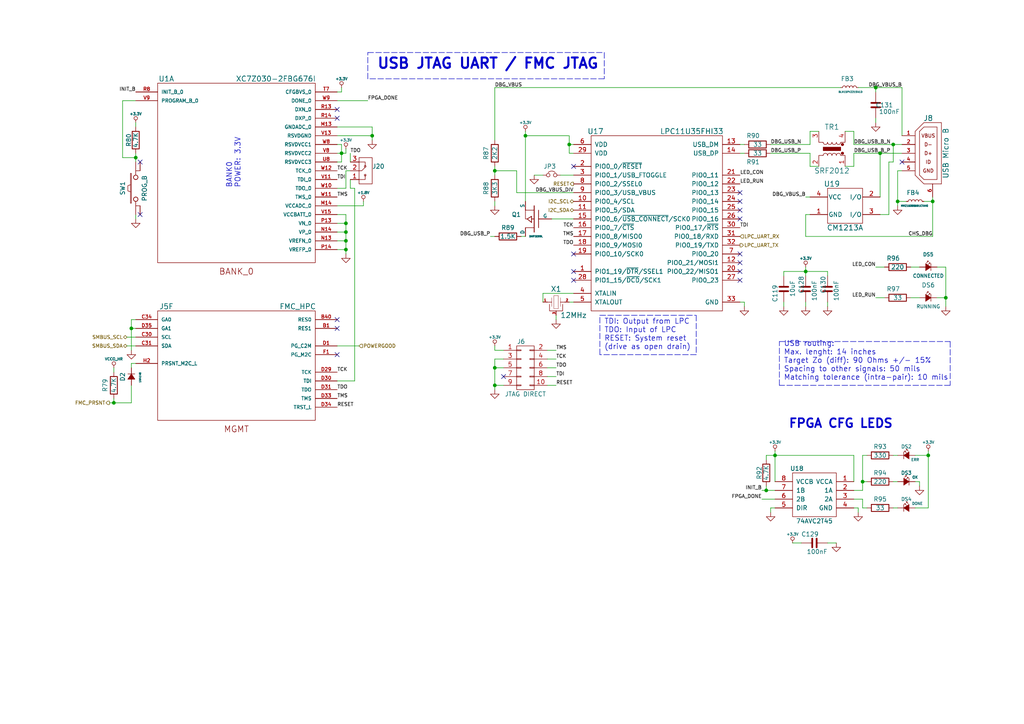
<source format=kicad_sch>
(kicad_sch (version 20231120) (generator "eeschema") (generator_version "8.0")
  (paper "A4")
  (title_block (title "CIAA-ACC USB JTAG UART / FMC JTAG") (date "2019-08-28") (rev "V1.4") (company "COMPUTADORA INDUSTRIAL ABIERTA ARGENTINA. CIAA-ACC (HPC)") (comment 1 "Authors: See 'doc/CHANGES.txt' file.      License: See 'doc/LICENCIA_CIAA_ACC.txt' file."))
  (lib_symbols
    (symbol "CIAA_ACC:+1.8V" (power) (pin_names (offset 1.016))
      (property "Value" "+1.8V" (at 0 2.286 0))
      (symbol "+1.8V_0_0"
        (pin power_in line (at 0 0 90) (length 0) hide (name "+1.8V") (number "1"))
      )
    )
    (symbol "CIAA_ACC:+3.3V" (power) (pin_names (offset 1.016))
      (property "Value" "+3.3V" (at 0 2.286 0))
      (symbol "+3.3V_0_0"
        (pin power_in line (at 0 0 90) (length 0) hide (name "+3.3V") (number "1"))
      )
    )
    (symbol "CIAA_ACC:74AVC2T45" (pin_names (offset 1.016))
      (property "Reference" "U" (at -5.08 5.08 0))
      (property "Value" "74AVC2T45" (at 0 -10.16 0))
      (symbol "74AVC2T45_1_1"
        (pin power_in line (at -11.43 1.27 0) (length 5.08) (name "VCCA") (number "1"))
        (pin bidirectional line (at -11.43 -1.27 0) (length 5.08) (name "1A") (number "2"))
        (pin bidirectional line (at -11.43 -3.81 0) (length 5.08) (name "2A") (number "3"))
        (pin power_in line (at -11.43 -6.35 0) (length 5.08) (name "GND") (number "4"))
        (pin input line (at 11.43 -6.35 180) (length 5.08) (name "DIR") (number "5"))
        (pin bidirectional line (at 11.43 -3.81 180) (length 5.08) (name "2B") (number "6"))
        (pin bidirectional line (at 11.43 -1.27 180) (length 5.08) (name "1B") (number "7"))
        (pin power_in line (at 11.43 1.27 180) (length 5.08) (name "VCCB") (number "8"))
      )
    )
    (symbol "CIAA_ACC:C" (pin_numbers hide) (pin_names (offset 0.254))
      (property "Reference" "C" (at 0.635 2.54 0))
      (property "Value" "C" (at 0.635 -2.54 0))
      (symbol "C_1_1"
        (pin passive line (at 0 3.81 270) (length 2.794) (name "~") (number "1"))
        (pin passive line (at 0 -3.81 90) (length 2.794) (name "~") (number "2"))
      )
    )
    (symbol "CIAA_ACC:CJS-1200TA" (pin_names (offset 0.0254) hide)
      (property "Reference" "J" (at -1.524 2.54 0))
      (property "Value" "CJS-1200TA" (at -0.254 -7.62 0))
      (symbol "CJS-1200TA_1_1"
        (pin passive line (at -5.08 0 0) (length 2.54) (name "1") (number "1"))
        (pin passive line (at -5.08 -2.54 0) (length 2.54) (name "2") (number "2"))
        (pin passive line (at -5.08 -5.08 0) (length 2.54) (name "3") (number "3"))
      )
    )
    (symbol "CIAA_ACC:CM1213A" (pin_names (offset 0.254))
      (property "Reference" "U" (at -3.81 6.35 0))
      (property "Value" "CM1213A" (at 0 -6.35 0))
      (symbol "CM1213A_1_1"
        (pin passive line (at -10.16 -2.54 0) (length 5.08) (name "GND") (number "1"))
        (pin passive line (at 10.16 2.54 180) (length 5.08) (name "I/O") (number "2"))
        (pin passive line (at 10.16 -2.54 180) (length 5.08) (name "I/O") (number "3"))
        (pin passive line (at -10.16 2.54 0) (length 5.08) (name "VCC") (number "4"))
      )
    )
    (symbol "CIAA_ACC:CONN_02X05" (pin_names (offset 0.0254) hide)
      (property "Reference" "J" (at 0 7.62 0))
      (property "Value" "CONN_02X05" (at 0 -7.62 0))
      (symbol "CONN_02X05_1_1"
        (pin passive line (at -6.35 5.08 0) (length 3.81) (name "P1") (number "1"))
        (pin passive line (at 6.35 -5.08 180) (length 3.81) (name "P10") (number "10"))
        (pin passive line (at 6.35 5.08 180) (length 3.81) (name "P2") (number "2"))
        (pin passive line (at -6.35 2.54 0) (length 3.81) (name "P3") (number "3"))
        (pin passive line (at 6.35 2.54 180) (length 3.81) (name "P4") (number "4"))
        (pin passive line (at -6.35 0 0) (length 3.81) (name "P5") (number "5"))
        (pin passive line (at 6.35 0 180) (length 3.81) (name "P6") (number "6"))
        (pin passive line (at -6.35 -2.54 0) (length 3.81) (name "P7") (number "7"))
        (pin passive line (at 6.35 -2.54 180) (length 3.81) (name "P8") (number "8"))
        (pin passive line (at -6.35 -5.08 0) (length 3.81) (name "P9") (number "9"))
      )
    )
    (symbol "CIAA_ACC:CRYSTAL_3P" (pin_names (offset 1.016) hide)
      (property "Reference" "X" (at -3.81 5.08 0))
      (property "Value" "CRYSTAL_3P" (at 0 -3.81 0))
      (symbol "CRYSTAL_3P_1_1"
        (pin passive line (at -3.81 0 0) (length 1.27) (name "A") (number "1"))
        (pin passive line (at 3.81 0 180) (length 1.27) (name "GND") (number "2"))
        (pin passive line (at 0 3.81 270) (length 1.27) (name "B") (number "3"))
      )
    )
    (symbol "CIAA_ACC:D" (pin_numbers hide) (pin_names (offset 0.254) hide)
      (property "Reference" "D" (at -1.27 2.032 0))
      (property "Value" "D" (at 0 -2.54 0))
      (symbol "D_1_1"
        (pin passive line (at 2.54 0 180) (length 1.778) (name "A") (number "1"))
        (pin passive line (at -2.54 0 0) (length 1.778) (name "K") (number "2"))
      )
    )
    (symbol "CIAA_ACC:GND" (power) (pin_names (offset 0))
      (property "Value" "GND" (at 0 -3.81 0))
      (symbol "GND_1_1"
        (pin power_in line (at 0 0 270) (length 0) hide (name "GND") (number "1"))
      )
    )
    (symbol "CIAA_ACC:JUMPER" (pin_numbers hide) (pin_names (offset 0.762) hide)
      (property "Reference" "JP" (at 0 2.032 0))
      (symbol "JUMPER_0_1"
        (pin passive line (at -2.54 0 0) (length 1.016) (name "1") (number "1"))
        (pin passive line (at 2.54 0 180) (length 1.016) (name "2") (number "2"))
      )
    )
    (symbol "CIAA_ACC:L" (pin_numbers hide) (pin_names (offset 0.254) hide)
      (property "Reference" "L" (at 0.762 1.016 0))
      (property "Value" "L" (at 0.762 -1.016 0))
      (symbol "L_1_1"
        (pin passive line (at 0 2.54 270) (length 0.508) (name "~") (number "1"))
        (pin passive line (at 0 -2.54 90) (length 0.508) (name "~") (number "2"))
      )
    )
    (symbol "CIAA_ACC:LED" (pin_numbers hide) (pin_names (offset 0.254) hide)
      (property "Reference" "DS" (at -1.27 3.175 0))
      (property "Value" "LED" (at -1.27 -2.54 0))
      (symbol "LED_1_1"
        (pin passive line (at 2.54 0 180) (length 1.778) (name "A") (number "1"))
        (pin passive line (at -2.54 0 0) (length 1.778) (name "K") (number "2"))
      )
    )
    (symbol "CIAA_ACC:LPC11U35FHI33" (pin_names (offset 1.016))
      (property "Reference" "U" (at -16.51 3.81 0))
      (property "Value" "LPC11U35FHI33" (at 0 -49.53 0))
      (symbol "LPC11U35FHI33_1_1"
        (pin bidirectional line (at -24.13 -36.83 0) (length 5.08) (name "PIO1_19/~{DTR}/SSEL1") (number "1"))
        (pin bidirectional line (at -24.13 -16.51 0) (length 5.08) (name "PIO0_4/SCL") (number "10"))
        (pin bidirectional line (at -24.13 -19.05 0) (length 5.08) (name "PIO0_5/SDA") (number "11"))
        (pin bidirectional line (at 24.13 -34.29 180) (length 5.08) (name "PIO0_21/MOSI1") (number "12"))
        (pin bidirectional line (at 24.13 0 180) (length 5.08) (name "USB_DM") (number "13"))
        (pin bidirectional line (at 24.13 -2.54 180) (length 5.08) (name "USB_DP") (number "14"))
        (pin bidirectional line (at -24.13 -21.59 0) (length 5.08) (name "PIO0_6/~{USB_CONNECT}/SCK0") (number "15"))
        (pin bidirectional line (at -24.13 -24.13 0) (length 5.08) (name "PIO0_7/~{CTS}") (number "16"))
        (pin bidirectional line (at -24.13 -26.67 0) (length 5.08) (name "PIO0_8/MISO0") (number "17"))
        (pin bidirectional line (at -24.13 -29.21 0) (length 5.08) (name "PIO0_9/MOSI0") (number "18"))
        (pin bidirectional line (at -24.13 -31.75 0) (length 5.08) (name "PIO0_10/SCK0") (number "19"))
        (pin bidirectional line (at -24.13 -6.35 0) (length 5.08) (name "PIO0_0/~{RESET}") (number "2"))
        (pin bidirectional line (at 24.13 -36.83 180) (length 5.08) (name "PIO0_22/MISO1") (number "20"))
        (pin bidirectional line (at 24.13 -8.89 180) (length 5.08) (name "PIO0_11") (number "21"))
        (pin bidirectional line (at 24.13 -11.43 180) (length 5.08) (name "PIO0_12") (number "22"))
        (pin bidirectional line (at 24.13 -13.97 180) (length 5.08) (name "PIO0_13") (number "23"))
        (pin bidirectional line (at 24.13 -16.51 180) (length 5.08) (name "PIO0_14") (number "24"))
        (pin bidirectional line (at 24.13 -19.05 180) (length 5.08) (name "PIO0_15") (number "25"))
        (pin bidirectional line (at 24.13 -21.59 180) (length 5.08) (name "PIO0_16") (number "26"))
        (pin bidirectional line (at 24.13 -39.37 180) (length 5.08) (name "PIO0_23") (number "27"))
        (pin bidirectional line (at -24.13 -39.37 0) (length 5.08) (name "PIO1_15/~{DCD}/SCK1") (number "28"))
        (pin power_in line (at -24.13 -2.54 0) (length 5.08) (name "VDD") (number "29"))
        (pin bidirectional line (at -24.13 -8.89 0) (length 5.08) (name "PIO0_1/USB_FTOGGLE") (number "3"))
        (pin bidirectional line (at 24.13 -24.13 180) (length 5.08) (name "PIO0_17/~{RTS}") (number "30"))
        (pin bidirectional line (at 24.13 -26.67 180) (length 5.08) (name "PIO0_18/RXD") (number "31"))
        (pin bidirectional line (at 24.13 -29.21 180) (length 5.08) (name "PIO0_19/TXD") (number "32"))
        (pin power_in line (at 24.13 -45.72 180) (length 5.08) (name "GND") (number "33"))
        (pin input line (at -24.13 -43.18 0) (length 5.08) (name "XTALIN") (number "4"))
        (pin output line (at -24.13 -45.72 0) (length 5.08) (name "XTALOUT") (number "5"))
        (pin power_in line (at -24.13 0 0) (length 5.08) (name "VDD") (number "6"))
        (pin bidirectional line (at 24.13 -31.75 180) (length 5.08) (name "PIO0_20") (number "7"))
        (pin bidirectional line (at -24.13 -11.43 0) (length 5.08) (name "PIO0_2/SSEL0") (number "8"))
        (pin bidirectional line (at -24.13 -13.97 0) (length 5.08) (name "PIO0_3/USB_VBUS") (number "9"))
      )
    )
    (symbol "CIAA_ACC:MICRO_USB" (pin_names (offset 0.0254) hide)
      (property "Reference" "J" (at 1.27 19.05 0))
      (property "Value" "MICRO_USB" (at 3.81 -6.35 0))
      (symbol "MICRO_USB_0_0"
        (text "D+" (at 3.81 8.89 0) (effects (font (size 1.016 1.016))))
        (text "D-" (at 3.81 11.43 0) (effects (font (size 1.016 1.016))))
        (text "GND" (at 3.81 3.81 0) (effects (font (size 1.016 1.016))))
        (text "ID" (at 3.81 6.35 0) (effects (font (size 1.016 1.016))))
        (text "VBUS" (at 3.81 13.97 0) (effects (font (size 1.016 1.016))))
      )
      (symbol "MICRO_USB_1_1"
        (pin passive line (at 11.43 13.97 180) (length 3.81) (name "VBUS") (number "1"))
        (pin bidirectional line (at 11.43 11.43 180) (length 3.81) (name "USB_DN") (number "2"))
        (pin bidirectional line (at 11.43 8.89 180) (length 3.81) (name "USB_DP") (number "3"))
        (pin input line (at 11.43 6.35 180) (length 3.81) (name "USB_ID") (number "4"))
        (pin passive line (at 11.43 3.81 180) (length 3.81) (name "GND") (number "5"))
        (pin passive line (at 2.54 -3.81 90) (length 3.81) (name "S2") (number "6"))
      )
    )
    (symbol "CIAA_ACC:MOSFET_P" (pin_numbers hide) (pin_names (offset 0))
      (property "Reference" "Q" (at 0 4.826 0))
      (property "Value" "MOSFET_P" (at 0 -4.572 0))
      (symbol "MOSFET_P_1_1"
        (pin passive line (at -5.08 0 0) (length 3.81) (name "G") (number "1"))
        (pin passive line (at 2.54 -5.08 90) (length 2.54) (name "S") (number "2"))
        (pin passive line (at 2.54 5.08 270) (length 2.54) (name "D") (number "3"))
      )
    )
    (symbol "CIAA_ACC:R" (pin_numbers hide) (pin_names (offset 0))
      (property "Reference" "R" (at 2.032 0 90))
      (property "Value" "R" (at 0 0 90))
      (symbol "R_1_1"
        (pin passive line (at 0 3.81 270) (length 1.27) (name "~") (number "1"))
        (pin passive line (at 0 -3.81 90) (length 1.27) (name "~") (number "2"))
      )
    )
    (symbol "CIAA_ACC:SRF2012" (pin_names (offset 1.016))
      (property "Reference" "TR" (at 0 5.08 0))
      (property "Value" "SRF2012" (at 0 -5.08 0))
      (symbol "SRF2012_1_1"
        (pin input line (at -5.08 3.81 0) (length 2.54) (name "~") (number "1"))
        (pin input line (at -5.08 -3.81 0) (length 2.54) (name "~") (number "2"))
        (pin input line (at 5.08 -3.81 180) (length 2.54) (name "~") (number "3"))
        (pin input line (at 5.08 3.81 180) (length 2.54) (name "~") (number "4"))
      )
    )
    (symbol "CIAA_ACC:SW_PUSH" (pin_numbers hide) (pin_names (offset 1.016) hide)
      (property "Reference" "SW" (at 3.81 2.794 0))
      (property "Value" "SW_PUSH" (at 0 -2.032 0))
      (symbol "SW_PUSH_0_1"
        (pin passive inverted (at -7.62 0 0) (length 5.08) (name "1") (number "1"))
        (pin passive inverted (at 7.62 0 180) (length 5.08) (name "3") (number "3"))
      )
      (symbol "SW_PUSH_1_1"
        (pin input line (at -7.62 -1.27 0) (length 2.54) (name "2") (number "2"))
        (pin input line (at 7.62 -1.27 180) (length 2.54) (name "4") (number "4"))
      )
    )
    (symbol "CIAA_ACC:VCCO_HR" (power) (pin_names (offset 1.016))
      (property "Value" "VCCO_HR" (at 0 2.286 0))
      (symbol "VCCO_HR_0_0"
        (pin power_in line (at 0 0 90) (length 0) hide (name "VCCO_HR") (number "1"))
      )
    )
    (symbol "FMC_HPC:FMC_HPC" (pin_names (offset 1.016))
      (property "Reference" "J" (at 0 2.54 0))
      (property "Value" "FMC_HPC" (at 0 0 0))
      (symbol "FMC_HPC_1_0"
        (text "BANK_HA" (at 0 -33.02 0) (effects (font (size 1.778 1.778))))
      )
      (symbol "FMC_HPC_1_1"
        (pin passive line (at 29.21 -13.97 180) (length 6.35) (name "HA09_N") (number "E10"))
        (pin passive line (at -29.21 24.13 0) (length 6.35) (name "HA13_P") (number "E12"))
        (pin passive line (at -29.21 26.67 0) (length 6.35) (name "HA13_N") (number "E13"))
        (pin passive line (at -29.21 8.89 0) (length 6.35) (name "HA16_P") (number "E15"))
        (pin passive line (at -29.21 11.43 0) (length 6.35) (name "HA16_N") (number "E16"))
        (pin passive line (at -29.21 -11.43 0) (length 6.35) (name "HA20_P") (number "E18"))
        (pin passive line (at -29.21 -8.89 0) (length 6.35) (name "HA20_N") (number "E19"))
        (pin passive line (at 29.21 24.13 180) (length 6.35) (name "HA01_P_CC") (number "E2"))
        (pin passive line (at 29.21 26.67 180) (length 6.35) (name "HA01_N_CC") (number "E3"))
        (pin passive line (at 29.21 3.81 180) (length 6.35) (name "HA05_P") (number "E6"))
        (pin passive line (at 29.21 6.35 180) (length 6.35) (name "HA05_N") (number "E7"))
        (pin passive line (at 29.21 -16.51 180) (length 6.35) (name "HA09_P") (number "E9"))
        (pin passive line (at 29.21 -11.43 180) (length 6.35) (name "HA08_P") (number "F10"))
        (pin passive line (at 29.21 -8.89 180) (length 6.35) (name "HA08_N") (number "F11"))
        (pin passive line (at -29.21 29.21 0) (length 6.35) (name "HA12_P") (number "F13"))
        (pin passive line (at -29.21 31.75 0) (length 6.35) (name "HA12_N") (number "F14"))
        (pin passive line (at -29.21 13.97 0) (length 6.35) (name "HA15_P") (number "F16"))
        (pin passive line (at -29.21 16.51 0) (length 6.35) (name "HA15_N") (number "F17"))
        (pin passive line (at -29.21 -6.35 0) (length 6.35) (name "HA19_P") (number "F19"))
        (pin passive line (at -29.21 -3.81 0) (length 6.35) (name "HA19_N") (number "F20"))
        (pin passive line (at 29.21 29.21 180) (length 6.35) (name "HA00_P_CC") (number "F4"))
        (pin passive line (at 29.21 31.75 180) (length 6.35) (name "HA00_N_CC") (number "F5"))
        (pin passive line (at 29.21 8.89 180) (length 6.35) (name "HA04_P") (number "F7"))
        (pin passive line (at 29.21 11.43 180) (length 6.35) (name "HA04_N") (number "F8"))
        (pin passive line (at 29.21 -3.81 180) (length 6.35) (name "HA07_N") (number "J10"))
        (pin passive line (at 29.21 -26.67 180) (length 6.35) (name "HA11_P") (number "J12"))
        (pin passive line (at 29.21 -24.13 180) (length 6.35) (name "HA11_N") (number "J13"))
        (pin passive line (at -29.21 19.05 0) (length 6.35) (name "HA14_P") (number "J15"))
        (pin passive line (at -29.21 21.59 0) (length 6.35) (name "HA14_N") (number "J16"))
        (pin passive line (at -29.21 -1.27 0) (length 6.35) (name "HA18_P") (number "J18"))
        (pin passive line (at -29.21 1.27 0) (length 6.35) (name "HA18_N") (number "J19"))
        (pin passive line (at -29.21 -21.59 0) (length 6.35) (name "HA22_P") (number "J21"))
        (pin passive line (at -29.21 -19.05 0) (length 6.35) (name "HA22_N") (number "J22"))
        (pin passive line (at 29.21 13.97 180) (length 6.35) (name "HA03_P") (number "J6"))
        (pin passive line (at 29.21 16.51 180) (length 6.35) (name "HA03_N") (number "J7"))
        (pin passive line (at 29.21 -6.35 180) (length 6.35) (name "HA07_P") (number "J9"))
        (pin passive line (at 29.21 -1.27 180) (length 6.35) (name "HA06_P") (number "K10"))
        (pin passive line (at 29.21 1.27 180) (length 6.35) (name "HA06_N") (number "K11"))
        (pin passive line (at 29.21 -21.59 180) (length 6.35) (name "HA10_P") (number "K13"))
        (pin passive line (at 29.21 -19.05 180) (length 6.35) (name "HA10_N") (number "K14"))
        (pin passive line (at -29.21 3.81 0) (length 6.35) (name "HA17_P_CC") (number "K16"))
        (pin passive line (at -29.21 6.35 0) (length 6.35) (name "HA17_N_CC") (number "K17"))
        (pin passive line (at -29.21 -16.51 0) (length 6.35) (name "HA21_P") (number "K19"))
        (pin passive line (at -29.21 -13.97 0) (length 6.35) (name "HA21_N") (number "K20"))
        (pin passive line (at -29.21 -26.67 0) (length 6.35) (name "HA23_P") (number "K22"))
        (pin passive line (at -29.21 -24.13 0) (length 6.35) (name "HA23_N") (number "K23"))
        (pin passive line (at 29.21 19.05 180) (length 6.35) (name "HA02_P") (number "K7"))
        (pin passive line (at 29.21 21.59 180) (length 6.35) (name "HA02_N") (number "K8"))
      )
      (symbol "FMC_HPC_2_0"
        (text "BANK_HB" (at 0 -30.48 0) (effects (font (size 1.778 1.778))))
      )
      (symbol "FMC_HPC_2_1"
        (pin passive line (at 29.21 11.43 180) (length 6.35) (name "HB03_P") (number "E21"))
        (pin passive line (at 29.21 13.97 180) (length 6.35) (name "HB03_N") (number "E22"))
        (pin passive line (at 29.21 1.27 180) (length 6.35) (name "HB05_P") (number "E24"))
        (pin passive line (at 29.21 3.81 180) (length 6.35) (name "HB05_N") (number "E25"))
        (pin passive line (at 29.21 -19.05 180) (length 6.35) (name "HB09_P") (number "E27"))
        (pin passive line (at 29.21 -16.51 180) (length 6.35) (name "HB09_N") (number "E28"))
        (pin passive line (at -29.21 16.51 0) (length 6.35) (name "HB13_P") (number "E30"))
        (pin passive line (at -29.21 19.05 0) (length 6.35) (name "HB13_N") (number "E31"))
        (pin passive line (at -29.21 -13.97 0) (length 6.35) (name "HB19_P") (number "E33"))
        (pin passive line (at -29.21 -11.43 0) (length 6.35) (name "HB19_N") (number "E34"))
        (pin passive line (at -29.21 -24.13 0) (length 6.35) (name "HB21_P") (number "E36"))
        (pin passive line (at -29.21 -21.59 0) (length 6.35) (name "HB21_N") (number "E37"))
        (pin passive line (at 29.21 16.51 180) (length 6.35) (name "HB02_P") (number "F22"))
        (pin passive line (at 29.21 19.05 180) (length 6.35) (name "HB02_N") (number "F23"))
        (pin passive line (at 29.21 6.35 180) (length 6.35) (name "HB04_P") (number "F25"))
        (pin passive line (at 29.21 8.89 180) (length 6.35) (name "HB04_N") (number "F26"))
        (pin passive line (at 29.21 -13.97 180) (length 6.35) (name "HB08_P") (number "F28"))
        (pin passive line (at 29.21 -11.43 180) (length 6.35) (name "HB08_N") (number "F29"))
        (pin passive line (at -29.21 21.59 0) (length 6.35) (name "HB12_P") (number "F31"))
        (pin passive line (at -29.21 24.13 0) (length 6.35) (name "HB12_N") (number "F32"))
        (pin passive line (at -29.21 1.27 0) (length 6.35) (name "HB16_P") (number "F34"))
        (pin passive line (at -29.21 3.81 0) (length 6.35) (name "HB16_N") (number "F35"))
        (pin passive line (at -29.21 -19.05 0) (length 6.35) (name "HB20_P") (number "F37"))
        (pin passive line (at -29.21 -16.51 0) (length 6.35) (name "HB20_N") (number "F38"))
        (pin passive line (at 29.21 21.59 180) (length 6.35) (name "HB01_P") (number "J24"))
        (pin passive line (at 29.21 24.13 180) (length 6.35) (name "HB01_N") (number "J25"))
        (pin passive line (at 29.21 -8.89 180) (length 6.35) (name "HB07_P") (number "J27"))
        (pin passive line (at 29.21 -6.35 180) (length 6.35) (name "HB07_N") (number "J28"))
        (pin passive line (at -29.21 26.67 0) (length 6.35) (name "HB11_P") (number "J30"))
        (pin passive line (at -29.21 29.21 0) (length 6.35) (name "HB11_N") (number "J31"))
        (pin passive line (at -29.21 6.35 0) (length 6.35) (name "HB15_P") (number "J33"))
        (pin passive line (at -29.21 8.89 0) (length 6.35) (name "HB15_N") (number "J34"))
        (pin passive line (at -29.21 -8.89 0) (length 6.35) (name "HB18_P") (number "J36"))
        (pin passive line (at -29.21 -6.35 0) (length 6.35) (name "HB18_N") (number "J37"))
        (pin passive line (at 29.21 26.67 180) (length 6.35) (name "HB00_P_CC") (number "K25"))
        (pin passive line (at 29.21 29.21 180) (length 6.35) (name "HB00_N_CC") (number "K26"))
        (pin passive line (at 29.21 -3.81 180) (length 6.35) (name "HB06_P_CC") (number "K28"))
        (pin passive line (at 29.21 -1.27 180) (length 6.35) (name "HB06_N_CC") (number "K29"))
        (pin passive line (at 29.21 -24.13 180) (length 6.35) (name "HB10_P") (number "K31"))
        (pin passive line (at 29.21 -21.59 180) (length 6.35) (name "HB10_N") (number "K32"))
        (pin passive line (at -29.21 11.43 0) (length 6.35) (name "HB14_P") (number "K34"))
        (pin passive line (at -29.21 13.97 0) (length 6.35) (name "HB14_N") (number "K35"))
        (pin passive line (at -29.21 -3.81 0) (length 6.35) (name "HB17_P_CC") (number "K37"))
        (pin passive line (at -29.21 -1.27 0) (length 6.35) (name "HB17_N_CC") (number "K38"))
      )
      (symbol "FMC_HPC_3_0"
        (text "BANK_LA" (at 0 -45.72 0) (effects (font (size 1.778 1.778))))
      )
      (symbol "FMC_HPC_3_1"
        (pin passive line (at 29.21 11.43 180) (length 6.35) (name "LA06_P") (number "C10"))
        (pin passive line (at 29.21 13.97 180) (length 6.35) (name "LA06_N") (number "C11"))
        (pin passive line (at 29.21 -8.89 180) (length 6.35) (name "LA10_P") (number "C14"))
        (pin passive line (at 29.21 -6.35 180) (length 6.35) (name "LA10_N") (number "C15"))
        (pin passive line (at 29.21 -29.21 180) (length 6.35) (name "LA14_P") (number "C18"))
        (pin passive line (at 29.21 -26.67 180) (length 6.35) (name "LA14_N") (number "C19"))
        (pin passive line (at -29.21 36.83 0) (length 6.35) (name "LA18_P_CC") (number "C22"))
        (pin passive line (at -29.21 39.37 0) (length 6.35) (name "LA18_N_CC") (number "C23"))
        (pin passive line (at -29.21 -8.89 0) (length 6.35) (name "LA27_P") (number "C26"))
        (pin passive line (at -29.21 -6.35 0) (length 6.35) (name "LA27_N") (number "C27"))
        (pin passive line (at 29.21 16.51 180) (length 6.35) (name "LA05_P") (number "D11"))
        (pin passive line (at 29.21 19.05 180) (length 6.35) (name "LA05_N") (number "D12"))
        (pin passive line (at 29.21 -3.81 180) (length 6.35) (name "LA09_P") (number "D14"))
        (pin passive line (at 29.21 -1.27 180) (length 6.35) (name "LA09_N") (number "D15"))
        (pin passive line (at 29.21 -24.13 180) (length 6.35) (name "LA13_P") (number "D17"))
        (pin passive line (at 29.21 -21.59 180) (length 6.35) (name "LA13_N") (number "D18"))
        (pin passive line (at -29.21 41.91 0) (length 6.35) (name "LA17_P_CC") (number "D20"))
        (pin passive line (at -29.21 44.45 0) (length 6.35) (name "LA17_N_CC") (number "D21"))
        (pin passive line (at -29.21 11.43 0) (length 6.35) (name "LA23_P") (number "D23"))
        (pin passive line (at -29.21 13.97 0) (length 6.35) (name "LA23_N") (number "D24"))
        (pin passive line (at -29.21 -3.81 0) (length 6.35) (name "LA26_P") (number "D26"))
        (pin passive line (at -29.21 -1.27 0) (length 6.35) (name "LA26_N") (number "D27"))
        (pin passive line (at 29.21 36.83 180) (length 6.35) (name "LA01_P_CC") (number "D8"))
        (pin passive line (at 29.21 39.37 180) (length 6.35) (name "LA01_N_CC") (number "D9"))
        (pin passive line (at 29.21 29.21 180) (length 6.35) (name "LA03_N") (number "G10"))
        (pin passive line (at 29.21 1.27 180) (length 6.35) (name "LA08_P") (number "G12"))
        (pin passive line (at 29.21 3.81 180) (length 6.35) (name "LA08_N") (number "G13"))
        (pin passive line (at 29.21 -19.05 180) (length 6.35) (name "LA12_P") (number "G15"))
        (pin passive line (at 29.21 -16.51 180) (length 6.35) (name "LA12_N") (number "G16"))
        (pin passive line (at 29.21 -39.37 180) (length 6.35) (name "LA16_P") (number "G18"))
        (pin passive line (at 29.21 -36.83 180) (length 6.35) (name "LA16_N") (number "G19"))
        (pin passive line (at -29.21 26.67 0) (length 6.35) (name "LA20_P") (number "G21"))
        (pin passive line (at -29.21 29.21 0) (length 6.35) (name "LA20_N") (number "G22"))
        (pin passive line (at -29.21 16.51 0) (length 6.35) (name "LA22_P") (number "G24"))
        (pin passive line (at -29.21 19.05 0) (length 6.35) (name "LA22_N") (number "G25"))
        (pin passive line (at -29.21 1.27 0) (length 6.35) (name "LA25_P") (number "G27"))
        (pin passive line (at -29.21 3.81 0) (length 6.35) (name "LA25_N") (number "G28"))
        (pin passive line (at -29.21 -19.05 0) (length 6.35) (name "LA29_P") (number "G30"))
        (pin passive line (at -29.21 -16.51 0) (length 6.35) (name "LA29_N") (number "G31"))
        (pin passive line (at -29.21 -29.21 0) (length 6.35) (name "LA31_P") (number "G33"))
        (pin passive line (at -29.21 -26.67 0) (length 6.35) (name "LA31_N") (number "G34"))
        (pin passive line (at -29.21 -39.37 0) (length 6.35) (name "LA33_P") (number "G36"))
        (pin passive line (at -29.21 -36.83 0) (length 6.35) (name "LA33_N") (number "G37"))
        (pin passive line (at 29.21 41.91 180) (length 6.35) (name "LA00_P_CC") (number "G6"))
        (pin passive line (at 29.21 44.45 180) (length 6.35) (name "LA00_N_CC") (number "G7"))
        (pin passive line (at 29.21 26.67 180) (length 6.35) (name "LA03_P") (number "G9"))
        (pin passive line (at 29.21 21.59 180) (length 6.35) (name "LA04_P") (number "H10"))
        (pin passive line (at 29.21 24.13 180) (length 6.35) (name "LA04_N") (number "H11"))
        (pin passive line (at 29.21 6.35 180) (length 6.35) (name "LA07_P") (number "H13"))
        (pin passive line (at 29.21 8.89 180) (length 6.35) (name "LA07_N") (number "H14"))
        (pin passive line (at 29.21 -13.97 180) (length 6.35) (name "LA11_P") (number "H16"))
        (pin passive line (at 29.21 -11.43 180) (length 6.35) (name "LA11_N") (number "H17"))
        (pin passive line (at 29.21 -34.29 180) (length 6.35) (name "LA15_P") (number "H19"))
        (pin passive line (at 29.21 -31.75 180) (length 6.35) (name "LA15_N") (number "H20"))
        (pin passive line (at -29.21 31.75 0) (length 6.35) (name "LA19_P") (number "H22"))
        (pin passive line (at -29.21 34.29 0) (length 6.35) (name "LA19_N") (number "H23"))
        (pin passive line (at -29.21 21.59 0) (length 6.35) (name "LA21_P") (number "H25"))
        (pin passive line (at -29.21 24.13 0) (length 6.35) (name "LA21_N") (number "H26"))
        (pin passive line (at -29.21 6.35 0) (length 6.35) (name "LA24_P") (number "H28"))
        (pin passive line (at -29.21 8.89 0) (length 6.35) (name "LA24_N") (number "H29"))
        (pin passive line (at -29.21 -13.97 0) (length 6.35) (name "LA28_P") (number "H31"))
        (pin passive line (at -29.21 -11.43 0) (length 6.35) (name "LA28_N") (number "H32"))
        (pin passive line (at -29.21 -24.13 0) (length 6.35) (name "LA30_P") (number "H34"))
        (pin passive line (at -29.21 -21.59 0) (length 6.35) (name "LA30_N") (number "H35"))
        (pin passive line (at -29.21 -34.29 0) (length 6.35) (name "LA32_P") (number "H37"))
        (pin passive line (at -29.21 -31.75 0) (length 6.35) (name "LA32_N") (number "H38"))
        (pin passive line (at 29.21 31.75 180) (length 6.35) (name "LA02_P") (number "H7"))
        (pin passive line (at 29.21 34.29 180) (length 6.35) (name "LA02_N") (number "H8"))
      )
      (symbol "FMC_HPC_4_0"
        (text "CLK" (at 0 -12.7 0) (effects (font (size 1.778 1.778))))
      )
      (symbol "FMC_HPC_4_1"
        (pin passive line (at -29.21 -6.35 0) (length 6.35) (name "GBTCLK1_M2C_P") (number "B20"))
        (pin passive line (at -29.21 -3.81 0) (length 6.35) (name "GBTCLK1_M2C_N") (number "B21"))
        (pin passive line (at 29.21 -6.35 180) (length 6.35) (name "GBTCLK0_M2C_P") (number "D4"))
        (pin passive line (at 29.21 -3.81 180) (length 6.35) (name "GBTCLK0_M2C_N") (number "D5"))
        (pin passive line (at 29.21 6.35 180) (length 6.35) (name "CLK0_C2M_P") (number "G2"))
        (pin passive line (at 29.21 8.89 180) (length 6.35) (name "CLK0_C2M_N") (number "G3"))
        (pin passive line (at 29.21 1.27 180) (length 6.35) (name "CLK0_M2C_P") (number "H4"))
        (pin passive line (at 29.21 3.81 180) (length 6.35) (name "CLK0_M2C_N") (number "H5"))
        (pin passive line (at -29.21 6.35 0) (length 6.35) (name "CLK1_C2M_P") (number "J2"))
        (pin passive line (at -29.21 8.89 0) (length 6.35) (name "CLK1_C2M_N") (number "J3"))
        (pin passive line (at -29.21 1.27 0) (length 6.35) (name "CLK1_M2C_P") (number "K4"))
        (pin passive line (at -29.21 3.81 0) (length 6.35) (name "CLK1_M2C_N") (number "K5"))
      )
      (symbol "FMC_HPC_5_0"
        (text "GND" (at 0 -105.41 0) (effects (font (size 1.778 1.778))))
      )
      (symbol "FMC_HPC_5_1"
        (pin passive line (at -29.21 101.6 0) (length 6.35) (name "GND") (number "A1"))
        (pin passive line (at -29.21 88.9 0) (length 6.35) (name "GND") (number "A12"))
        (pin passive line (at -29.21 86.36 0) (length 6.35) (name "GND") (number "A13"))
        (pin passive line (at -29.21 83.82 0) (length 6.35) (name "GND") (number "A16"))
        (pin passive line (at -29.21 81.28 0) (length 6.35) (name "GND") (number "A17"))
        (pin passive line (at -29.21 78.74 0) (length 6.35) (name "GND") (number "A20"))
        (pin passive line (at -29.21 76.2 0) (length 6.35) (name "GND") (number "A21"))
        (pin passive line (at -29.21 73.66 0) (length 6.35) (name "GND") (number "A24"))
        (pin passive line (at -29.21 71.12 0) (length 6.35) (name "GND") (number "A25"))
        (pin passive line (at -29.21 68.58 0) (length 6.35) (name "GND") (number "A28"))
        (pin passive line (at -29.21 66.04 0) (length 6.35) (name "GND") (number "A29"))
        (pin passive line (at -29.21 63.5 0) (length 6.35) (name "GND") (number "A32"))
        (pin passive line (at -29.21 60.96 0) (length 6.35) (name "GND") (number "A33"))
        (pin passive line (at -29.21 58.42 0) (length 6.35) (name "GND") (number "A36"))
        (pin passive line (at -29.21 55.88 0) (length 6.35) (name "GND") (number "A37"))
        (pin passive line (at -29.21 99.06 0) (length 6.35) (name "GND") (number "A4"))
        (pin passive line (at -29.21 53.34 0) (length 6.35) (name "GND") (number "A40"))
        (pin passive line (at -29.21 96.52 0) (length 6.35) (name "GND") (number "A5"))
        (pin passive line (at -29.21 93.98 0) (length 6.35) (name "GND") (number "A8"))
        (pin passive line (at -29.21 91.44 0) (length 6.35) (name "GND") (number "A9"))
        (pin passive line (at -29.21 40.64 0) (length 6.35) (name "GND") (number "B10"))
        (pin passive line (at -29.21 38.1 0) (length 6.35) (name "GND") (number "B11"))
        (pin passive line (at -29.21 35.56 0) (length 6.35) (name "GND") (number "B14"))
        (pin passive line (at -29.21 33.02 0) (length 6.35) (name "GND") (number "B15"))
        (pin passive line (at -29.21 30.48 0) (length 6.35) (name "GND") (number "B18"))
        (pin passive line (at -29.21 27.94 0) (length 6.35) (name "GND") (number "B19"))
        (pin passive line (at -29.21 50.8 0) (length 6.35) (name "GND") (number "B2"))
        (pin passive line (at -29.21 25.4 0) (length 6.35) (name "GND") (number "B22"))
        (pin passive line (at -29.21 22.86 0) (length 6.35) (name "GND") (number "B23"))
        (pin passive line (at -29.21 20.32 0) (length 6.35) (name "GND") (number "B26"))
        (pin passive line (at -29.21 17.78 0) (length 6.35) (name "GND") (number "B27"))
        (pin passive line (at -29.21 48.26 0) (length 6.35) (name "GND") (number "B3"))
        (pin passive line (at -29.21 15.24 0) (length 6.35) (name "GND") (number "B30"))
        (pin passive line (at -29.21 12.7 0) (length 6.35) (name "GND") (number "B31"))
        (pin passive line (at -29.21 10.16 0) (length 6.35) (name "GND") (number "B34"))
        (pin passive line (at -29.21 7.62 0) (length 6.35) (name "GND") (number "B35"))
        (pin passive line (at -29.21 5.08 0) (length 6.35) (name "GND") (number "B38"))
        (pin passive line (at -29.21 2.54 0) (length 6.35) (name "GND") (number "B39"))
        (pin passive line (at -29.21 45.72 0) (length 6.35) (name "GND") (number "B6"))
        (pin passive line (at -29.21 43.18 0) (length 6.35) (name "GND") (number "B7"))
        (pin passive line (at -29.21 0 0) (length 6.35) (name "GND") (number "C1"))
        (pin passive line (at -29.21 -12.7 0) (length 6.35) (name "GND") (number "C12"))
        (pin passive line (at -29.21 -15.24 0) (length 6.35) (name "GND") (number "C13"))
        (pin passive line (at -29.21 -17.78 0) (length 6.35) (name "GND") (number "C16"))
        (pin passive line (at -29.21 -20.32 0) (length 6.35) (name "GND") (number "C17"))
        (pin passive line (at -29.21 -22.86 0) (length 6.35) (name "GND") (number "C20"))
        (pin passive line (at -29.21 -25.4 0) (length 6.35) (name "GND") (number "C21"))
        (pin passive line (at -29.21 -27.94 0) (length 6.35) (name "GND") (number "C24"))
        (pin passive line (at -29.21 -30.48 0) (length 6.35) (name "GND") (number "C25"))
        (pin passive line (at -29.21 -33.02 0) (length 6.35) (name "GND") (number "C28"))
        (pin passive line (at -29.21 -35.56 0) (length 6.35) (name "GND") (number "C29"))
        (pin passive line (at -29.21 -38.1 0) (length 6.35) (name "GND") (number "C32"))
        (pin passive line (at -29.21 -40.64 0) (length 6.35) (name "GND") (number "C33"))
        (pin passive line (at -29.21 -43.18 0) (length 6.35) (name "GND") (number "C36"))
        (pin passive line (at -29.21 -45.72 0) (length 6.35) (name "GND") (number "C38"))
        (pin passive line (at -29.21 -2.54 0) (length 6.35) (name "GND") (number "C4"))
        (pin passive line (at -29.21 -48.26 0) (length 6.35) (name "GND") (number "C40"))
        (pin passive line (at -29.21 -5.08 0) (length 6.35) (name "GND") (number "C5"))
        (pin passive line (at -29.21 -7.62 0) (length 6.35) (name "GND") (number "C8"))
        (pin passive line (at -29.21 -10.16 0) (length 6.35) (name "GND") (number "C9"))
        (pin passive line (at -29.21 -60.96 0) (length 6.35) (name "GND") (number "D10"))
        (pin passive line (at -29.21 -63.5 0) (length 6.35) (name "GND") (number "D13"))
        (pin passive line (at -29.21 -66.04 0) (length 6.35) (name "GND") (number "D16"))
        (pin passive line (at -29.21 -68.58 0) (length 6.35) (name "GND") (number "D19"))
        (pin passive line (at -29.21 -50.8 0) (length 6.35) (name "GND") (number "D2"))
        (pin passive line (at -29.21 -71.12 0) (length 6.35) (name "GND") (number "D22"))
        (pin passive line (at -29.21 -73.66 0) (length 6.35) (name "GND") (number "D25"))
        (pin passive line (at -29.21 -76.2 0) (length 6.35) (name "GND") (number "D28"))
        (pin passive line (at -29.21 -53.34 0) (length 6.35) (name "GND") (number "D3"))
        (pin passive line (at -29.21 -78.74 0) (length 6.35) (name "GND") (number "D37"))
        (pin passive line (at -29.21 -81.28 0) (length 6.35) (name "GND") (number "D39"))
        (pin passive line (at -29.21 -55.88 0) (length 6.35) (name "GND") (number "D6"))
        (pin passive line (at -29.21 -58.42 0) (length 6.35) (name "GND") (number "D7"))
        (pin passive line (at 29.21 101.6 180) (length 6.35) (name "GND") (number "E1"))
        (pin passive line (at 29.21 91.44 180) (length 6.35) (name "GND") (number "E11"))
        (pin passive line (at 29.21 88.9 180) (length 6.35) (name "GND") (number "E14"))
        (pin passive line (at 29.21 86.36 180) (length 6.35) (name "GND") (number "E17"))
        (pin passive line (at 29.21 83.82 180) (length 6.35) (name "GND") (number "E20"))
        (pin passive line (at 29.21 81.28 180) (length 6.35) (name "GND") (number "E23"))
        (pin passive line (at -29.21 -83.82 0) (length 6.35) (name "GND") (number "E26"))
        (pin passive line (at -29.21 -86.36 0) (length 6.35) (name "GND") (number "E29"))
        (pin passive line (at -29.21 -88.9 0) (length 6.35) (name "GND") (number "E32"))
        (pin passive line (at -29.21 -91.44 0) (length 6.35) (name "GND") (number "E35"))
        (pin passive line (at -29.21 -93.98 0) (length 6.35) (name "GND") (number "E38"))
        (pin passive line (at 29.21 99.06 180) (length 6.35) (name "GND") (number "E4"))
        (pin passive line (at -29.21 -96.52 0) (length 6.35) (name "GND") (number "E40"))
        (pin passive line (at 29.21 96.52 180) (length 6.35) (name "GND") (number "E5"))
        (pin passive line (at 29.21 93.98 180) (length 6.35) (name "GND") (number "E8"))
        (pin passive line (at 29.21 68.58 180) (length 6.35) (name "GND") (number "F12"))
        (pin passive line (at 29.21 66.04 180) (length 6.35) (name "GND") (number "F15"))
        (pin passive line (at 29.21 63.5 180) (length 6.35) (name "GND") (number "F18"))
        (pin passive line (at 29.21 78.74 180) (length 6.35) (name "GND") (number "F2"))
        (pin passive line (at 29.21 60.96 180) (length 6.35) (name "GND") (number "F21"))
        (pin passive line (at 29.21 58.42 180) (length 6.35) (name "GND") (number "F24"))
        (pin passive line (at 29.21 55.88 180) (length 6.35) (name "GND") (number "F27"))
        (pin passive line (at 29.21 76.2 180) (length 6.35) (name "GND") (number "F3"))
        (pin passive line (at 29.21 53.34 180) (length 6.35) (name "GND") (number "F30"))
        (pin passive line (at 29.21 50.8 180) (length 6.35) (name "GND") (number "F33"))
        (pin passive line (at 29.21 48.26 180) (length 6.35) (name "GND") (number "F36"))
        (pin passive line (at 29.21 45.72 180) (length 6.35) (name "GND") (number "F39"))
        (pin passive line (at 29.21 73.66 180) (length 6.35) (name "GND") (number "F6"))
        (pin passive line (at 29.21 71.12 180) (length 6.35) (name "GND") (number "F9"))
        (pin passive line (at 29.21 43.18 180) (length 6.35) (name "GND") (number "G1"))
        (pin passive line (at 29.21 33.02 180) (length 6.35) (name "GND") (number "G11"))
        (pin passive line (at 29.21 30.48 180) (length 6.35) (name "GND") (number "G14"))
        (pin passive line (at 29.21 27.94 180) (length 6.35) (name "GND") (number "G17"))
        (pin passive line (at 29.21 25.4 180) (length 6.35) (name "GND") (number "G20"))
        (pin passive line (at 29.21 22.86 180) (length 6.35) (name "GND") (number "G23"))
        (pin passive line (at 29.21 20.32 180) (length 6.35) (name "GND") (number "G26"))
        (pin passive line (at 29.21 17.78 180) (length 6.35) (name "GND") (number "G29"))
        (pin passive line (at 29.21 15.24 180) (length 6.35) (name "GND") (number "G32"))
        (pin passive line (at 29.21 12.7 180) (length 6.35) (name "GND") (number "G35"))
        (pin passive line (at 29.21 10.16 180) (length 6.35) (name "GND") (number "G38"))
        (pin passive line (at 29.21 40.64 180) (length 6.35) (name "GND") (number "G4"))
        (pin passive line (at 29.21 7.62 180) (length 6.35) (name "GND") (number "G40"))
        (pin passive line (at 29.21 38.1 180) (length 6.35) (name "GND") (number "G5"))
        (pin passive line (at 29.21 35.56 180) (length 6.35) (name "GND") (number "G8"))
        (pin passive line (at 29.21 -2.54 180) (length 6.35) (name "GND") (number "H12"))
        (pin passive line (at 29.21 -5.08 180) (length 6.35) (name "GND") (number "H15"))
        (pin passive line (at 29.21 -7.62 180) (length 6.35) (name "GND") (number "H18"))
        (pin passive line (at 29.21 -10.16 180) (length 6.35) (name "GND") (number "H21"))
        (pin passive line (at 29.21 -12.7 180) (length 6.35) (name "GND") (number "H24"))
        (pin passive line (at 29.21 -15.24 180) (length 6.35) (name "GND") (number "H27"))
        (pin passive line (at 29.21 5.08 180) (length 6.35) (name "GND") (number "H3"))
        (pin passive line (at 29.21 -17.78 180) (length 6.35) (name "GND") (number "H30"))
        (pin passive line (at 29.21 -20.32 180) (length 6.35) (name "GND") (number "H33"))
        (pin passive line (at 29.21 -22.86 180) (length 6.35) (name "GND") (number "H36"))
        (pin passive line (at 29.21 -25.4 180) (length 6.35) (name "GND") (number "H39"))
        (pin passive line (at 29.21 2.54 180) (length 6.35) (name "GND") (number "H6"))
        (pin passive line (at 29.21 0 180) (length 6.35) (name "GND") (number "H9"))
        (pin passive line (at 29.21 -27.94 180) (length 6.35) (name "GND") (number "J1"))
        (pin passive line (at 29.21 -38.1 180) (length 6.35) (name "GND") (number "J11"))
        (pin passive line (at 29.21 -40.64 180) (length 6.35) (name "GND") (number "J14"))
        (pin passive line (at 29.21 -43.18 180) (length 6.35) (name "GND") (number "J17"))
        (pin passive line (at 29.21 -45.72 180) (length 6.35) (name "GND") (number "J20"))
        (pin passive line (at 29.21 -48.26 180) (length 6.35) (name "GND") (number "J23"))
        (pin passive line (at 29.21 -50.8 180) (length 6.35) (name "GND") (number "J26"))
        (pin passive line (at 29.21 -53.34 180) (length 6.35) (name "GND") (number "J29"))
        (pin passive line (at 29.21 -55.88 180) (length 6.35) (name "GND") (number "J32"))
        (pin passive line (at 29.21 -58.42 180) (length 6.35) (name "GND") (number "J35"))
        (pin passive line (at 29.21 -60.96 180) (length 6.35) (name "GND") (number "J38"))
        (pin passive line (at 29.21 -30.48 180) (length 6.35) (name "GND") (number "J4"))
        (pin passive line (at 29.21 -63.5 180) (length 6.35) (name "GND") (number "J40"))
        (pin passive line (at 29.21 -33.02 180) (length 6.35) (name "GND") (number "J5"))
        (pin passive line (at 29.21 -35.56 180) (length 6.35) (name "GND") (number "J8"))
        (pin passive line (at 29.21 -76.2 180) (length 6.35) (name "GND") (number "K12"))
        (pin passive line (at 29.21 -78.74 180) (length 6.35) (name "GND") (number "K15"))
        (pin passive line (at 29.21 -81.28 180) (length 6.35) (name "GND") (number "K18"))
        (pin passive line (at 29.21 -66.04 180) (length 6.35) (name "GND") (number "K2"))
        (pin passive line (at 29.21 -83.82 180) (length 6.35) (name "GND") (number "K21"))
        (pin passive line (at 29.21 -86.36 180) (length 6.35) (name "GND") (number "K24"))
        (pin passive line (at 29.21 -88.9 180) (length 6.35) (name "GND") (number "K27"))
        (pin passive line (at 29.21 -68.58 180) (length 6.35) (name "GND") (number "K3"))
        (pin passive line (at 29.21 -91.44 180) (length 6.35) (name "GND") (number "K30"))
        (pin passive line (at 29.21 -93.98 180) (length 6.35) (name "GND") (number "K33"))
        (pin passive line (at 29.21 -96.52 180) (length 6.35) (name "GND") (number "K36"))
        (pin passive line (at 29.21 -99.06 180) (length 6.35) (name "GND") (number "K39"))
        (pin passive line (at 29.21 -71.12 180) (length 6.35) (name "GND") (number "K6"))
        (pin passive line (at 29.21 -73.66 180) (length 6.35) (name "GND") (number "K9"))
      )
      (symbol "FMC_HPC_6_0"
        (text "MGMT" (at 0 -21.59 0) (effects (font (size 1.778 1.778))))
      )
      (symbol "FMC_HPC_6_1"
        (pin passive line (at 29.21 7.62 180) (length 6.35) (name "RES1") (number "B1"))
        (pin passive line (at 29.21 10.16 180) (length 6.35) (name "RES0") (number "B40"))
        (pin passive line (at -29.21 5.08 0) (length 6.35) (name "SCL") (number "C30"))
        (pin passive line (at -29.21 2.54 0) (length 6.35) (name "SDA") (number "C31"))
        (pin passive line (at -29.21 10.16 0) (length 6.35) (name "GA0") (number "C34"))
        (pin passive line (at 29.21 2.54 180) (length 6.35) (name "PG_C2M") (number "D1"))
        (pin passive line (at 29.21 -5.08 180) (length 6.35) (name "TCK") (number "D29"))
        (pin passive line (at 29.21 -7.62 180) (length 6.35) (name "TDI") (number "D30"))
        (pin passive line (at 29.21 -10.16 180) (length 6.35) (name "TDO") (number "D31"))
        (pin passive line (at 29.21 -12.7 180) (length 6.35) (name "TMS") (number "D33"))
        (pin passive line (at 29.21 -15.24 180) (length 6.35) (name "TRST_L") (number "D34"))
        (pin passive line (at -29.21 7.62 0) (length 6.35) (name "GA1") (number "D35"))
        (pin passive line (at 29.21 0 180) (length 6.35) (name "PG_M2C") (number "F1"))
        (pin passive line (at -29.21 -2.54 0) (length 6.35) (name "PRSNT_M2C_L") (number "H2"))
      )
      (symbol "FMC_HPC_7_0"
        (text "PWR" (at 0 -19.05 0) (effects (font (size 1.778 1.778))))
      )
      (symbol "FMC_HPC_7_1"
        (pin passive line (at -29.21 5.08 0) (length 6.35) (name "12P0V") (number "C35"))
        (pin passive line (at -29.21 2.54 0) (length 6.35) (name "12P0V") (number "C37"))
        (pin passive line (at 29.21 10.16 180) (length 6.35) (name "3P3V") (number "C39"))
        (pin passive line (at -29.21 10.16 0) (length 6.35) (name "3P3VAUX") (number "D32"))
        (pin passive line (at 29.21 7.62 180) (length 6.35) (name "3P3V") (number "D36"))
        (pin passive line (at 29.21 5.08 180) (length 6.35) (name "3P3V") (number "D38"))
        (pin passive line (at 29.21 2.54 180) (length 6.35) (name "3P3V") (number "D40"))
        (pin passive line (at 29.21 -2.54 180) (length 6.35) (name "VADJ") (number "E39"))
        (pin passive line (at 29.21 -5.08 180) (length 6.35) (name "VADJ") (number "F40"))
        (pin passive line (at 29.21 -7.62 180) (length 6.35) (name "VADJ") (number "G39"))
        (pin passive line (at -29.21 -10.16 0) (length 6.35) (name "VREF_A_M2C") (number "H1"))
        (pin passive line (at 29.21 -10.16 180) (length 6.35) (name "VADJ") (number "H40"))
        (pin passive line (at -29.21 -2.54 0) (length 6.35) (name "VIO_B_M2C") (number "J39"))
        (pin passive line (at -29.21 -12.7 0) (length 6.35) (name "VREF_B_M2C") (number "K1"))
        (pin passive line (at -29.21 -5.08 0) (length 6.35) (name "VIO_B_M2C") (number "K40"))
      )
      (symbol "FMC_HPC_8_0"
        (text "TXRX" (at 0 -27.94 0) (effects (font (size 1.778 1.778))))
      )
      (symbol "FMC_HPC_8_1"
        (pin passive line (at 29.21 -11.43 180) (length 6.35) (name "DP3_M2C_P") (number "A10"))
        (pin passive line (at 29.21 -8.89 180) (length 6.35) (name "DP3_M2C_N") (number "A11"))
        (pin passive line (at 29.21 -21.59 180) (length 6.35) (name "DP4_M2C_P") (number "A14"))
        (pin passive line (at 29.21 -19.05 180) (length 6.35) (name "DP4_M2C_N") (number "A15"))
        (pin passive line (at -29.21 19.05 0) (length 6.35) (name "DP5_M2C_P") (number "A18"))
        (pin passive line (at -29.21 21.59 0) (length 6.35) (name "DP5_M2C_N") (number "A19"))
        (pin passive line (at 29.21 8.89 180) (length 6.35) (name "DP1_M2C_P") (number "A2"))
        (pin passive line (at 29.21 13.97 180) (length 6.35) (name "DP1_C2M_P") (number "A22"))
        (pin passive line (at 29.21 16.51 180) (length 6.35) (name "DP1_C2M_N") (number "A23"))
        (pin passive line (at 29.21 3.81 180) (length 6.35) (name "DP2_C2M_P") (number "A26"))
        (pin passive line (at 29.21 6.35 180) (length 6.35) (name "DP2_C2M_N") (number "A27"))
        (pin passive line (at 29.21 11.43 180) (length 6.35) (name "DP1_M2C_N") (number "A3"))
        (pin passive line (at 29.21 -6.35 180) (length 6.35) (name "DP3_C2M_P") (number "A30"))
        (pin passive line (at 29.21 -3.81 180) (length 6.35) (name "DP3_C2M_N") (number "A31"))
        (pin passive line (at 29.21 -16.51 180) (length 6.35) (name "DP4_C2M_P") (number "A34"))
        (pin passive line (at 29.21 -13.97 180) (length 6.35) (name "DP4_C2M_N") (number "A35"))
        (pin passive line (at -29.21 24.13 0) (length 6.35) (name "DP5_C2M_P") (number "A38"))
        (pin passive line (at -29.21 26.67 0) (length 6.35) (name "DP5_C2M_N") (number "A39"))
        (pin passive line (at 29.21 -1.27 180) (length 6.35) (name "DP2_M2C_P") (number "A6"))
        (pin passive line (at 29.21 1.27 180) (length 6.35) (name "DP2_M2C_N") (number "A7"))
        (pin passive line (at -29.21 -1.27 0) (length 6.35) (name "DP7_M2C_P") (number "B12"))
        (pin passive line (at -29.21 1.27 0) (length 6.35) (name "DP7_M2C_N") (number "B13"))
        (pin passive line (at -29.21 8.89 0) (length 6.35) (name "DP6_M2C_P") (number "B16"))
        (pin passive line (at -29.21 11.43 0) (length 6.35) (name "DP6_M2C_N") (number "B17"))
        (pin passive line (at -29.21 -16.51 0) (length 6.35) (name "DP9_C2M_P") (number "B24"))
        (pin passive line (at -29.21 -13.97 0) (length 6.35) (name "DP9_C2M_N") (number "B25"))
        (pin passive line (at -29.21 -6.35 0) (length 6.35) (name "DP8_C2M_P") (number "B28"))
        (pin passive line (at -29.21 -3.81 0) (length 6.35) (name "DP8_C2M_N") (number "B29"))
        (pin passive line (at -29.21 3.81 0) (length 6.35) (name "DP7_C2M_P") (number "B32"))
        (pin passive line (at -29.21 6.35 0) (length 6.35) (name "DP7_C2M_N") (number "B33"))
        (pin passive line (at -29.21 13.97 0) (length 6.35) (name "DP6_C2M_P") (number "B36"))
        (pin passive line (at -29.21 16.51 0) (length 6.35) (name "DP6_C2M_N") (number "B37"))
        (pin passive line (at -29.21 -21.59 0) (length 6.35) (name "DP9_M2C_P") (number "B4"))
        (pin passive line (at -29.21 -19.05 0) (length 6.35) (name "DP9_M2C_N") (number "B5"))
        (pin passive line (at -29.21 -11.43 0) (length 6.35) (name "DP8_M2C_P") (number "B8"))
        (pin passive line (at -29.21 -8.89 0) (length 6.35) (name "DP8_M2C_N") (number "B9"))
        (pin passive line (at 29.21 24.13 180) (length 6.35) (name "DP0_C2M_P") (number "C2"))
        (pin passive line (at 29.21 26.67 180) (length 6.35) (name "DP0_C2M_N") (number "C3"))
        (pin passive line (at 29.21 19.05 180) (length 6.35) (name "DP0_M2C_P") (number "C6"))
        (pin passive line (at 29.21 21.59 180) (length 6.35) (name "DP0_M2C_N") (number "C7"))
      )
    )
    (symbol "XC7Z030_FBG676:XC7Z030_FBG676" (pin_names (offset 1.016))
      (property "Reference" "U" (at 0 2.54 0))
      (property "Value" "XC7Z030_FBG676" (at 0 0 0))
      (symbol "XC7Z030_FBG676_1_0"
        (text "BANK_0" (at 0 -38.1 0) (effects (font (size 1.778 1.778))))
      )
      (symbol "XC7Z030_FBG676_1_1"
        (pin power_in line (at 29.21 3.81 180) (length 6.35) (name "GNDADC_0") (number "M13"))
        (pin power_in line (at 29.21 -19.05 180) (length 6.35) (name "VCCADC_0") (number "M14"))
        (pin input line (at 29.21 -29.21 180) (length 6.35) (name "VREFN_0") (number "N13"))
        (pin input line (at 29.21 -26.67 180) (length 6.35) (name "VP_0") (number "N14"))
        (pin input line (at 29.21 -24.13 180) (length 6.35) (name "VN_0") (number "P13"))
        (pin input line (at 29.21 -31.75 180) (length 6.35) (name "VREFP_0") (number "P14"))
        (pin input line (at 29.21 8.89 180) (length 6.35) (name "DXN_0") (number "R13"))
        (pin input line (at 29.21 6.35 180) (length 6.35) (name "DXP_0") (number "R14"))
        (pin bidirectional line (at -29.21 13.97 0) (length 6.35) (name "INIT_B_0") (number "R8"))
        (pin input line (at 29.21 13.97 180) (length 6.35) (name "CFGBVS_0") (number "T7"))
        (pin power_in line (at 29.21 -6.35 180) (length 6.35) (name "RSVDVCC3") (number "U8"))
        (pin input line (at 29.21 -11.43 180) (length 6.35) (name "TDI_0") (number "V11"))
        (pin power_in line (at 29.21 1.27 180) (length 6.35) (name "RSVDGND") (number "V13"))
        (pin power_in line (at 29.21 -21.59 180) (length 6.35) (name "VCCBATT_0") (number "V15"))
        (pin power_in line (at 29.21 -3.81 180) (length 6.35) (name "RSVDVCC2") (number "V8"))
        (pin input line (at -29.21 11.43 0) (length 6.35) (name "PROGRAM_B_0") (number "V9"))
        (pin output line (at 29.21 -13.97 180) (length 6.35) (name "TDO_0") (number "W10"))
        (pin input line (at 29.21 -16.51 180) (length 6.35) (name "TMS_0") (number "W11"))
        (pin input line (at 29.21 -8.89 180) (length 6.35) (name "TCK_0") (number "W12"))
        (pin power_in line (at 29.21 -1.27 180) (length 6.35) (name "RSVDVCC1") (number "W8"))
        (pin bidirectional line (at 29.21 11.43 180) (length 6.35) (name "DONE_0") (number "W9"))
      )
      (symbol "XC7Z030_FBG676_2_0"
        (text "BANK_12" (at 0 -36.83 0) (effects (font (size 1.778 1.778))))
      )
      (symbol "XC7Z030_FBG676_2_1"
        (pin bidirectional line (at 29.21 17.78 180) (length 6.35) (name "IO_L3N_T0_DQS_12") (number "AA10"))
        (pin bidirectional line (at 29.21 2.54 180) (length 6.35) (name "IO_L6N_T0_VREF_12") (number "AA12"))
        (pin bidirectional line (at 29.21 0 180) (length 6.35) (name "IO_L6P_T0_12") (number "AA13"))
        (pin bidirectional line (at -29.21 -17.78 0) (length 6.35) (name "IO_L22N_T3_12") (number "AA14"))
        (pin bidirectional line (at -29.21 -20.32 0) (length 6.35) (name "IO_L22P_T3_12") (number "AA15"))
        (pin bidirectional line (at -29.21 -2.54 0) (length 6.35) (name "IO_L19N_T3_VREF_12") (number "AA17"))
        (pin bidirectional line (at 29.21 12.7 180) (length 6.35) (name "IO_L4N_T0_12") (number "AB10"))
        (pin bidirectional line (at 29.21 10.16 180) (length 6.35) (name "IO_L4P_T0_12") (number "AB11"))
        (pin bidirectional line (at 29.21 20.32 180) (length 6.35) (name "IO_L2P_T0_12") (number "AB12"))
        (pin bidirectional line (at -29.21 22.86 0) (length 6.35) (name "IO_L14N_T2_SRCC_12") (number "AB14"))
        (pin bidirectional line (at -29.21 20.32 0) (length 6.35) (name "IO_L14P_T2_SRCC_12") (number "AB15"))
        (pin bidirectional line (at -29.21 -7.62 0) (length 6.35) (name "IO_L20N_T3_12") (number "AB16"))
        (pin bidirectional line (at -29.21 -10.16 0) (length 6.35) (name "IO_L20P_T3_12") (number "AB17"))
        (pin bidirectional line (at 29.21 22.86 180) (length 6.35) (name "IO_L2N_T0_12") (number "AC11"))
        (pin bidirectional line (at 29.21 -25.4 180) (length 6.35) (name "IO_L11P_T1_SRCC_12") (number "AC12"))
        (pin bidirectional line (at -29.21 30.48 0) (length 6.35) (name "IO_L12P_T1_MRCC_12") (number "AC13"))
        (pin bidirectional line (at -29.21 25.4 0) (length 6.35) (name "IO_L13P_T2_MRCC_12") (number "AC14"))
        (pin bidirectional line (at -29.21 -12.7 0) (length 6.35) (name "IO_L21N_T3_DQS_12") (number "AC16"))
        (pin bidirectional line (at -29.21 -15.24 0) (length 6.35) (name "IO_L21P_T3_DQS_12") (number "AC17"))
        (pin bidirectional line (at 29.21 -2.54 180) (length 6.35) (name "IO_L7N_T1_12") (number "AD10"))
        (pin bidirectional line (at 29.21 -22.86 180) (length 6.35) (name "IO_L11N_T1_SRCC_12") (number "AD11"))
        (pin bidirectional line (at -29.21 33.02 0) (length 6.35) (name "IO_L12N_T1_MRCC_12") (number "AD13"))
        (pin bidirectional line (at -29.21 27.94 0) (length 6.35) (name "IO_L13N_T2_MRCC_12") (number "AD14"))
        (pin bidirectional line (at -29.21 17.78 0) (length 6.35) (name "IO_L15N_T2_DQS_12") (number "AD15"))
        (pin bidirectional line (at -29.21 15.24 0) (length 6.35) (name "IO_L15P_T2_DQS_12") (number "AD16"))
        (pin bidirectional line (at 29.21 -5.08 180) (length 6.35) (name "IO_L7P_T1_12") (number "AE10"))
        (pin bidirectional line (at 29.21 -15.24 180) (length 6.35) (name "IO_L9P_T1_DQS_12") (number "AE11"))
        (pin bidirectional line (at 29.21 -10.16 180) (length 6.35) (name "IO_L8P_T1_12") (number "AE12"))
        (pin bidirectional line (at 29.21 -20.32 180) (length 6.35) (name "IO_L10P_T1_12") (number "AE13"))
        (pin bidirectional line (at -29.21 7.62 0) (length 6.35) (name "IO_L17N_T2_12") (number "AE15"))
        (pin bidirectional line (at -29.21 5.08 0) (length 6.35) (name "IO_L17P_T2_12") (number "AE16"))
        (pin bidirectional line (at -29.21 0 0) (length 6.35) (name "IO_L18P_T2_12") (number "AE17"))
        (pin bidirectional line (at 29.21 -12.7 180) (length 6.35) (name "IO_L9N_T1_DQS_12") (number "AF10"))
        (pin bidirectional line (at 29.21 -7.62 180) (length 6.35) (name "IO_L8N_T1_12") (number "AF12"))
        (pin bidirectional line (at 29.21 -17.78 180) (length 6.35) (name "IO_L10N_T1_12") (number "AF13"))
        (pin bidirectional line (at -29.21 12.7 0) (length 6.35) (name "IO_L16N_T2_12") (number "AF14"))
        (pin bidirectional line (at -29.21 10.16 0) (length 6.35) (name "IO_L16P_T2_12") (number "AF15"))
        (pin bidirectional line (at -29.21 2.54 0) (length 6.35) (name "IO_L18N_T2_12") (number "AF17"))
        (pin bidirectional line (at 29.21 5.08 180) (length 6.35) (name "IO_L5P_T0_12") (number "W13"))
        (pin bidirectional line (at 29.21 33.02 180) (length 6.35) (name "IO_0_12") (number "W14"))
        (pin bidirectional line (at -29.21 -27.94 0) (length 6.35) (name "IO_L24N_T3_12") (number "W15"))
        (pin bidirectional line (at -29.21 -30.48 0) (length 6.35) (name "IO_L24P_T3_12") (number "W16"))
        (pin bidirectional line (at 29.21 30.48 180) (length 6.35) (name "IO_25_12") (number "W17"))
        (pin bidirectional line (at 29.21 15.24 180) (length 6.35) (name "IO_L3P_T0_DQS_12") (number "Y10"))
        (pin bidirectional line (at 29.21 27.94 180) (length 6.35) (name "IO_L1N_T0_12") (number "Y11"))
        (pin bidirectional line (at 29.21 25.4 180) (length 6.35) (name "IO_L1P_T0_12") (number "Y12"))
        (pin bidirectional line (at 29.21 7.62 180) (length 6.35) (name "IO_L5N_T0_12") (number "Y13"))
        (pin bidirectional line (at -29.21 -22.86 0) (length 6.35) (name "IO_L23N_T3_12") (number "Y15"))
        (pin bidirectional line (at -29.21 -25.4 0) (length 6.35) (name "IO_L23P_T3_12") (number "Y16"))
        (pin bidirectional line (at -29.21 -5.08 0) (length 6.35) (name "IO_L19P_T3_12") (number "Y17"))
      )
      (symbol "XC7Z030_FBG676_3_0"
        (text "BANK_13" (at 0 -36.83 0) (effects (font (size 1.778 1.778))))
      )
      (symbol "XC7Z030_FBG676_3_1"
        (pin bidirectional line (at -29.21 -27.94 0) (length 6.35) (name "IO_L24N_T3_13") (number "AA18"))
        (pin bidirectional line (at -29.21 -20.32 0) (length 6.35) (name "IO_L22P_T3_13") (number "AA19"))
        (pin bidirectional line (at -29.21 -10.16 0) (length 6.35) (name "IO_L20P_T3_13") (number "AA20"))
        (pin bidirectional line (at 29.21 -20.32 180) (length 6.35) (name "IO_L10P_T1_13") (number "AA22"))
        (pin bidirectional line (at 29.21 -17.78 180) (length 6.35) (name "IO_L10N_T1_13") (number "AA23"))
        (pin bidirectional line (at 29.21 0 180) (length 6.35) (name "IO_L6P_T0_13") (number "AA24"))
        (pin bidirectional line (at 29.21 25.4 180) (length 6.35) (name "IO_L1P_T0_13") (number "AA25"))
        (pin bidirectional line (at -29.21 -17.78 0) (length 6.35) (name "IO_L22N_T3_13") (number "AB19"))
        (pin bidirectional line (at -29.21 -7.62 0) (length 6.35) (name "IO_L20N_T3_13") (number "AB20"))
        (pin bidirectional line (at 29.21 -15.24 180) (length 6.35) (name "IO_L9P_T1_DQS_13") (number "AB21"))
        (pin bidirectional line (at 29.21 -12.7 180) (length 6.35) (name "IO_L9N_T1_DQS_13") (number "AB22"))
        (pin bidirectional line (at 29.21 2.54 180) (length 6.35) (name "IO_L6N_T0_VREF_13") (number "AB24"))
        (pin bidirectional line (at 29.21 27.94 180) (length 6.35) (name "IO_L1N_T0_13") (number "AB25"))
        (pin bidirectional line (at 29.21 20.32 180) (length 6.35) (name "IO_L2P_T0_13") (number "AB26"))
        (pin bidirectional line (at -29.21 -15.24 0) (length 6.35) (name "IO_L21P_T3_DQS_13") (number "AC18"))
        (pin bidirectional line (at -29.21 -12.7 0) (length 6.35) (name "IO_L21N_T3_DQS_13") (number "AC19"))
        (pin bidirectional line (at -29.21 20.32 0) (length 6.35) (name "IO_L14P_T2_SRCC_13") (number "AC21"))
        (pin bidirectional line (at -29.21 22.86 0) (length 6.35) (name "IO_L14N_T2_SRCC_13") (number "AC22"))
        (pin bidirectional line (at -29.21 30.48 0) (length 6.35) (name "IO_L12P_T1_MRCC_13") (number "AC23"))
        (pin bidirectional line (at -29.21 33.02 0) (length 6.35) (name "IO_L12N_T1_MRCC_13") (number "AC24"))
        (pin bidirectional line (at 29.21 22.86 180) (length 6.35) (name "IO_L2N_T0_13") (number "AC26"))
        (pin bidirectional line (at -29.21 5.08 0) (length 6.35) (name "IO_L17P_T2_13") (number "AD18"))
        (pin bidirectional line (at -29.21 7.62 0) (length 6.35) (name "IO_L17N_T2_13") (number "AD19"))
        (pin bidirectional line (at -29.21 25.4 0) (length 6.35) (name "IO_L13P_T2_MRCC_13") (number "AD20"))
        (pin bidirectional line (at -29.21 27.94 0) (length 6.35) (name "IO_L13N_T2_MRCC_13") (number "AD21"))
        (pin bidirectional line (at 29.21 -25.4 180) (length 6.35) (name "IO_L11P_T1_SRCC_13") (number "AD23"))
        (pin bidirectional line (at 29.21 -22.86 180) (length 6.35) (name "IO_L11N_T1_SRCC_13") (number "AD24"))
        (pin bidirectional line (at 29.21 10.16 180) (length 6.35) (name "IO_L4P_T0_13") (number "AD25"))
        (pin bidirectional line (at 29.21 12.7 180) (length 6.35) (name "IO_L4N_T0_13") (number "AD26"))
        (pin bidirectional line (at -29.21 0 0) (length 6.35) (name "IO_L18P_T2_13") (number "AE18"))
        (pin bidirectional line (at -29.21 10.16 0) (length 6.35) (name "IO_L16P_T2_13") (number "AE20"))
        (pin bidirectional line (at -29.21 12.7 0) (length 6.35) (name "IO_L16N_T2_13") (number "AE21"))
        (pin bidirectional line (at 29.21 -5.08 180) (length 6.35) (name "IO_L7P_T1_13") (number "AE22"))
        (pin bidirectional line (at 29.21 -10.16 180) (length 6.35) (name "IO_L8P_T1_13") (number "AE23"))
        (pin bidirectional line (at 29.21 15.24 180) (length 6.35) (name "IO_L3P_T0_DQS_13") (number "AE25"))
        (pin bidirectional line (at 29.21 17.78 180) (length 6.35) (name "IO_L3N_T0_DQS_13") (number "AE26"))
        (pin bidirectional line (at -29.21 2.54 0) (length 6.35) (name "IO_L18N_T2_13") (number "AF18"))
        (pin bidirectional line (at -29.21 15.24 0) (length 6.35) (name "IO_L15P_T2_DQS_13") (number "AF19"))
        (pin bidirectional line (at -29.21 17.78 0) (length 6.35) (name "IO_L15N_T2_DQS_13") (number "AF20"))
        (pin bidirectional line (at 29.21 -2.54 180) (length 6.35) (name "IO_L7N_T1_13") (number "AF22"))
        (pin bidirectional line (at 29.21 -7.62 180) (length 6.35) (name "IO_L8N_T1_13") (number "AF23"))
        (pin bidirectional line (at 29.21 5.08 180) (length 6.35) (name "IO_L5P_T0_13") (number "AF24"))
        (pin bidirectional line (at 29.21 7.62 180) (length 6.35) (name "IO_L5N_T0_13") (number "AF25"))
        (pin bidirectional line (at 29.21 30.48 180) (length 6.35) (name "IO_25_13") (number "V18"))
        (pin bidirectional line (at 29.21 33.02 180) (length 6.35) (name "IO_0_13") (number "V19"))
        (pin bidirectional line (at -29.21 -25.4 0) (length 6.35) (name "IO_L23P_T3_13") (number "W18"))
        (pin bidirectional line (at -29.21 -22.86 0) (length 6.35) (name "IO_L23N_T3_13") (number "W19"))
        (pin bidirectional line (at -29.21 -5.08 0) (length 6.35) (name "IO_L19P_T3_13") (number "W20"))
        (pin bidirectional line (at -29.21 -30.48 0) (length 6.35) (name "IO_L24P_T3_13") (number "Y18"))
        (pin bidirectional line (at -29.21 -2.54 0) (length 6.35) (name "IO_L19N_T3_VREF_13") (number "Y20"))
      )
      (symbol "XC7Z030_FBG676_4_0"
        (text "BANK_33" (at 0 -36.83 0) (effects (font (size 1.778 1.778))))
      )
      (symbol "XC7Z030_FBG676_4_1"
        (pin bidirectional line (at 29.21 12.7 180) (length 6.35) (name "IO_L4N_T0_33") (number "C1"))
        (pin bidirectional line (at 29.21 10.16 180) (length 6.35) (name "IO_L4P_T0_33") (number "D1"))
        (pin bidirectional line (at 29.21 22.86 180) (length 6.35) (name "IO_L2N_T0_33") (number "D3"))
        (pin bidirectional line (at 29.21 20.32 180) (length 6.35) (name "IO_L2P_T0_33") (number "D4"))
        (pin bidirectional line (at 29.21 7.62 180) (length 6.35) (name "IO_L5N_T0_33") (number "E1"))
        (pin bidirectional line (at 29.21 5.08 180) (length 6.35) (name "IO_L5P_T0_33") (number "E2"))
        (pin bidirectional line (at 29.21 2.54 180) (length 6.35) (name "IO_L6N_T0_VREF_33") (number "E3"))
        (pin bidirectional line (at 29.21 17.78 180) (length 6.35) (name "IO_L3N_T0_DQS_33") (number "F2"))
        (pin bidirectional line (at 29.21 0 180) (length 6.35) (name "IO_L6P_T0_33") (number "F3"))
        (pin bidirectional line (at 29.21 27.94 180) (length 6.35) (name "IO_L1N_T0_33") (number "F4"))
        (pin bidirectional line (at 29.21 -17.78 180) (length 6.35) (name "IO_L10N_T1_33") (number "G1"))
        (pin bidirectional line (at 29.21 15.24 180) (length 6.35) (name "IO_L3P_T0_DQS_33") (number "G2"))
        (pin bidirectional line (at 29.21 25.4 180) (length 6.35) (name "IO_L1P_T0_33") (number "G4"))
        (pin bidirectional line (at 29.21 -2.54 180) (length 6.35) (name "IO_L7N_T1_33") (number "H1"))
        (pin bidirectional line (at 29.21 -20.32 180) (length 6.35) (name "IO_L10P_T1_33") (number "H2"))
        (pin bidirectional line (at 29.21 -7.62 180) (length 6.35) (name "IO_L8N_T1_33") (number "H3"))
        (pin bidirectional line (at 29.21 -10.16 180) (length 6.35) (name "IO_L8P_T1_33") (number "H4"))
        (pin bidirectional line (at 29.21 -5.08 180) (length 6.35) (name "IO_L7P_T1_33") (number "J1"))
        (pin bidirectional line (at -29.21 33.02 0) (length 6.35) (name "IO_L12N_T1_MRCC_33") (number "J3"))
        (pin bidirectional line (at -29.21 30.48 0) (length 6.35) (name "IO_L12P_T1_MRCC_33") (number "J4"))
        (pin bidirectional line (at -29.21 -7.62 0) (length 6.35) (name "IO_L20N_T3_33") (number "J5"))
        (pin bidirectional line (at -29.21 -17.78 0) (length 6.35) (name "IO_L22N_T3_33") (number "J6"))
        (pin bidirectional line (at 29.21 -12.7 180) (length 6.35) (name "IO_L9N_T1_DQS_33") (number "K1"))
        (pin bidirectional line (at 29.21 -15.24 180) (length 6.35) (name "IO_L9P_T1_DQS_33") (number "K2"))
        (pin bidirectional line (at 29.21 -22.86 180) (length 6.35) (name "IO_L11N_T1_SRCC_33") (number "K3"))
        (pin bidirectional line (at -29.21 -10.16 0) (length 6.35) (name "IO_L20P_T3_33") (number "K5"))
        (pin bidirectional line (at -29.21 -20.32 0) (length 6.35) (name "IO_L22P_T3_33") (number "K6"))
        (pin bidirectional line (at -29.21 -27.94 0) (length 6.35) (name "IO_L24N_T3_33") (number "K7"))
        (pin bidirectional line (at -29.21 -30.48 0) (length 6.35) (name "IO_L24P_T3_33") (number "K8"))
        (pin bidirectional line (at -29.21 12.7 0) (length 6.35) (name "IO_L16N_T2_33") (number "L2"))
        (pin bidirectional line (at 29.21 -25.4 180) (length 6.35) (name "IO_L11P_T1_SRCC_33") (number "L3"))
        (pin bidirectional line (at -29.21 22.86 0) (length 6.35) (name "IO_L14N_T2_SRCC_33") (number "L4"))
        (pin bidirectional line (at -29.21 20.32 0) (length 6.35) (name "IO_L14P_T2_SRCC_33") (number "L5"))
        (pin bidirectional line (at -29.21 -2.54 0) (length 6.35) (name "IO_L19N_T3_VREF_33") (number "L7"))
        (pin bidirectional line (at -29.21 -12.7 0) (length 6.35) (name "IO_L21N_T3_DQS_33") (number "L8"))
        (pin bidirectional line (at 29.21 33.02 180) (length 6.35) (name "IO_0_VRN_33") (number "L9"))
        (pin bidirectional line (at -29.21 2.54 0) (length 6.35) (name "IO_L18N_T2_33") (number "M1"))
        (pin bidirectional line (at -29.21 10.16 0) (length 6.35) (name "IO_L16P_T2_33") (number "M2"))
        (pin bidirectional line (at -29.21 7.62 0) (length 6.35) (name "IO_L17N_T2_33") (number "M4"))
        (pin bidirectional line (at -29.21 27.94 0) (length 6.35) (name "IO_L13N_T2_MRCC_33") (number "M5"))
        (pin bidirectional line (at -29.21 25.4 0) (length 6.35) (name "IO_L13P_T2_MRCC_33") (number "M6"))
        (pin bidirectional line (at -29.21 -5.08 0) (length 6.35) (name "IO_L19P_T3_33") (number "M7"))
        (pin bidirectional line (at -29.21 -15.24 0) (length 6.35) (name "IO_L21P_T3_DQS_33") (number "M8"))
        (pin bidirectional line (at -29.21 0 0) (length 6.35) (name "IO_L18P_T2_33") (number "N1"))
        (pin bidirectional line (at -29.21 17.78 0) (length 6.35) (name "IO_L15N_T2_DQS_33") (number "N2"))
        (pin bidirectional line (at -29.21 15.24 0) (length 6.35) (name "IO_L15P_T2_DQS_33") (number "N3"))
        (pin bidirectional line (at -29.21 5.08 0) (length 6.35) (name "IO_L17P_T2_33") (number "N4"))
        (pin bidirectional line (at -29.21 -22.86 0) (length 6.35) (name "IO_L23N_T3_33") (number "N6"))
        (pin bidirectional line (at -29.21 -25.4 0) (length 6.35) (name "IO_L23P_T3_33") (number "N7"))
        (pin bidirectional line (at 29.21 30.48 180) (length 6.35) (name "IO_25_VRP_33") (number "N8"))
      )
      (symbol "XC7Z030_FBG676_5_0"
        (text "BANK_34" (at 0 -39.37 0) (effects (font (size 1.778 1.778))))
      )
      (symbol "XC7Z030_FBG676_5_1"
        (pin bidirectional line (at -29.21 10.16 0) (length 6.35) (name "IO_L16N_T2_34") (number "A10"))
        (pin bidirectional line (at -29.21 -30.48 0) (length 6.35) (name "IO_L24N_T3_34") (number "A2"))
        (pin bidirectional line (at -29.21 -20.32 0) (length 6.35) (name "IO_L22N_T3_34") (number "A3"))
        (pin bidirectional line (at -29.21 -22.86 0) (length 6.35) (name "IO_L22P_T3_34") (number "A4"))
        (pin bidirectional line (at -29.21 -15.24 0) (length 6.35) (name "IO_L21N_T3_DQS_34") (number "A5"))
        (pin bidirectional line (at -29.21 0 0) (length 6.35) (name "IO_L18N_T2_34") (number "A7"))
        (pin bidirectional line (at -29.21 5.08 0) (length 6.35) (name "IO_L17N_T2_34") (number "A8"))
        (pin bidirectional line (at -29.21 2.54 0) (length 6.35) (name "IO_L17P_T2_34") (number "A9"))
        (pin bidirectional line (at -29.21 -25.4 0) (length 6.35) (name "IO_L23N_T3_34") (number "B1"))
        (pin bidirectional line (at -29.21 7.62 0) (length 6.35) (name "IO_L16P_T2_34") (number "B10"))
        (pin bidirectional line (at -29.21 -33.02 0) (length 6.35) (name "IO_L24P_T3_34") (number "B2"))
        (pin bidirectional line (at -29.21 -10.16 0) (length 6.35) (name "IO_L20N_T3_34") (number "B4"))
        (pin bidirectional line (at -29.21 -12.7 0) (length 6.35) (name "IO_L20P_T3_34") (number "B5"))
        (pin bidirectional line (at -29.21 -17.78 0) (length 6.35) (name "IO_L21P_T3_DQS_34") (number "B6"))
        (pin bidirectional line (at -29.21 -2.54 0) (length 6.35) (name "IO_L18P_T2_34") (number "B7"))
        (pin bidirectional line (at -29.21 15.24 0) (length 6.35) (name "IO_L15N_T2_DQS_34") (number "B9"))
        (pin bidirectional line (at -29.21 -27.94 0) (length 6.35) (name "IO_L23P_T3_34") (number "C2"))
        (pin bidirectional line (at -29.21 -5.08 0) (length 6.35) (name "IO_L19N_T3_VREF_34") (number "C3"))
        (pin bidirectional line (at -29.21 -7.62 0) (length 6.35) (name "IO_L19P_T3_34") (number "C4"))
        (pin bidirectional line (at -29.21 20.32 0) (length 6.35) (name "IO_L14N_T2_SRCC_34") (number "C6"))
        (pin bidirectional line (at -29.21 25.4 0) (length 6.35) (name "IO_L13N_T2_MRCC_34") (number "C7"))
        (pin bidirectional line (at -29.21 22.86 0) (length 6.35) (name "IO_L13P_T2_MRCC_34") (number "C8"))
        (pin bidirectional line (at -29.21 12.7 0) (length 6.35) (name "IO_L15P_T2_DQS_34") (number "C9"))
        (pin bidirectional line (at 29.21 -15.24 180) (length 6.35) (name "IO_L10N_T1_34") (number "D5"))
        (pin bidirectional line (at -29.21 17.78 0) (length 6.35) (name "IO_L14P_T2_SRCC_34") (number "D6"))
        (pin bidirectional line (at 29.21 -5.08 180) (length 6.35) (name "IO_L8N_T1_34") (number "D8"))
        (pin bidirectional line (at 29.21 -7.62 180) (length 6.35) (name "IO_L8P_T1_34") (number "D9"))
        (pin bidirectional line (at 29.21 0 180) (length 6.35) (name "IO_L7N_T1_34") (number "E5"))
        (pin bidirectional line (at 29.21 -17.78 180) (length 6.35) (name "IO_L10P_T1_34") (number "E6"))
        (pin bidirectional line (at 29.21 -20.32 180) (length 6.35) (name "IO_L11N_T1_SRCC_34") (number "E7"))
        (pin bidirectional line (at 29.21 -10.16 180) (length 6.35) (name "IO_L9N_T1_DQS_34") (number "E8"))
        (pin bidirectional line (at 29.21 -2.54 180) (length 6.35) (name "IO_L7P_T1_34") (number "F5"))
        (pin bidirectional line (at -29.21 30.48 0) (length 6.35) (name "IO_L12N_T1_MRCC_34") (number "F7"))
        (pin bidirectional line (at 29.21 -22.86 180) (length 6.35) (name "IO_L11P_T1_SRCC_34") (number "F8"))
        (pin bidirectional line (at 29.21 -12.7 180) (length 6.35) (name "IO_L9P_T1_DQS_34") (number "F9"))
        (pin bidirectional line (at 29.21 22.86 180) (length 6.35) (name "IO_L2N_T0_34") (number "G5"))
        (pin bidirectional line (at 29.21 20.32 180) (length 6.35) (name "IO_L2P_T0_34") (number "G6"))
        (pin bidirectional line (at -29.21 27.94 0) (length 6.35) (name "IO_L12P_T1_MRCC_34") (number "G7"))
        (pin bidirectional line (at 29.21 17.78 180) (length 6.35) (name "IO_L3N_T0_DQS_34") (number "G9"))
        (pin bidirectional line (at 29.21 27.94 180) (length 6.35) (name "IO_L1N_T0_34") (number "H11"))
        (pin bidirectional line (at 29.21 15.24 180) (length 6.35) (name "IO_L4N_T0_34") (number "H6"))
        (pin bidirectional line (at 29.21 12.7 180) (length 6.35) (name "IO_L4P_T0_34") (number "H7"))
        (pin bidirectional line (at 29.21 5.08 180) (length 6.35) (name "IO_L6N_T0_VREF_34") (number "H8"))
        (pin bidirectional line (at -29.21 33.02 0) (length 6.35) (name "IO_L3P_T0_DQS_PUDC_B_34") (number "H9"))
        (pin bidirectional line (at 29.21 7.62 180) (length 6.35) (name "IO_L5P_T0_34") (number "J10"))
        (pin bidirectional line (at 29.21 25.4 180) (length 6.35) (name "IO_L1P_T0_34") (number "J11"))
        (pin bidirectional line (at 29.21 2.54 180) (length 6.35) (name "IO_L6P_T0_34") (number "J8"))
        (pin bidirectional line (at 29.21 10.16 180) (length 6.35) (name "IO_L5N_T0_34") (number "J9"))
        (pin bidirectional line (at 29.21 30.48 180) (length 6.35) (name "IO_25_VRP_34") (number "K10"))
        (pin bidirectional line (at 29.21 33.02 180) (length 6.35) (name "IO_0_VRN_34") (number "K11"))
      )
      (symbol "XC7Z030_FBG676_6_0"
        (text "BANK_35" (at 0 -36.83 0) (effects (font (size 1.778 1.778))))
      )
      (symbol "XC7Z030_FBG676_6_1"
        (pin bidirectional line (at -29.21 -27.94 0) (length 6.35) (name "IO_L24N_T3_AD15N_35") (number "A12"))
        (pin bidirectional line (at -29.21 -30.48 0) (length 6.35) (name "IO_L24P_T3_AD15P_35") (number "A13"))
        (pin bidirectional line (at -29.21 -12.7 0) (length 6.35) (name "IO_L21N_T3_DQS_AD14N_35") (number "A14"))
        (pin bidirectional line (at -29.21 -15.24 0) (length 6.35) (name "IO_L21P_T3_DQS_AD14P_35") (number "A15"))
        (pin bidirectional line (at -29.21 2.54 0) (length 6.35) (name "IO_L18N_T2_AD13N_35") (number "A17"))
        (pin bidirectional line (at -29.21 -22.86 0) (length 6.35) (name "IO_L23N_T3_35") (number "B11"))
        (pin bidirectional line (at -29.21 -17.78 0) (length 6.35) (name "IO_L22N_T3_AD7N_35") (number "B12"))
        (pin bidirectional line (at -29.21 -7.62 0) (length 6.35) (name "IO_L20N_T3_AD6N_35") (number "B14"))
        (pin bidirectional line (at -29.21 7.62 0) (length 6.35) (name "IO_L17N_T2_AD5N_35") (number "B15"))
        (pin bidirectional line (at -29.21 5.08 0) (length 6.35) (name "IO_L17P_T2_AD5P_35") (number "B16"))
        (pin bidirectional line (at -29.21 0 0) (length 6.35) (name "IO_L18P_T2_AD13P_35") (number "B17"))
        (pin bidirectional line (at -29.21 -25.4 0) (length 6.35) (name "IO_L23P_T3_35") (number "C11"))
        (pin bidirectional line (at -29.21 -20.32 0) (length 6.35) (name "IO_L22P_T3_AD7P_35") (number "C12"))
        (pin bidirectional line (at -29.21 -2.54 0) (length 6.35) (name "IO_L19N_T3_VREF_35") (number "C13"))
        (pin bidirectional line (at -29.21 -10.16 0) (length 6.35) (name "IO_L20P_T3_AD6P_35") (number "C14"))
        (pin bidirectional line (at -29.21 17.78 0) (length 6.35) (name "IO_L15N_T2_DQS_AD12N_35") (number "C16"))
        (pin bidirectional line (at -29.21 15.24 0) (length 6.35) (name "IO_L15P_T2_DQS_AD12P_35") (number "C17"))
        (pin bidirectional line (at 29.21 22.86 180) (length 6.35) (name "IO_L2N_T0_AD8N_35") (number "D10"))
        (pin bidirectional line (at 29.21 12.7 180) (length 6.35) (name "IO_L4N_T0_35") (number "D11"))
        (pin bidirectional line (at -29.21 -5.08 0) (length 6.35) (name "IO_L19P_T3_35") (number "D13"))
        (pin bidirectional line (at -29.21 27.94 0) (length 6.35) (name "IO_L13N_T2_MRCC_35") (number "D14"))
        (pin bidirectional line (at -29.21 25.4 0) (length 6.35) (name "IO_L13P_T2_MRCC_35") (number "D15"))
        (pin bidirectional line (at -29.21 12.7 0) (length 6.35) (name "IO_L16N_T2_35") (number "D16"))
        (pin bidirectional line (at 29.21 20.32 180) (length 6.35) (name "IO_L2P_T0_AD8P_35") (number "E10"))
        (pin bidirectional line (at 29.21 10.16 180) (length 6.35) (name "IO_L4P_T0_35") (number "E11"))
        (pin bidirectional line (at 29.21 27.94 180) (length 6.35) (name "IO_L1N_T0_AD0N_35") (number "E12"))
        (pin bidirectional line (at 29.21 2.54 180) (length 6.35) (name "IO_L6N_T0_VREF_35") (number "E13"))
        (pin bidirectional line (at -29.21 22.86 0) (length 6.35) (name "IO_L14N_T2_AD4N_SRCC_35") (number "E15"))
        (pin bidirectional line (at -29.21 10.16 0) (length 6.35) (name "IO_L16P_T2_35") (number "E16"))
        (pin bidirectional line (at 29.21 17.78 180) (length 6.35) (name "IO_L3N_T0_DQS_AD1N_35") (number "F10"))
        (pin bidirectional line (at 29.21 25.4 180) (length 6.35) (name "IO_L1P_T0_AD0P_35") (number "F12"))
        (pin bidirectional line (at 29.21 0 180) (length 6.35) (name "IO_L6P_T0_35") (number "F13"))
        (pin bidirectional line (at 29.21 -22.86 180) (length 6.35) (name "IO_L11N_T1_SRCC_35") (number "F14"))
        (pin bidirectional line (at -29.21 20.32 0) (length 6.35) (name "IO_L14P_T2_AD4P_SRCC_35") (number "F15"))
        (pin bidirectional line (at 29.21 15.24 180) (length 6.35) (name "IO_L3P_T0_DQS_AD1P_35") (number "G10"))
        (pin bidirectional line (at 29.21 7.62 180) (length 6.35) (name "IO_L5N_T0_AD9N_35") (number "G11"))
        (pin bidirectional line (at 29.21 5.08 180) (length 6.35) (name "IO_L5P_T0_AD9P_35") (number "G12"))
        (pin bidirectional line (at 29.21 -25.4 180) (length 6.35) (name "IO_L11P_T1_SRCC_35") (number "G14"))
        (pin bidirectional line (at 29.21 -17.78 180) (length 6.35) (name "IO_L10N_T1_AD11N_35") (number "G15"))
        (pin bidirectional line (at 29.21 -20.32 180) (length 6.35) (name "IO_L10P_T1_AD11P_35") (number "G16"))
        (pin bidirectional line (at 29.21 -2.54 180) (length 6.35) (name "IO_L7N_T1_AD2N_35") (number "H12"))
        (pin bidirectional line (at 29.21 -5.08 180) (length 6.35) (name "IO_L7P_T1_AD2P_35") (number "H13"))
        (pin bidirectional line (at -29.21 33.02 0) (length 6.35) (name "IO_L12N_T1_MRCC_35") (number "H14"))
        (pin bidirectional line (at 29.21 33.02 180) (length 6.35) (name "IO_0_VRN_35") (number "H16"))
        (pin bidirectional line (at 29.21 -7.62 180) (length 6.35) (name "IO_L8N_T1_AD10N_35") (number "J13"))
        (pin bidirectional line (at -29.21 30.48 0) (length 6.35) (name "IO_L12P_T1_MRCC_35") (number "J14"))
        (pin bidirectional line (at 29.21 -12.7 180) (length 6.35) (name "IO_L9N_T1_DQS_AD3N_35") (number "J15"))
        (pin bidirectional line (at 29.21 30.48 180) (length 6.35) (name "IO_25_VRP_35") (number "K12"))
        (pin bidirectional line (at 29.21 -10.16 180) (length 6.35) (name "IO_L8P_T1_AD10P_35") (number "K13"))
        (pin bidirectional line (at 29.21 -15.24 180) (length 6.35) (name "IO_L9P_T1_DQS_AD3P_35") (number "K15"))
      )
      (symbol "XC7Z030_FBG676_7_0"
        (text "BANK_112" (at 0 -31.75 0) (effects (font (size 1.778 1.778))))
      )
      (symbol "XC7Z030_FBG676_7_1"
        (pin output line (at 29.21 7.62 180) (length 6.35) (name "MGTXTXN0_112") (number "AA1"))
        (pin output line (at 29.21 5.08 180) (length 6.35) (name "MGTXTXP0_112") (number "AA2"))
        (pin input line (at -29.21 15.24 0) (length 6.35) (name "MGTXRXN0_112") (number "AB3"))
        (pin input line (at -29.21 12.7 0) (length 6.35) (name "MGTXRXP0_112") (number "AB4"))
        (pin input line (at 29.21 15.24 180) (length 6.35) (name "MGTAVTTRCAL_112") (number "AB7"))
        (pin input line (at 29.21 12.7 180) (length 6.35) (name "MGTRREF_112") (number "AB8"))
        (pin output line (at 29.21 -15.24 180) (length 6.35) (name "MGTXTXN3_112") (number "R1"))
        (pin output line (at 29.21 -17.78 180) (length 6.35) (name "MGTXTXP3_112") (number "R2"))
        (pin input line (at -29.21 -15.24 0) (length 6.35) (name "MGTREFCLK0N_112") (number "R5"))
        (pin input line (at -29.21 -17.78 0) (length 6.35) (name "MGTREFCLK0P_112") (number "R6"))
        (pin input line (at -29.21 -7.62 0) (length 6.35) (name "MGTXRXN3_112") (number "T3"))
        (pin input line (at -29.21 -10.16 0) (length 6.35) (name "MGTXRXP3_112") (number "T4"))
        (pin output line (at 29.21 -7.62 180) (length 6.35) (name "MGTXTXN2_112") (number "U1"))
        (pin output line (at 29.21 -10.16 180) (length 6.35) (name "MGTXTXP2_112") (number "U2"))
        (pin input line (at 29.21 -22.86 180) (length 6.35) (name "MGTREFCLK1N_112") (number "U5"))
        (pin input line (at 29.21 -25.4 180) (length 6.35) (name "MGTREFCLK1P_112") (number "U6"))
        (pin input line (at -29.21 0 0) (length 6.35) (name "MGTXRXN2_112") (number "V3"))
        (pin input line (at -29.21 -2.54 0) (length 6.35) (name "MGTXRXP2_112") (number "V4"))
        (pin output line (at 29.21 0 180) (length 6.35) (name "MGTXTXN1_112") (number "W1"))
        (pin output line (at 29.21 -2.54 180) (length 6.35) (name "MGTXTXP1_112") (number "W2"))
        (pin input line (at -29.21 7.62 0) (length 6.35) (name "MGTXRXN1_112") (number "Y3"))
        (pin input line (at -29.21 5.08 0) (length 6.35) (name "MGTXRXP1_112") (number "Y4"))
      )
      (symbol "XC7Z030_FBG676_8_0"
        (text "BANK_500" (at 0 -16.51 0) (effects (font (size 1.778 1.778))))
      )
      (symbol "XC7Z030_FBG676_8_1"
        (pin bidirectional line (at -29.21 2.54 0) (length 6.35) (name "PS_MIO12_500") (number "A23"))
        (pin bidirectional line (at 29.21 -7.62 180) (length 6.35) (name "PS_MIO8_500") (number "A24"))
        (pin bidirectional line (at -29.21 7.62 0) (length 6.35) (name "PS_MIO10_500") (number "A25"))
        (pin input line (at -29.21 12.7 0) (length 6.35) (name "PS_CLK_500") (number "B24"))
        (pin bidirectional line (at -29.21 0 0) (length 6.35) (name "PS_MIO13_500") (number "B25"))
        (pin bidirectional line (at -29.21 5.08 0) (length 6.35) (name "PS_MIO11_500") (number "B26"))
        (pin input line (at -29.21 -10.16 0) (length 6.35) (name "PS_POR_B_500") (number "C23"))
        (pin bidirectional line (at -29.21 -5.08 0) (length 6.35) (name "PS_MIO15_500") (number "C24"))
        (pin bidirectional line (at 29.21 0 180) (length 6.35) (name "PS_MIO5_500") (number "C26"))
        (pin bidirectional line (at -29.21 -2.54 0) (length 6.35) (name "PS_MIO14_500") (number "D23"))
        (pin bidirectional line (at -29.21 10.16 0) (length 6.35) (name "PS_MIO9_500") (number "D24"))
        (pin bidirectional line (at 29.21 5.08 180) (length 6.35) (name "PS_MIO3_500") (number "D25"))
        (pin bidirectional line (at 29.21 10.16 180) (length 6.35) (name "PS_MIO1_500") (number "D26"))
        (pin bidirectional line (at 29.21 -5.08 180) (length 6.35) (name "PS_MIO7_500") (number "E23"))
        (pin bidirectional line (at 29.21 7.62 180) (length 6.35) (name "PS_MIO2_500") (number "E25"))
        (pin bidirectional line (at 29.21 12.7 180) (length 6.35) (name "PS_MIO0_500") (number "E26"))
        (pin bidirectional line (at 29.21 -2.54 180) (length 6.35) (name "PS_MIO6_500") (number "F23"))
        (pin bidirectional line (at 29.21 2.54 180) (length 6.35) (name "PS_MIO4_500") (number "F24"))
      )
      (symbol "XC7Z030_FBG676_9_0"
        (text "BANK_501" (at 0 -30.48 0) (effects (font (size 1.778 1.778))))
      )
      (symbol "XC7Z030_FBG676_9_1"
        (pin bidirectional line (at -29.21 -8.89 0) (length 6.35) (name "PS_MIO49_501") (number "A18"))
        (pin bidirectional line (at -29.21 -19.05 0) (length 6.35) (name "PS_MIO53_501") (number "A19"))
        (pin bidirectional line (at -29.21 -16.51 0) (length 6.35) (name "PS_MIO52_501") (number "A20"))
        (pin input line (at -29.21 -24.13 0) (length 6.35) (name "PS_SRST_B_501") (number "A22"))
        (pin bidirectional line (at -29.21 -3.81 0) (length 6.35) (name "PS_MIO47_501") (number "B19"))
        (pin bidirectional line (at -29.21 -13.97 0) (length 6.35) (name "PS_MIO51_501") (number "B20"))
        (pin bidirectional line (at -29.21 -6.35 0) (length 6.35) (name "PS_MIO48_501") (number "B21"))
        (pin bidirectional line (at -29.21 -11.43 0) (length 6.35) (name "PS_MIO50_501") (number "B22"))
        (pin bidirectional line (at -29.21 1.27 0) (length 6.35) (name "PS_MIO45_501") (number "C18"))
        (pin bidirectional line (at -29.21 11.43 0) (length 6.35) (name "PS_MIO41_501") (number "C19"))
        (pin bidirectional line (at -29.21 16.51 0) (length 6.35) (name "PS_MIO39_501") (number "C21"))
        (pin bidirectional line (at -29.21 13.97 0) (length 6.35) (name "PS_MIO40_501") (number "C22"))
        (pin bidirectional line (at -29.21 6.35 0) (length 6.35) (name "PS_MIO43_501") (number "D18"))
        (pin bidirectional line (at -29.21 26.67 0) (length 6.35) (name "PS_MIO35_501") (number "D19"))
        (pin bidirectional line (at -29.21 21.59 0) (length 6.35) (name "PS_MIO37_501") (number "D20"))
        (pin bidirectional line (at -29.21 19.05 0) (length 6.35) (name "PS_MIO38_501") (number "D21"))
        (pin bidirectional line (at -29.21 -1.27 0) (length 6.35) (name "PS_MIO46_501") (number "E17"))
        (pin bidirectional line (at -29.21 3.81 0) (length 6.35) (name "PS_MIO44_501") (number "E18"))
        (pin bidirectional line (at 29.21 -6.35 180) (length 6.35) (name "PS_MIO29_501") (number "E20"))
        (pin bidirectional line (at 29.21 -11.43 180) (length 6.35) (name "PS_MIO31_501") (number "E21"))
        (pin bidirectional line (at 29.21 -16.51 180) (length 6.35) (name "PS_MIO33_501") (number "E22"))
        (pin bidirectional line (at -29.21 8.89 0) (length 6.35) (name "PS_MIO42_501") (number "F17"))
        (pin bidirectional line (at 29.21 -1.27 180) (length 6.35) (name "PS_MIO27_501") (number "F18"))
        (pin bidirectional line (at 29.21 3.81 180) (length 6.35) (name "PS_MIO25_501") (number "F19"))
        (pin bidirectional line (at 29.21 8.89 180) (length 6.35) (name "PS_MIO23_501") (number "F20"))
        (pin bidirectional line (at 29.21 13.97 180) (length 6.35) (name "PS_MIO21_501") (number "F22"))
        (pin bidirectional line (at 29.21 24.13 180) (length 6.35) (name "PS_MIO17_501") (number "G17"))
        (pin bidirectional line (at 29.21 19.05 180) (length 6.35) (name "PS_MIO19_501") (number "G19"))
        (pin bidirectional line (at 29.21 21.59 180) (length 6.35) (name "PS_MIO18_501") (number "G20"))
        (pin bidirectional line (at 29.21 26.67 180) (length 6.35) (name "PS_MIO16_501") (number "G21"))
        (pin bidirectional line (at 29.21 11.43 180) (length 6.35) (name "PS_MIO22_501") (number "G22"))
        (pin bidirectional line (at 29.21 1.27 180) (length 6.35) (name "PS_MIO26_501") (number "H17"))
        (pin input line (at 29.21 -24.13 180) (length 6.35) (name "PS_MIO_VREF_501") (number "H18"))
        (pin bidirectional line (at 29.21 16.51 180) (length 6.35) (name "PS_MIO20_501") (number "H19"))
        (pin bidirectional line (at 29.21 -19.05 180) (length 6.35) (name "PS_MIO34_501") (number "J16"))
        (pin bidirectional line (at 29.21 -3.81 180) (length 6.35) (name "PS_MIO28_501") (number "J18"))
        (pin bidirectional line (at 29.21 6.35 180) (length 6.35) (name "PS_MIO24_501") (number "J19"))
        (pin bidirectional line (at -29.21 24.13 0) (length 6.35) (name "PS_MIO36_501") (number "K16"))
        (pin bidirectional line (at 29.21 -13.97 180) (length 6.35) (name "PS_MIO32_501") (number "K17"))
        (pin bidirectional line (at 29.21 -8.89 180) (length 6.35) (name "PS_MIO30_501") (number "K19"))
      )
      (symbol "XC7Z030_FBG676_10_0"
        (text "BANK_502" (at 0 -63.5 0) (effects (font (size 1.778 1.778))))
      )
      (symbol "XC7Z030_FBG676_10_1"
        (pin bidirectional line (at -29.21 44.45 0) (length 6.35) (name "PS_DDR_DQ1_502") (number "F25"))
        (pin output line (at 29.21 -29.21 180) (length 6.35) (name "PS_DDR_DM0_502") (number "G24"))
        (pin bidirectional line (at -29.21 -44.45 0) (length 6.35) (name "PS_DDR_DQS_N0_502") (number "G25"))
        (pin bidirectional line (at -29.21 39.37 0) (length 6.35) (name "PS_DDR_DQ3_502") (number "G26"))
        (pin output line (at 29.21 19.05 180) (length 6.35) (name "PS_DDR_A11_502") (number "H21"))
        (pin output line (at 29.21 -41.91 180) (length 6.35) (name "PS_DDR_DRST_B_502") (number "H22"))
        (pin bidirectional line (at -29.21 34.29 0) (length 6.35) (name "PS_DDR_DQ5_502") (number "H23"))
        (pin bidirectional line (at -29.21 -46.99 0) (length 6.35) (name "PS_DDR_DQS_P0_502") (number "H24"))
        (pin bidirectional line (at -29.21 36.83 0) (length 6.35) (name "PS_DDR_DQ4_502") (number "H26"))
        (pin output line (at 29.21 13.97 180) (length 6.35) (name "PS_DDR_A13_502") (number "J20"))
        (pin output line (at 29.21 29.21 180) (length 6.35) (name "PS_DDR_A7_502") (number "J21"))
        (pin bidirectional line (at -29.21 29.21 0) (length 6.35) (name "PS_DDR_DQ7_502") (number "J23"))
        (pin bidirectional line (at -29.21 31.75 0) (length 6.35) (name "PS_DDR_DQ6_502") (number "J24"))
        (pin bidirectional line (at -29.21 41.91 0) (length 6.35) (name "PS_DDR_DQ2_502") (number "J25"))
        (pin bidirectional line (at -29.21 46.99 0) (length 6.35) (name "PS_DDR_DQ0_502") (number "J26"))
        (pin output line (at 29.21 44.45 180) (length 6.35) (name "PS_DDR_A1_502") (number "K20"))
        (pin output line (at 29.21 46.99 180) (length 6.35) (name "PS_DDR_A0_502") (number "K22"))
        (pin bidirectional line (at -29.21 19.05 0) (length 6.35) (name "PS_DDR_DQ11_502") (number "K23"))
        (pin output line (at 29.21 -31.75 180) (length 6.35) (name "PS_DDR_DM1_502") (number "K25"))
        (pin bidirectional line (at -29.21 26.67 0) (length 6.35) (name "PS_DDR_DQ8_502") (number "K26"))
        (pin output line (at 29.21 31.75 180) (length 6.35) (name "PS_DDR_A6_502") (number "L20"))
        (pin output line (at 29.21 39.37 180) (length 6.35) (name "PS_DDR_A3_502") (number "L22"))
        (pin bidirectional line (at -29.21 24.13 0) (length 6.35) (name "PS_DDR_DQ9_502") (number "L23"))
        (pin bidirectional line (at 29.21 -49.53 180) (length 6.35) (name "PS_DDR_DQS_P1_502") (number "L24"))
        (pin bidirectional line (at 29.21 -46.99 180) (length 6.35) (name "PS_DDR_DQS_N1_502") (number "L25"))
        (pin output line (at 29.21 36.83 180) (length 6.35) (name "PS_DDR_A4_502") (number "M20"))
        (pin output line (at 29.21 21.59 180) (length 6.35) (name "PS_DDR_A10_502") (number "M22"))
        (pin bidirectional line (at -29.21 11.43 0) (length 6.35) (name "PS_DDR_DQ14_502") (number "M24"))
        (pin bidirectional line (at -29.21 16.51 0) (length 6.35) (name "PS_DDR_DQ12_502") (number "M25"))
        (pin bidirectional line (at -29.21 21.59 0) (length 6.35) (name "PS_DDR_DQ10_502") (number "M26"))
        (pin output line (at 29.21 41.91 180) (length 6.35) (name "PS_DDR_A2_502") (number "N21"))
        (pin output line (at 29.21 34.29 180) (length 6.35) (name "PS_DDR_A5_502") (number "N22"))
        (pin bidirectional line (at -29.21 8.89 0) (length 6.35) (name "PS_DDR_DQ15_502") (number "N23"))
        (pin bidirectional line (at -29.21 13.97 0) (length 6.35) (name "PS_DDR_DQ13_502") (number "N24"))
        (pin bidirectional line (at -29.21 1.27 0) (length 6.35) (name "PS_DDR_DQ18_502") (number "N26"))
        (pin output line (at 29.21 16.51 180) (length 6.35) (name "PS_DDR_A12_502") (number "P20"))
        (pin output line (at 29.21 -21.59 180) (length 6.35) (name "PS_DDR_CKN_502") (number "P21"))
        (pin bidirectional line (at -29.21 -1.27 0) (length 6.35) (name "PS_DDR_DQ19_502") (number "P23"))
        (pin bidirectional line (at -29.21 3.81 0) (length 6.35) (name "PS_DDR_DQ17_502") (number "P24"))
        (pin bidirectional line (at -29.21 -54.61 0) (length 6.35) (name "PS_DDR_DQS_P2_502") (number "P25"))
        (pin output line (at 29.21 -34.29 180) (length 6.35) (name "PS_DDR_DM2_502") (number "P26"))
        (pin output line (at 29.21 11.43 180) (length 6.35) (name "PS_DDR_A14_502") (number "R20"))
        (pin output line (at 29.21 -24.13 180) (length 6.35) (name "PS_DDR_CKP_502") (number "R21"))
        (pin output line (at 29.21 1.27 180) (length 6.35) (name "PS_DDR_BA2_502") (number "R22"))
        (pin bidirectional line (at -29.21 -11.43 0) (length 6.35) (name "PS_DDR_DQ23_502") (number "R23"))
        (pin bidirectional line (at -29.21 -52.07 0) (length 6.35) (name "PS_DDR_DQS_N2_502") (number "R25"))
        (pin bidirectional line (at -29.21 6.35 0) (length 6.35) (name "PS_DDR_DQ16_502") (number "R26"))
        (pin output line (at 29.21 26.67 180) (length 6.35) (name "PS_DDR_A8_502") (number "T20"))
        (pin output line (at 29.21 3.81 180) (length 6.35) (name "PS_DDR_BA1_502") (number "T22"))
        (pin bidirectional line (at -29.21 -8.89 0) (length 6.35) (name "PS_DDR_DQ22_502") (number "T23"))
        (pin bidirectional line (at -29.21 -3.81 0) (length 6.35) (name "PS_DDR_DQ20_502") (number "T24"))
        (pin bidirectional line (at -29.21 -6.35 0) (length 6.35) (name "PS_DDR_DQ21_502") (number "T25"))
        (pin output line (at 29.21 24.13 180) (length 6.35) (name "PS_DDR_A9_502") (number "U20"))
        (pin output line (at 29.21 -6.35 180) (length 6.35) (name "PS_DDR_CKE_502") (number "U21"))
        (pin output line (at 29.21 6.35 180) (length 6.35) (name "PS_DDR_BA0_502") (number "U22"))
        (pin bidirectional line (at -29.21 -19.05 0) (length 6.35) (name "PS_DDR_DQ26_502") (number "U24"))
        (pin bidirectional line (at -29.21 -21.59 0) (length 6.35) (name "PS_DDR_DQ27_502") (number "U25"))
        (pin bidirectional line (at -29.21 -16.51 0) (length 6.35) (name "PS_DDR_DQ25_502") (number "U26"))
        (pin output line (at -29.21 -36.83 0) (length 6.35) (name "PS_DDR_VRN_502") (number "V21"))
        (pin output line (at 29.21 -16.51 180) (length 6.35) (name "PS_DDR_WE_B_502") (number "V22"))
        (pin output line (at 29.21 -13.97 180) (length 6.35) (name "PS_DDR_RAS_B_502") (number "V23"))
        (pin bidirectional line (at -29.21 -13.97 0) (length 6.35) (name "PS_DDR_DQ24_502") (number "V24"))
        (pin output line (at 29.21 -36.83 180) (length 6.35) (name "PS_DDR_DM3_502") (number "V26"))
        (pin output line (at -29.21 -39.37 0) (length 6.35) (name "PS_DDR_VRP_502") (number "W21"))
        (pin bidirectional line (at -29.21 -31.75 0) (length 6.35) (name "PS_DDR_DQ31_502") (number "W23"))
        (pin bidirectional line (at 29.21 -57.15 180) (length 6.35) (name "PS_DDR_DQS_P3_502") (number "W24"))
        (pin bidirectional line (at 29.21 -54.61 180) (length 6.35) (name "PS_DDR_DQS_N3_502") (number "W25"))
        (pin bidirectional line (at -29.21 -24.13 0) (length 6.35) (name "PS_DDR_DQ28_502") (number "W26"))
        (pin output line (at 29.21 -8.89 180) (length 6.35) (name "PS_DDR_CS_B_502") (number "Y21"))
        (pin output line (at 29.21 -11.43 180) (length 6.35) (name "PS_DDR_ODT_502") (number "Y22"))
        (pin output line (at 29.21 -3.81 180) (length 6.35) (name "PS_DDR_CAS_B_502") (number "Y23"))
        (pin bidirectional line (at -29.21 -26.67 0) (length 6.35) (name "PS_DDR_DQ29_502") (number "Y25"))
        (pin bidirectional line (at -29.21 -29.21 0) (length 6.35) (name "PS_DDR_DQ30_502") (number "Y26"))
      )
      (symbol "XC7Z030_FBG676_11_0"
        (text "CORE_POWER" (at 0 -34.29 0) (effects (font (size 1.778 1.778))))
      )
      (symbol "XC7Z030_FBG676_11_1"
        (pin power_in line (at 29.21 7.62 180) (length 6.35) (name "VCCINT") (number "L11"))
        (pin power_in line (at 29.21 5.08 180) (length 6.35) (name "VCCINT") (number "L13"))
        (pin power_in line (at 29.21 2.54 180) (length 6.35) (name "VCCINT") (number "L15"))
        (pin power_in line (at -29.21 -10.16 0) (length 6.35) (name "VCCPINT") (number "L17"))
        (pin power_in line (at -29.21 2.54 0) (length 6.35) (name "VCCPAUX") (number "L19"))
        (pin power_in line (at -29.21 25.4 0) (length 6.35) (name "VCCAUX_IO_G0") (number "M10"))
        (pin power_in line (at 29.21 0 180) (length 6.35) (name "VCCINT") (number "M12"))
        (pin power_in line (at -29.21 15.24 0) (length 6.35) (name "VCCBRAM") (number "M16"))
        (pin power_in line (at -29.21 -27.94 0) (length 6.35) (name "VCCPLL") (number "M18"))
        (pin power_in line (at 29.21 -2.54 180) (length 6.35) (name "VCCINT") (number "N11"))
        (pin power_in line (at 29.21 -5.08 180) (length 6.35) (name "VCCINT") (number "N15"))
        (pin power_in line (at -29.21 -12.7 0) (length 6.35) (name "VCCPINT") (number "N17"))
        (pin power_in line (at -29.21 0 0) (length 6.35) (name "VCCPAUX") (number "N19"))
        (pin power_in line (at 29.21 25.4 180) (length 6.35) (name "VCCAUX") (number "N9"))
        (pin power_in line (at -29.21 22.86 0) (length 6.35) (name "VCCAUX_IO_G0") (number "P10"))
        (pin power_in line (at 29.21 -7.62 180) (length 6.35) (name "VCCINT") (number "P12"))
        (pin power_in line (at -29.21 12.7 0) (length 6.35) (name "VCCBRAM") (number "P16"))
        (pin power_in line (at -29.21 -15.24 0) (length 6.35) (name "VCCPINT") (number "P18"))
        (pin power_in line (at 29.21 22.86 180) (length 6.35) (name "VCCAUX") (number "P8"))
        (pin power_in line (at 29.21 -10.16 180) (length 6.35) (name "VCCINT") (number "R11"))
        (pin power_in line (at 29.21 -12.7 180) (length 6.35) (name "VCCINT") (number "R15"))
        (pin power_in line (at -29.21 -17.78 0) (length 6.35) (name "VCCPINT") (number "R17"))
        (pin power_in line (at -29.21 -2.54 0) (length 6.35) (name "VCCPAUX") (number "R19"))
        (pin power_in line (at 29.21 20.32 180) (length 6.35) (name "VCCAUX") (number "R9"))
        (pin power_in line (at -29.21 20.32 0) (length 6.35) (name "VCCAUX_IO_G0") (number "T10"))
        (pin power_in line (at 29.21 -15.24 180) (length 6.35) (name "VCCINT") (number "T12"))
        (pin power_in line (at 29.21 -17.78 180) (length 6.35) (name "VCCINT") (number "T14"))
        (pin power_in line (at -29.21 10.16 0) (length 6.35) (name "VCCBRAM") (number "T16"))
        (pin power_in line (at -29.21 -20.32 0) (length 6.35) (name "VCCPINT") (number "T18"))
        (pin power_in line (at 29.21 17.78 180) (length 6.35) (name "VCCAUX") (number "T8"))
        (pin power_in line (at 29.21 -20.32 180) (length 6.35) (name "VCCINT") (number "U11"))
        (pin power_in line (at 29.21 -22.86 180) (length 6.35) (name "VCCINT") (number "U13"))
        (pin power_in line (at 29.21 -25.4 180) (length 6.35) (name "VCCINT") (number "U15"))
        (pin power_in line (at -29.21 -22.86 0) (length 6.35) (name "VCCPINT") (number "U17"))
        (pin power_in line (at -29.21 -5.08 0) (length 6.35) (name "VCCPAUX") (number "U19"))
        (pin power_in line (at 29.21 15.24 180) (length 6.35) (name "VCCAUX") (number "U9"))
        (pin power_in line (at 29.21 12.7 180) (length 6.35) (name "VCCAUX") (number "V10"))
        (pin power_in line (at -29.21 7.62 0) (length 6.35) (name "VCCBRAM") (number "V16"))
      )
      (symbol "XC7Z030_FBG676_12_0"
        (text "GROUND" (at 0 -80.01 0) (effects (font (size 1.778 1.778))))
      )
      (symbol "XC7Z030_FBG676_12_1"
        (pin power_in line (at 29.21 78.74 180) (length 6.35) (name "GND") (number "A1"))
        (pin power_in line (at 29.21 76.2 180) (length 6.35) (name "GND") (number "A11"))
        (pin power_in line (at 29.21 73.66 180) (length 6.35) (name "GND") (number "A21"))
        (pin power_in line (at 29.21 63.5 180) (length 6.35) (name "GND") (number "AA11"))
        (pin power_in line (at 29.21 60.96 180) (length 6.35) (name "GND") (number "AA21"))
        (pin power_in line (at 29.21 71.12 180) (length 6.35) (name "GND") (number "AA3"))
        (pin power_in line (at 29.21 68.58 180) (length 6.35) (name "GND") (number "AA7"))
        (pin power_in line (at 29.21 66.04 180) (length 6.35) (name "GND") (number "AA9"))
        (pin power_in line (at 29.21 58.42 180) (length 6.35) (name "GND") (number "AB1"))
        (pin power_in line (at 29.21 50.8 180) (length 6.35) (name "GND") (number "AB18"))
        (pin power_in line (at 29.21 55.88 180) (length 6.35) (name "GND") (number "AB5"))
        (pin power_in line (at 29.21 53.34 180) (length 6.35) (name "GND") (number "AB9"))
        (pin power_in line (at 29.21 40.64 180) (length 6.35) (name "GND") (number "AC15"))
        (pin power_in line (at 29.21 38.1 180) (length 6.35) (name "GND") (number "AC25"))
        (pin power_in line (at 29.21 48.26 180) (length 6.35) (name "GND") (number "AC3"))
        (pin power_in line (at 29.21 45.72 180) (length 6.35) (name "GND") (number "AC7"))
        (pin power_in line (at 29.21 43.18 180) (length 6.35) (name "GND") (number "AC9"))
        (pin power_in line (at 29.21 35.56 180) (length 6.35) (name "GND") (number "AD1"))
        (pin power_in line (at 29.21 27.94 180) (length 6.35) (name "GND") (number "AD12"))
        (pin power_in line (at 29.21 25.4 180) (length 6.35) (name "GND") (number "AD22"))
        (pin power_in line (at 29.21 33.02 180) (length 6.35) (name "GND") (number "AD5"))
        (pin power_in line (at 29.21 30.48 180) (length 6.35) (name "GND") (number "AD9"))
        (pin power_in line (at 29.21 15.24 180) (length 6.35) (name "GND") (number "AE19"))
        (pin power_in line (at 29.21 22.86 180) (length 6.35) (name "GND") (number "AE3"))
        (pin power_in line (at 29.21 20.32 180) (length 6.35) (name "GND") (number "AE7"))
        (pin power_in line (at 29.21 17.78 180) (length 6.35) (name "GND") (number "AE9"))
        (pin power_in line (at 29.21 12.7 180) (length 6.35) (name "GND") (number "AF1"))
        (pin power_in line (at 29.21 5.08 180) (length 6.35) (name "GND") (number "AF16"))
        (pin power_in line (at 29.21 2.54 180) (length 6.35) (name "GND") (number "AF26"))
        (pin power_in line (at 29.21 10.16 180) (length 6.35) (name "GND") (number "AF5"))
        (pin power_in line (at 29.21 7.62 180) (length 6.35) (name "GND") (number "AF9"))
        (pin power_in line (at 29.21 -2.54 180) (length 6.35) (name "GND") (number "B18"))
        (pin power_in line (at 29.21 0 180) (length 6.35) (name "GND") (number "B8"))
        (pin power_in line (at 29.21 -7.62 180) (length 6.35) (name "GND") (number "C15"))
        (pin power_in line (at 29.21 -10.16 180) (length 6.35) (name "GND") (number "C25"))
        (pin power_in line (at 29.21 -5.08 180) (length 6.35) (name "GND") (number "C5"))
        (pin power_in line (at 29.21 -15.24 180) (length 6.35) (name "GND") (number "D12"))
        (pin power_in line (at 29.21 -12.7 180) (length 6.35) (name "GND") (number "D2"))
        (pin power_in line (at 29.21 -17.78 180) (length 6.35) (name "GND") (number "D22"))
        (pin power_in line (at 29.21 -22.86 180) (length 6.35) (name "GND") (number "E19"))
        (pin power_in line (at 29.21 -20.32 180) (length 6.35) (name "GND") (number "E9"))
        (pin power_in line (at 29.21 -27.94 180) (length 6.35) (name "GND") (number "F16"))
        (pin power_in line (at 29.21 -30.48 180) (length 6.35) (name "GND") (number "F26"))
        (pin power_in line (at 29.21 -25.4 180) (length 6.35) (name "GND") (number "F6"))
        (pin power_in line (at 29.21 -35.56 180) (length 6.35) (name "GND") (number "G13"))
        (pin power_in line (at 29.21 -38.1 180) (length 6.35) (name "GND") (number "G23"))
        (pin power_in line (at 29.21 -33.02 180) (length 6.35) (name "GND") (number "G3"))
        (pin power_in line (at 29.21 -40.64 180) (length 6.35) (name "GND") (number "H10"))
        (pin power_in line (at 29.21 -43.18 180) (length 6.35) (name "GND") (number "H20"))
        (pin power_in line (at 29.21 -48.26 180) (length 6.35) (name "GND") (number "J17"))
        (pin power_in line (at 29.21 -45.72 180) (length 6.35) (name "GND") (number "J7"))
        (pin power_in line (at 29.21 -53.34 180) (length 6.35) (name "GND") (number "K14"))
        (pin power_in line (at 29.21 -55.88 180) (length 6.35) (name "GND") (number "K24"))
        (pin power_in line (at 29.21 -50.8 180) (length 6.35) (name "GND") (number "K4"))
        (pin power_in line (at 29.21 -58.42 180) (length 6.35) (name "GND") (number "L1"))
        (pin power_in line (at 29.21 -60.96 180) (length 6.35) (name "GND") (number "L10"))
        (pin power_in line (at 29.21 -63.5 180) (length 6.35) (name "GND") (number "L12"))
        (pin power_in line (at 29.21 -66.04 180) (length 6.35) (name "GND") (number "L14"))
        (pin power_in line (at 29.21 -68.58 180) (length 6.35) (name "GND") (number "L16"))
        (pin power_in line (at 29.21 -71.12 180) (length 6.35) (name "GND") (number "L18"))
        (pin power_in line (at 29.21 -73.66 180) (length 6.35) (name "GND") (number "L21"))
        (pin power_in line (at -29.21 76.2 0) (length 6.35) (name "GND") (number "M11"))
        (pin power_in line (at -29.21 73.66 0) (length 6.35) (name "GND") (number "M15"))
        (pin power_in line (at -29.21 71.12 0) (length 6.35) (name "GND") (number "M17"))
        (pin power_in line (at -29.21 68.58 0) (length 6.35) (name "GND") (number "M19"))
        (pin power_in line (at -29.21 78.74 0) (length 6.35) (name "GND") (number "M9"))
        (pin power_in line (at -29.21 63.5 0) (length 6.35) (name "GND") (number "N10"))
        (pin power_in line (at -29.21 60.96 0) (length 6.35) (name "GND") (number "N12"))
        (pin power_in line (at -29.21 58.42 0) (length 6.35) (name "GND") (number "N16"))
        (pin power_in line (at -29.21 55.88 0) (length 6.35) (name "GND") (number "N18"))
        (pin power_in line (at -29.21 53.34 0) (length 6.35) (name "GND") (number "N25"))
        (pin power_in line (at -29.21 66.04 0) (length 6.35) (name "GND") (number "N5"))
        (pin power_in line (at -29.21 50.8 0) (length 6.35) (name "GND") (number "P1"))
        (pin power_in line (at -29.21 30.48 0) (length 6.35) (name "GND") (number "P11"))
        (pin power_in line (at -29.21 27.94 0) (length 6.35) (name "GND") (number "P15"))
        (pin power_in line (at -29.21 25.4 0) (length 6.35) (name "GND") (number "P17"))
        (pin power_in line (at -29.21 22.86 0) (length 6.35) (name "GND") (number "P19"))
        (pin power_in line (at -29.21 48.26 0) (length 6.35) (name "GND") (number "P2"))
        (pin power_in line (at -29.21 20.32 0) (length 6.35) (name "GND") (number "P22"))
        (pin power_in line (at -29.21 45.72 0) (length 6.35) (name "GND") (number "P3"))
        (pin power_in line (at -29.21 43.18 0) (length 6.35) (name "GND") (number "P4"))
        (pin power_in line (at -29.21 40.64 0) (length 6.35) (name "GND") (number "P5"))
        (pin power_in line (at -29.21 38.1 0) (length 6.35) (name "GND") (number "P6"))
        (pin power_in line (at -29.21 35.56 0) (length 6.35) (name "GND") (number "P7"))
        (pin power_in line (at -29.21 33.02 0) (length 6.35) (name "GND") (number "P9"))
        (pin power_in line (at -29.21 12.7 0) (length 6.35) (name "GND") (number "R10"))
        (pin power_in line (at -29.21 10.16 0) (length 6.35) (name "GND") (number "R12"))
        (pin power_in line (at -29.21 7.62 0) (length 6.35) (name "GND") (number "R16"))
        (pin power_in line (at -29.21 5.08 0) (length 6.35) (name "GND") (number "R18"))
        (pin power_in line (at -29.21 17.78 0) (length 6.35) (name "GND") (number "R3"))
        (pin power_in line (at -29.21 15.24 0) (length 6.35) (name "GND") (number "R7"))
        (pin power_in line (at -29.21 2.54 0) (length 6.35) (name "GND") (number "T1"))
        (pin power_in line (at -29.21 -5.08 0) (length 6.35) (name "GND") (number "T11"))
        (pin power_in line (at -29.21 -7.62 0) (length 6.35) (name "GND") (number "T13"))
        (pin power_in line (at -29.21 -10.16 0) (length 6.35) (name "GND") (number "T15"))
        (pin power_in line (at -29.21 -12.7 0) (length 6.35) (name "GND") (number "T17"))
        (pin power_in line (at -29.21 -15.24 0) (length 6.35) (name "GND") (number "T19"))
        (pin power_in line (at -29.21 -17.78 0) (length 6.35) (name "GND") (number "T26"))
        (pin power_in line (at -29.21 0 0) (length 6.35) (name "GND") (number "T5"))
        (pin power_in line (at -29.21 -2.54 0) (length 6.35) (name "GND") (number "T9"))
        (pin power_in line (at -29.21 -25.4 0) (length 6.35) (name "GND") (number "U10"))
        (pin power_in line (at -29.21 -27.94 0) (length 6.35) (name "GND") (number "U12"))
        (pin power_in line (at -29.21 -30.48 0) (length 6.35) (name "GND") (number "U14"))
        (pin power_in line (at -29.21 -33.02 0) (length 6.35) (name "GND") (number "U16"))
        (pin power_in line (at -29.21 -35.56 0) (length 6.35) (name "GND") (number "U18"))
        (pin power_in line (at -29.21 -38.1 0) (length 6.35) (name "GND") (number "U23"))
        (pin power_in line (at -29.21 -20.32 0) (length 6.35) (name "GND") (number "U3"))
        (pin power_in line (at -29.21 -22.86 0) (length 6.35) (name "GND") (number "U7"))
        (pin power_in line (at -29.21 -40.64 0) (length 6.35) (name "GND") (number "V1"))
        (pin power_in line (at -29.21 -48.26 0) (length 6.35) (name "GND") (number "V17"))
        (pin power_in line (at -29.21 -50.8 0) (length 6.35) (name "GND") (number "V20"))
        (pin power_in line (at -29.21 -43.18 0) (length 6.35) (name "GND") (number "V5"))
        (pin power_in line (at -29.21 -45.72 0) (length 6.35) (name "GND") (number "V7"))
        (pin power_in line (at -29.21 -53.34 0) (length 6.35) (name "GND") (number "W3"))
        (pin power_in line (at -29.21 -55.88 0) (length 6.35) (name "GND") (number "W7"))
        (pin power_in line (at -29.21 -58.42 0) (length 6.35) (name "GND") (number "Y1"))
        (pin power_in line (at -29.21 -71.12 0) (length 6.35) (name "GND") (number "Y14"))
        (pin power_in line (at -29.21 -73.66 0) (length 6.35) (name "GND") (number "Y24"))
        (pin power_in line (at -29.21 -60.96 0) (length 6.35) (name "GND") (number "Y5"))
        (pin power_in line (at -29.21 -63.5 0) (length 6.35) (name "GND") (number "Y7"))
        (pin power_in line (at -29.21 -66.04 0) (length 6.35) (name "GND") (number "Y8"))
        (pin power_in line (at -29.21 -68.58 0) (length 6.35) (name "GND") (number "Y9"))
      )
      (symbol "XC7Z030_FBG676_13_0"
        (text "GTX_POWER" (at 0 -20.32 0) (effects (font (size 1.778 1.778))))
      )
      (symbol "XC7Z030_FBG676_13_1"
        (pin power_in line (at 29.21 13.97 180) (length 6.35) (name "MGTAVCC") (number "AA4"))
        (pin power_in line (at 29.21 11.43 180) (length 6.35) (name "MGTAVCC") (number "AA8"))
        (pin power_in line (at -29.21 13.97 0) (length 6.35) (name "MGTAVTT") (number "AB2"))
        (pin power_in line (at 29.21 8.89 180) (length 6.35) (name "MGTAVCC") (number "AB6"))
        (pin power_in line (at -29.21 11.43 0) (length 6.35) (name "MGTAVTT") (number "AC4"))
        (pin power_in line (at 29.21 6.35 180) (length 6.35) (name "MGTAVCC") (number "AC8"))
        (pin power_in line (at -29.21 8.89 0) (length 6.35) (name "MGTAVTT") (number "AD2"))
        (pin power_in line (at 29.21 3.81 180) (length 6.35) (name "MGTAVCC") (number "AD6"))
        (pin power_in line (at -29.21 6.35 0) (length 6.35) (name "MGTAVTT") (number "AE4"))
        (pin power_in line (at 29.21 1.27 180) (length 6.35) (name "MGTAVCC") (number "AE8"))
        (pin power_in line (at -29.21 3.81 0) (length 6.35) (name "MGTAVTT") (number "AF2"))
        (pin power_in line (at -29.21 1.27 0) (length 6.35) (name "MGTAVTT") (number "AF6"))
        (pin power_in line (at 29.21 -1.27 180) (length 6.35) (name "MGTAVCC") (number "R4"))
        (pin power_in line (at -29.21 -1.27 0) (length 6.35) (name "MGTAVTT") (number "T2"))
        (pin power_in line (at 29.21 -3.81 180) (length 6.35) (name "MGTAVCC") (number "T6"))
        (pin power_in line (at 29.21 -6.35 180) (length 6.35) (name "MGTAVCC") (number "U4"))
        (pin power_in line (at -29.21 -3.81 0) (length 6.35) (name "MGTAVTT") (number "V2"))
        (pin power_in line (at 29.21 -13.97 180) (length 6.35) (name "MGTVCCAUX") (number "V6"))
        (pin power_in line (at -29.21 -6.35 0) (length 6.35) (name "MGTAVTT") (number "W4"))
        (pin power_in line (at -29.21 -8.89 0) (length 6.35) (name "MGTAVTT") (number "Y2"))
        (pin power_in line (at 29.21 -8.89 180) (length 6.35) (name "MGTAVCC") (number "Y6"))
      )
      (symbol "XC7Z030_FBG676_14_0"
        (text "POWER" (at 0 -49.53 0) (effects (font (size 1.778 1.778))))
      )
      (symbol "XC7Z030_FBG676_14_1"
        (pin power_in line (at 29.21 -10.16 180) (length 6.35) (name "VCCO_35") (number "A16"))
        (pin power_in line (at 29.21 -27.94 180) (length 6.35) (name "VCCO_MIO0_500") (number "A26"))
        (pin power_in line (at -29.21 7.62 0) (length 6.35) (name "VCCO_34") (number "A6"))
        (pin power_in line (at 29.21 25.4 180) (length 6.35) (name "VCCO_12") (number "AA16"))
        (pin power_in line (at -29.21 25.4 0) (length 6.35) (name "VCCO_13") (number "AA26"))
        (pin power_in line (at 29.21 22.86 180) (length 6.35) (name "VCCO_12") (number "AB13"))
        (pin power_in line (at -29.21 22.86 0) (length 6.35) (name "VCCO_13") (number "AB23"))
        (pin power_in line (at 29.21 20.32 180) (length 6.35) (name "VCCO_12") (number "AC10"))
        (pin power_in line (at -29.21 20.32 0) (length 6.35) (name "VCCO_13") (number "AC20"))
        (pin power_in line (at 29.21 17.78 180) (length 6.35) (name "VCCO_12") (number "AD17"))
        (pin power_in line (at 29.21 15.24 180) (length 6.35) (name "VCCO_12") (number "AE14"))
        (pin power_in line (at -29.21 17.78 0) (length 6.35) (name "VCCO_13") (number "AE24"))
        (pin power_in line (at 29.21 12.7 180) (length 6.35) (name "VCCO_12") (number "AF11"))
        (pin power_in line (at -29.21 15.24 0) (length 6.35) (name "VCCO_13") (number "AF21"))
        (pin power_in line (at 29.21 -12.7 180) (length 6.35) (name "VCCO_35") (number "B13"))
        (pin power_in line (at 29.21 -30.48 180) (length 6.35) (name "VCCO_MIO0_500") (number "B23"))
        (pin power_in line (at -29.21 5.08 0) (length 6.35) (name "VCCO_34") (number "B3"))
        (pin power_in line (at -29.21 2.54 0) (length 6.35) (name "VCCO_34") (number "C10"))
        (pin power_in line (at -29.21 -35.56 0) (length 6.35) (name "VCCO_MIO1_501") (number "C20"))
        (pin power_in line (at -29.21 -38.1 0) (length 6.35) (name "VCCO_MIO1_501") (number "D17"))
        (pin power_in line (at -29.21 0 0) (length 6.35) (name "VCCO_34") (number "D7"))
        (pin power_in line (at 29.21 -15.24 180) (length 6.35) (name "VCCO_35") (number "E14"))
        (pin power_in line (at 29.21 -33.02 180) (length 6.35) (name "VCCO_MIO0_500") (number "E24"))
        (pin power_in line (at 29.21 7.62 180) (length 6.35) (name "VCCO_33") (number "E4"))
        (pin power_in line (at 29.21 5.08 180) (length 6.35) (name "VCCO_33") (number "F1"))
        (pin power_in line (at 29.21 -17.78 180) (length 6.35) (name "VCCO_35") (number "F11"))
        (pin power_in line (at -29.21 -40.64 0) (length 6.35) (name "VCCO_MIO1_501") (number "F21"))
        (pin power_in line (at -29.21 -43.18 0) (length 6.35) (name "VCCO_MIO1_501") (number "G18"))
        (pin power_in line (at -29.21 -2.54 0) (length 6.35) (name "VCCO_34") (number "G8"))
        (pin power_in line (at 29.21 -20.32 180) (length 6.35) (name "VCCO_35") (number "H15"))
        (pin power_in line (at -29.21 -10.16 0) (length 6.35) (name "VCCO_DDR_502") (number "H25"))
        (pin power_in line (at 29.21 2.54 180) (length 6.35) (name "VCCO_33") (number "H5"))
        (pin power_in line (at 29.21 -22.86 180) (length 6.35) (name "VCCO_35") (number "J12"))
        (pin power_in line (at 29.21 0 180) (length 6.35) (name "VCCO_33") (number "J2"))
        (pin power_in line (at -29.21 -12.7 0) (length 6.35) (name "VCCO_DDR_502") (number "J22"))
        (pin power_in line (at -29.21 -45.72 0) (length 6.35) (name "VCCO_MIO1_501") (number "K18"))
        (pin power_in line (at 29.21 33.02 180) (length 6.35) (name "PS_DDR_VREF0_502") (number "K21"))
        (pin power_in line (at -29.21 -5.08 0) (length 6.35) (name "VCCO_34") (number "K9"))
        (pin power_in line (at -29.21 -15.24 0) (length 6.35) (name "VCCO_DDR_502") (number "L26"))
        (pin power_in line (at 29.21 -2.54 180) (length 6.35) (name "VCCO_33") (number "L6"))
        (pin power_in line (at 29.21 30.48 180) (length 6.35) (name "PS_DDR_VREF1_502") (number "M21"))
        (pin power_in line (at -29.21 -17.78 0) (length 6.35) (name "VCCO_DDR_502") (number "M23"))
        (pin power_in line (at 29.21 -5.08 180) (length 6.35) (name "VCCO_33") (number "M3"))
        (pin power_in line (at -29.21 -20.32 0) (length 6.35) (name "VCCO_DDR_502") (number "N20"))
        (pin power_in line (at -29.21 -22.86 0) (length 6.35) (name "VCCO_DDR_502") (number "R24"))
        (pin power_in line (at -29.21 -25.4 0) (length 6.35) (name "VCCO_DDR_502") (number "T21"))
        (pin power_in line (at -29.21 33.02 0) (length 6.35) (name "VCCO_0") (number "V12"))
        (pin power_in line (at -29.21 30.48 0) (length 6.35) (name "VCCO_0") (number "V14"))
        (pin power_in line (at -29.21 -27.94 0) (length 6.35) (name "VCCO_DDR_502") (number "V25"))
        (pin power_in line (at -29.21 -30.48 0) (length 6.35) (name "VCCO_DDR_502") (number "W22"))
        (pin power_in line (at -29.21 12.7 0) (length 6.35) (name "VCCO_13") (number "Y19"))
      )
    )
  )
  (junction (at 143.51 111.76))
  (junction (at 143.51 49.53))
  (junction (at 107.95 39.37))
  (junction (at 260.35 58.42))
  (junction (at 233.68 78.74))
  (junction (at 100.33 72.39))
  (junction (at 39.37 45.72))
  (junction (at 100.33 67.31))
  (junction (at 143.51 106.68))
  (junction (at 259.08 41.91))
  (junction (at 100.33 64.77))
  (junction (at 100.33 69.85))
  (junction (at 274.32 86.36))
  (junction (at 38.1 95.25))
  (junction (at 99.06 44.45))
  (junction (at 250.19 139.7))
  (junction (at 165.1 41.91))
  (junction (at 254 25.4))
  (junction (at 255.27 44.45))
  (junction (at 269.24 132.08))
  (junction (at 33.02 116.84))
  (junction (at 224.79 132.08))
  (junction (at 222.25 142.24))
  (junction (at 152.4 39.37))
  (junction (at 270.51 58.42))
  (no_connect (at 214.63 55.88))
  (no_connect (at 214.63 58.42))
  (no_connect (at 40.64 62.23))
  (no_connect (at 214.63 73.66))
  (no_connect (at 166.37 81.28))
  (no_connect (at 40.64 46.99))
  (no_connect (at 97.79 31.75))
  (no_connect (at 214.63 81.28))
  (no_connect (at 146.05 109.22))
  (no_connect (at 97.79 102.87))
  (no_connect (at 214.63 63.5))
  (no_connect (at 214.63 60.96))
  (no_connect (at 214.63 78.74))
  (no_connect (at 97.79 34.29))
  (no_connect (at 97.79 92.71))
  (no_connect (at 166.37 78.74))
  (no_connect (at 97.79 95.25))
  (no_connect (at 166.37 73.66))
  (no_connect (at 166.37 48.26))
  (no_connect (at 261.62 46.99))
  (no_connect (at 214.63 76.2))
  (wire (pts (xy 247.65 144.78) (xy 250.19 144.78)))
  (wire (pts (xy 100.33 54.61) (xy 97.79 54.61)))
  (polyline (pts (xy 201.93 91.44) (xy 201.93 102.87)) (stroke (width 0) (type dash)))
  (wire (pts (xy 107.95 39.37) (xy 107.95 40.64)))
  (wire (pts (xy 161.29 111.76) (xy 158.75 111.76)))
  (wire (pts (xy 233.68 77.47) (xy 233.68 78.74)))
  (wire (pts (xy 234.95 38.1) (xy 234.95 41.91)))
  (wire (pts (xy 267.97 58.42) (xy 270.51 58.42)))
  (wire (pts (xy 222.25 142.24) (xy 224.79 142.24)))
  (wire (pts (xy 271.78 86.36) (xy 274.32 86.36)))
  (wire (pts (xy 39.37 45.72) (xy 35.56 45.72)))
  (wire (pts (xy 101.6 54.61) (xy 102.87 54.61)))
  (wire (pts (xy 152.4 38.1) (xy 152.4 39.37)))
  (wire (pts (xy 102.87 54.61) (xy 102.87 110.49)))
  (wire (pts (xy 161.29 92.71) (xy 161.29 91.44)))
  (wire (pts (xy 233.68 62.23) (xy 233.68 68.58)))
  (wire (pts (xy 271.78 77.47) (xy 274.32 77.47)))
  (wire (pts (xy 250.19 132.08) (xy 250.19 139.7)))
  (wire (pts (xy 259.08 139.7) (xy 260.35 139.7)))
  (wire (pts (xy 31.75 116.84) (xy 33.02 116.84)))
  (wire (pts (xy 259.08 46.99) (xy 259.08 41.91)))
  (wire (pts (xy 248.92 147.32) (xy 248.92 148.59)))
  (wire (pts (xy 222.25 142.24) (xy 222.25 140.97)))
  (wire (pts (xy 265.43 132.08) (xy 269.24 132.08)))
  (wire (pts (xy 33.02 115.57) (xy 33.02 116.84)))
  (wire (pts (xy 265.43 147.32) (xy 269.24 147.32)))
  (wire (pts (xy 224.79 130.81) (xy 224.79 132.08)))
  (wire (pts (xy 35.56 29.21) (xy 39.37 29.21)))
  (wire (pts (xy 247.65 48.26) (xy 247.65 44.45)))
  (wire (pts (xy 154.94 50.8) (xy 157.48 50.8)))
  (wire (pts (xy 223.52 147.32) (xy 223.52 148.59)))
  (wire (pts (xy 274.32 86.36) (xy 274.32 88.9)))
  (wire (pts (xy 165.1 39.37) (xy 165.1 41.91)))
  (wire (pts (xy 101.6 52.07) (xy 101.6 54.61)))
  (wire (pts (xy 245.11 38.1) (xy 247.65 38.1)))
  (wire (pts (xy 102.87 110.49) (xy 97.79 110.49)))
  (wire (pts (xy 247.65 147.32) (xy 248.92 147.32)))
  (wire (pts (xy 260.35 58.42) (xy 262.89 58.42)))
  (wire (pts (xy 224.79 147.32) (xy 223.52 147.32)))
  (wire (pts (xy 100.33 49.53) (xy 100.33 54.61)))
  (wire (pts (xy 250.19 139.7) (xy 251.46 139.7)))
  (wire (pts (xy 166.37 41.91) (xy 165.1 41.91)))
  (wire (pts (xy 143.51 68.58) (xy 142.24 68.58)))
  (wire (pts (xy 39.37 44.45) (xy 39.37 45.72)))
  (wire (pts (xy 157.48 85.09) (xy 157.48 87.63)))
  (wire (pts (xy 161.29 104.14) (xy 158.75 104.14)))
  (wire (pts (xy 264.16 86.36) (xy 266.7 86.36)))
  (wire (pts (xy 158.75 101.6) (xy 161.29 101.6)))
  (wire (pts (xy 100.33 64.77) (xy 100.33 67.31)))
  (polyline (pts (xy 173.99 91.44) (xy 201.93 91.44)) (stroke (width 0) (type dash)))
  (wire (pts (xy 36.83 100.33) (xy 39.37 100.33)))
  (wire (pts (xy 143.51 104.14) (xy 143.51 106.68)))
  (wire (pts (xy 165.1 87.63) (xy 166.37 87.63)))
  (wire (pts (xy 247.65 41.91) (xy 259.08 41.91)))
  (wire (pts (xy 251.46 132.08) (xy 250.19 132.08)))
  (wire (pts (xy 97.79 36.83) (xy 107.95 36.83)))
  (wire (pts (xy 100.33 67.31) (xy 100.33 69.85)))
  (wire (pts (xy 234.95 48.26) (xy 234.95 44.45)))
  (wire (pts (xy 160.02 63.5) (xy 166.37 63.5)))
  (wire (pts (xy 247.65 38.1) (xy 247.65 41.91)))
  (wire (pts (xy 39.37 62.23) (xy 39.37 63.5)))
  (wire (pts (xy 224.79 132.08) (xy 247.65 132.08)))
  (wire (pts (xy 264.16 77.47) (xy 266.7 77.47)))
  (wire (pts (xy 36.83 97.79) (xy 39.37 97.79)))
  (wire (pts (xy 270.51 57.15) (xy 270.51 58.42)))
  (wire (pts (xy 261.62 49.53) (xy 260.35 49.53)))
  (wire (pts (xy 99.06 26.67) (xy 99.06 25.4)))
  (wire (pts (xy 143.51 58.42) (xy 143.51 59.69)))
  (wire (pts (xy 97.79 100.33) (xy 104.14 100.33)))
  (wire (pts (xy 151.13 68.58) (xy 152.4 68.58)))
  (wire (pts (xy 106.68 29.21) (xy 97.79 29.21)))
  (wire (pts (xy 143.51 49.53) (xy 143.51 50.8)))
  (wire (pts (xy 260.35 49.53) (xy 260.35 58.42)))
  (wire (pts (xy 260.35 58.42) (xy 260.35 59.69)))
  (wire (pts (xy 101.6 44.45) (xy 101.6 46.99)))
  (wire (pts (xy 247.65 132.08) (xy 247.65 139.7)))
  (wire (pts (xy 227.33 78.74) (xy 233.68 78.74)))
  (wire (pts (xy 38.1 92.71) (xy 38.1 95.25)))
  (wire (pts (xy 97.79 39.37) (xy 107.95 39.37)))
  (wire (pts (xy 100.33 62.23) (xy 100.33 64.77)))
  (wire (pts (xy 39.37 95.25) (xy 38.1 95.25)))
  (wire (pts (xy 247.65 44.45) (xy 255.27 44.45)))
  (wire (pts (xy 35.56 45.72) (xy 35.56 29.21)))
  (polyline (pts (xy 106.68 15.24) (xy 175.26 15.24)) (stroke (width 0) (type dash)))
  (wire (pts (xy 97.79 64.77) (xy 100.33 64.77)))
  (wire (pts (xy 143.51 25.4) (xy 143.51 40.64)))
  (wire (pts (xy 270.51 58.42) (xy 270.51 68.58)))
  (wire (pts (xy 152.4 39.37) (xy 152.4 58.42)))
  (wire (pts (xy 100.33 72.39) (xy 100.33 73.66)))
  (wire (pts (xy 222.25 132.08) (xy 222.25 133.35)))
  (wire (pts (xy 107.95 36.83) (xy 107.95 39.37)))
  (wire (pts (xy 215.9 41.91) (xy 214.63 41.91)))
  (wire (pts (xy 250.19 139.7) (xy 250.19 142.24)))
  (wire (pts (xy 38.1 95.25) (xy 38.1 101.6)))
  (wire (pts (xy 254 86.36) (xy 256.54 86.36)))
  (wire (pts (xy 105.41 58.42) (xy 105.41 59.69)))
  (wire (pts (xy 233.68 78.74) (xy 240.03 78.74)))
  (wire (pts (xy 214.63 87.63) (xy 215.9 87.63)))
  (wire (pts (xy 33.02 116.84) (xy 38.1 116.84)))
  (wire (pts (xy 149.86 49.53) (xy 149.86 55.88)))
  (wire (pts (xy 215.9 87.63) (xy 215.9 88.9)))
  (polyline (pts (xy 106.68 22.86) (xy 106.68 15.24)) (stroke (width 0) (type dash)))
  (wire (pts (xy 265.43 139.7) (xy 266.7 139.7)))
  (wire (pts (xy 254 77.47) (xy 256.54 77.47)))
  (wire (pts (xy 146.05 106.68) (xy 143.51 106.68)))
  (wire (pts (xy 99.06 41.91) (xy 99.06 44.45)))
  (wire (pts (xy 149.86 55.88) (xy 166.37 55.88)))
  (wire (pts (xy 237.49 38.1) (xy 234.95 38.1)))
  (wire (pts (xy 38.1 106.68) (xy 38.1 105.41)))
  (wire (pts (xy 146.05 111.76) (xy 143.51 111.76)))
  (wire (pts (xy 255.27 57.15) (xy 255.27 44.45)))
  (wire (pts (xy 234.95 44.45) (xy 223.52 44.45)))
  (wire (pts (xy 233.68 87.63) (xy 233.68 88.9)))
  (wire (pts (xy 250.19 147.32) (xy 251.46 147.32)))
  (wire (pts (xy 38.1 116.84) (xy 38.1 111.76)))
  (wire (pts (xy 242.57 157.48) (xy 240.03 157.48)))
  (polyline (pts (xy 226.06 99.06) (xy 275.59 99.06)) (stroke (width 0) (type dash)))
  (wire (pts (xy 270.51 68.58) (xy 233.68 68.58)))
  (wire (pts (xy 146.05 104.14) (xy 143.51 104.14)))
  (wire (pts (xy 143.51 49.53) (xy 149.86 49.53)))
  (wire (pts (xy 97.79 26.67) (xy 99.06 26.67)))
  (polyline (pts (xy 275.59 111.76) (xy 226.06 111.76)) (stroke (width 0) (type dash)))
  (wire (pts (xy 39.37 36.83) (xy 39.37 35.56)))
  (wire (pts (xy 143.51 25.4) (xy 243.84 25.4)))
  (wire (pts (xy 101.6 49.53) (xy 100.33 49.53)))
  (polyline (pts (xy 175.26 22.86) (xy 106.68 22.86)) (stroke (width 0) (type dash)))
  (wire (pts (xy 274.32 77.47) (xy 274.32 86.36)))
  (wire (pts (xy 166.37 85.09) (xy 157.48 85.09)))
  (wire (pts (xy 254 35.56) (xy 254 34.29)))
  (wire (pts (xy 33.02 107.95) (xy 33.02 106.68)))
  (wire (pts (xy 99.06 44.45) (xy 99.06 46.99)))
  (wire (pts (xy 254 26.67) (xy 254 25.4)))
  (wire (pts (xy 257.81 46.99) (xy 259.08 46.99)))
  (wire (pts (xy 99.06 44.45) (xy 100.33 44.45)))
  (wire (pts (xy 248.92 25.4) (xy 254 25.4)))
  (wire (pts (xy 161.29 106.68) (xy 158.75 106.68)))
  (wire (pts (xy 220.98 142.24) (xy 222.25 142.24)))
  (wire (pts (xy 105.41 59.69) (xy 97.79 59.69)))
  (wire (pts (xy 266.7 139.7) (xy 266.7 140.97)))
  (wire (pts (xy 261.62 25.4) (xy 261.62 39.37)))
  (wire (pts (xy 97.79 69.85) (xy 100.33 69.85)))
  (wire (pts (xy 165.1 41.91) (xy 165.1 44.45)))
  (wire (pts (xy 269.24 132.08) (xy 269.24 130.81)))
  (wire (pts (xy 165.1 44.45) (xy 166.37 44.45)))
  (wire (pts (xy 227.33 80.01) (xy 227.33 78.74)))
  (wire (pts (xy 38.1 92.71) (xy 39.37 92.71)))
  (wire (pts (xy 39.37 45.72) (xy 39.37 46.99)))
  (wire (pts (xy 97.79 41.91) (xy 99.06 41.91)))
  (wire (pts (xy 245.11 48.26) (xy 247.65 48.26)))
  (wire (pts (xy 220.98 144.78) (xy 224.79 144.78)))
  (wire (pts (xy 259.08 41.91) (xy 261.62 41.91)))
  (wire (pts (xy 97.79 72.39) (xy 100.33 72.39)))
  (polyline (pts (xy 201.93 102.87) (xy 173.99 102.87)) (stroke (width 0) (type dash)))
  (wire (pts (xy 152.4 39.37) (xy 165.1 39.37)))
  (wire (pts (xy 233.68 78.74) (xy 233.68 80.01)))
  (wire (pts (xy 215.9 44.45) (xy 214.63 44.45)))
  (wire (pts (xy 234.95 57.15) (xy 233.68 57.15)))
  (polyline (pts (xy 175.26 15.24) (xy 175.26 22.86)) (stroke (width 0) (type dash)))
  (wire (pts (xy 255.27 44.45) (xy 261.62 44.45)))
  (wire (pts (xy 99.06 46.99) (xy 97.79 46.99)))
  (wire (pts (xy 143.51 100.33) (xy 143.51 101.6)))
  (wire (pts (xy 254 25.4) (xy 261.62 25.4)))
  (wire (pts (xy 255.27 62.23) (xy 257.81 62.23)))
  (wire (pts (xy 222.25 132.08) (xy 224.79 132.08)))
  (wire (pts (xy 143.51 101.6) (xy 146.05 101.6)))
  (wire (pts (xy 259.08 147.32) (xy 260.35 147.32)))
  (wire (pts (xy 232.41 157.48) (xy 229.87 157.48)))
  (wire (pts (xy 100.33 44.45) (xy 100.33 43.18)))
  (wire (pts (xy 250.19 144.78) (xy 250.19 147.32)))
  (wire (pts (xy 143.51 48.26) (xy 143.51 49.53)))
  (wire (pts (xy 250.19 142.24) (xy 247.65 142.24)))
  (wire (pts (xy 100.33 69.85) (xy 100.33 72.39)))
  (wire (pts (xy 143.51 106.68) (xy 143.51 111.76)))
  (wire (pts (xy 97.79 62.23) (xy 100.33 62.23)))
  (wire (pts (xy 161.29 109.22) (xy 158.75 109.22)))
  (wire (pts (xy 233.68 62.23) (xy 234.95 62.23)))
  (wire (pts (xy 224.79 132.08) (xy 224.79 139.7)))
  (wire (pts (xy 237.49 48.26) (xy 234.95 48.26)))
  (polyline (pts (xy 226.06 111.76) (xy 226.06 99.06)) (stroke (width 0) (type dash)))
  (wire (pts (xy 257.81 62.23) (xy 257.81 46.99)))
  (polyline (pts (xy 275.59 99.06) (xy 275.59 111.76)) (stroke (width 0) (type dash)))
  (wire (pts (xy 38.1 105.41) (xy 39.37 105.41)))
  (wire (pts (xy 240.03 87.63) (xy 240.03 88.9)))
  (wire (pts (xy 269.24 147.32) (xy 269.24 132.08)))
  (polyline (pts (xy 173.99 102.87) (xy 173.99 91.44)) (stroke (width 0) (type dash)))
  (wire (pts (xy 97.79 67.31) (xy 100.33 67.31)))
  (wire (pts (xy 162.56 50.8) (xy 166.37 50.8)))
  (wire (pts (xy 97.79 44.45) (xy 99.06 44.45)))
  (wire (pts (xy 240.03 78.74) (xy 240.03 80.01)))
  (wire (pts (xy 227.33 87.63) (xy 227.33 88.9)))
  (wire (pts (xy 143.51 111.76) (xy 143.51 113.03)))
  (wire (pts (xy 234.95 41.91) (xy 223.52 41.91)))
  (wire (pts (xy 259.08 132.08) (xy 260.35 132.08)))
  (text "FPGA CFG LEDS" (at 228.6 124.46 0) (effects (font (size 2.54 2.54) (thickness 0.508) (bold yes)) (justify left bottom)))
  (text "USB JTAG UART / FMC JTAG" (at 109.22 20.32 0) (effects (font (size 2.9972 2.9972) (thickness 0.5994) (bold yes)) (justify left bottom)))
  (text "USB routing:\nMax. lenght: 14 inches\nTarget Zo (diff): 90 Ohms +/- 15%\nSpacing to other signals: 50 mils\nMatching tolerance (intra-pair): 10 mils" (at 227.33 110.49 0) (effects (font (size 1.524 1.524)) (justify left bottom)))
  (text "TDI: Output from LPC\nTDO: Input of LPC\nRESET: System reset \n(drive as open drain)" (at 175.26 101.6 0) (effects (font (size 1.524 1.524)) (justify left bottom)))
  (text "BANK0\nPOWER: 3.3V" (at 69.85 54.61 90) (effects (font (size 1.524 1.524)) (justify left bottom)))
  (label "TMS" (at 161.29 101.6 0) (effects (font (size 1.016 1.016))))
  (label "FPGA_DONE" (at 106.68 29.21 0) (effects (font (size 1.016 1.016))))
  (label "TDO" (at 101.6 44.45 0) (effects (font (size 1.016 1.016))))
  (label "TMS" (at 97.79 115.57 0) (effects (font (size 1.016 1.016))))
  (label "TDO" (at 161.29 106.68 0) (effects (font (size 1.016 1.016))))
  (label "DBG_USB_B_P" (at 247.65 44.45 0) (effects (font (size 1.016 1.016))))
  (label "DBG_VBUS_B" (at 233.68 57.15 180) (effects (font (size 1.016 1.016))))
  (label "TDO" (at 166.37 71.12 180) (effects (font (size 1.016 1.016))))
  (label "INIT_B" (at 220.98 142.24 180) (effects (font (size 1.016 1.016))))
  (label "RESET" (at 161.29 111.76 0) (effects (font (size 1.016 1.016))))
  (label "DBG_VBUS_B" (at 261.62 25.4 180) (effects (font (size 1.016 1.016))))
  (label "TDI" (at 97.79 52.07 0) (effects (font (size 1.016 1.016))))
  (label "TMS" (at 97.79 57.15 0) (effects (font (size 1.016 1.016))))
  (label "LED_CON" (at 254 77.47 180) (effects (font (size 1.016 1.016))))
  (label "TCK" (at 166.37 66.04 180) (effects (font (size 1.016 1.016))))
  (label "DBG_USB_N" (at 223.52 41.91 0) (effects (font (size 1.016 1.016))))
  (label "TMS" (at 166.37 68.58 180) (effects (font (size 1.016 1.016))))
  (label "CHS_DBG" (at 270.51 68.58 180) (effects (font (size 1.016 1.016))))
  (label "INIT_B" (at 39.37 26.67 180) (effects (font (size 1.016 1.016))))
  (label "TCK" (at 161.29 104.14 0) (effects (font (size 1.016 1.016))))
  (label "DBG_USB_P" (at 142.24 68.58 180) (effects (font (size 1.016 1.016))))
  (label "DBG_USB_B_N" (at 247.65 41.91 0) (effects (font (size 1.016 1.016))))
  (label "DBG_USB_P" (at 223.52 44.45 0) (effects (font (size 1.016 1.016))))
  (label "DBG_VBUS_DIV" (at 166.37 55.88 180) (effects (font (size 1.016 1.016))))
  (label "TDI" (at 214.63 66.04 0) (effects (font (size 1.016 1.016))))
  (label "RESET" (at 97.79 118.11 0) (effects (font (size 1.016 1.016))))
  (label "TCK" (at 97.79 49.53 0) (effects (font (size 1.016 1.016))))
  (label "LED_RUN" (at 254 86.36 180) (effects (font (size 1.016 1.016))))
  (label "TDI" (at 161.29 109.22 0) (effects (font (size 1.016 1.016))))
  (label "FPGA_DONE" (at 220.98 144.78 180) (effects (font (size 1.016 1.016))))
  (label "LED_CON" (at 214.63 50.8 0) (effects (font (size 1.016 1.016))))
  (label "TCK" (at 97.79 107.95 0) (effects (font (size 1.016 1.016))))
  (label "TDO" (at 97.79 113.03 0) (effects (font (size 1.016 1.016))))
  (label "LED_RUN" (at 214.63 53.34 0) (effects (font (size 1.016 1.016))))
  (label "DBG_VBUS" (at 143.51 25.4 0) (effects (font (size 1.016 1.016))))
  (hierarchical_label "I2C_SDA" (shape bidirectional) (at 166.37 60.96 180) (effects (font (size 1.016 1.016))))
  (hierarchical_label "I2C_SCL" (shape bidirectional) (at 166.37 58.42 180) (effects (font (size 1.016 1.016))))
  (hierarchical_label "RESET" (shape output) (at 166.37 53.34 180) (effects (font (size 1.016 1.016))))
  (hierarchical_label "LPC_UART_TX" (shape output) (at 214.63 71.12 0) (effects (font (size 1.016 1.016))))
  (hierarchical_label "FMC_PRSNT" (shape output) (at 31.75 116.84 180) (effects (font (size 1.016 1.016))))
  (hierarchical_label "SMBUS_SDA" (shape bidirectional) (at 36.83 100.33 180) (effects (font (size 1.016 1.016))))
  (hierarchical_label "LPC_UART_RX" (shape input) (at 214.63 68.58 0) (effects (font (size 1.016 1.016))))
  (hierarchical_label "SMBUS_SCL" (shape bidirectional) (at 36.83 97.79 180) (effects (font (size 1.016 1.016))))
  (hierarchical_label "POWERGOOD" (shape input) (at 104.14 100.33 0) (effects (font (size 1.016 1.016))))
  (symbol (lib_id "XC7Z030_FBG676:XC7Z030_FBG676") (at 68.58 40.64 0) (unit 1)
    (property "Reference" "U1" (at 48.26 22.86 0) (effects (font (size 1.524 1.524))))
    (property "Value" "XC7Z030-2FBG676I" (at 80.01 22.86 0) (effects (font (size 1.524 1.524))))
    (property "Footprint" "bga:FBG676" (effects (hide yes)))
    (property "Description" "IC SOC CORTEX-A9 KINTEX7 676FBGA" (effects (hide yes)))
    (property "Manf" "Xilinx" (effects (hide yes)))
    (property "Manf#" "XC7Z030-2FBG676I" (effects (hide yes)))
    (property "Digikey#" "XC7Z030-2FBG676I-ND" (effects (hide yes)))
    (instances (project "ciaa_acc" (path "" (reference "U1") (unit 1)) (path "" (reference "U?") (unit 1))))
  )
  (symbol (lib_id "CIAA_ACC:LPC11U35FHI33") (at 190.5 41.91 0) (unit 1)
    (property "Reference" "U17" (at 172.72 38.1 0) (effects (font (size 1.524 1.524))))
    (property "Value" "LPC11U35FHI33" (at 200.66 38.1 0) (effects (font (size 1.524 1.524))))
    (property "Footprint" "dfn-qfn:LPC11U35" (effects (hide yes)))
    (property "Description" "IC MCU 32BIT 64KB FLASH 32HVQFN" (effects (hide yes)))
    (property "Manf" "NXP" (effects (hide yes)))
    (property "Manf#" "LPC11U35FHI33/501" (effects (hide yes)))
    (property "Digikey#" "568-9586-ND" (effects (hide yes)))
  )
  (symbol (lib_id "CIAA_ACC:SRF2012") (at 241.3 43.18 270) (mirror x) (unit 1)
    (property "Reference" "TR1" (at 241.3 36.83 90) (effects (font (size 1.524 1.524))))
    (property "Value" "SRF2012" (at 241.3 49.53 90) (effects (font (size 1.524 1.524))))
    (property "Footprint" "misc:SRF2012" (effects (hide yes)))
    (property "Description" "INDUCTOR COMMON MODE 90 OHM 25%" (effects (hide yes)))
    (property "Manf" "Bourns Inc." (effects (hide yes)))
    (property "Manf#" "SRF2012-900Y" (effects (hide yes)))
    (property "Digikey#" "SRF2012-900YCT-ND" (effects (hide yes)))
  )
  (symbol (lib_id "CIAA_ACC:CM1213A") (at 245.11 59.69 0) (unit 1)
    (property "Reference" "U19" (at 241.3 53.34 0) (effects (font (size 1.524 1.524))))
    (property "Value" "CM1213A" (at 245.11 66.04 0) (effects (font (size 1.524 1.524))))
    (property "Footprint" "to-sod-sot:SOT-143" (effects (hide yes)))
    (property "Description" "TVS DIODE 3.3VWM 10VC SOT1434" (effects (hide yes)))
    (property "Manf" "ON Semiconductor" (effects (hide yes)))
    (property "Manf#" "CM1213A-02SR" (effects (hide yes)))
    (property "Digikey#" "CM1213A-02SROSCT-ND" (effects (hide yes)))
  )
  (symbol (lib_id "CIAA_ACC:MICRO_USB") (at 273.05 53.34 0) (mirror y) (unit 1)
    (property "Reference" "J8" (at 269.24 34.29 0) (effects (font (size 1.524 1.524))))
    (property "Value" "USB Micro B" (at 274.32 44.45 90) (effects (font (size 1.524 1.524))))
    (property "Footprint" "conn:ZX62-AB-5PA" (effects (hide yes)))
    (property "Description" "USB - micro B USB 2.0 Receptacle Connector 5 Position Surface Mount, Right Angle, Horizontal" (effects (hide yes)))
    (property "Manf" "Hirose" (effects (hide yes)))
    (property "Manf#" "ZX62-B-5PA(33)" (effects (hide yes)))
    (property "Digikey#" "H125270CT-ND" (effects (hide yes)))
  )
  (symbol (lib_id "CIAA_ACC:L") (at 265.43 58.42 90) (unit 1)
    (property "Reference" "FB4" (at 266.7 55.88 90) (effects (justify left)))
    (property "Value" "MMZ1608B601CTAH0" (at 269.24 59.69 90) (effects (font (size 0.508 0.508)) (justify left)))
    (property "Footprint" "chip_rlc:l_0603" (effects (hide yes)))
    (property "Description" "FERRITE BEAD 600 OHM 0603 1LN" (effects (hide yes)))
    (property "Manf" "TDK" (effects (hide yes)))
    (property "Manf#" "MMZ1608B601CTAH0" (effects (hide yes)))
    (property "Digikey#" "445-2166-1-ND" (effects (hide yes)))
  )
  (symbol (lib_id "FMC_HPC:FMC_HPC") (at 68.58 102.87 0) (unit 6)
    (property "Reference" "J5" (at 48.26 88.9 0) (effects (font (size 1.524 1.524))))
    (property "Value" "FMC_HPC" (at 86.36 88.9 0) (effects (font (size 1.524 1.524))))
    (property "Footprint" "samtec:ASP-134486-01" (effects (hide yes)))
    (property "Description" "FMC HPC" (effects (hide yes)))
    (property "Manf" "Samtec" (effects (hide yes)))
    (property "Manf#" "ASP-134486-01" (effects (hide yes)))
    (property "Reemplazo" "ASP-134485-01" (effects (hide yes)))
    (instances (project "ciaa_acc" (path "" (reference "J5") (unit 6)) (path "" (reference "J?") (unit 6))))
  )
  (symbol (lib_id "CIAA_ACC:CRYSTAL_3P") (at 161.29 87.63 0) (mirror x) (unit 1)
    (property "Reference" "X1" (at 161.29 83.82 0) (effects (font (size 1.524 1.524))))
    (property "Value" "12MHz" (at 166.37 91.44 0) (effects (font (size 1.524 1.524))))
    (property "Footprint" "xtal-res-osc:CSTCE_G" (effects (hide yes)))
    (property "Description" "CER RES 12.0000MHZ 33PF SMD" (effects (hide yes)))
    (property "Manf" "Murata" (effects (hide yes)))
    (property "Manf#" "CSTCE12M0G55Z-R0" (effects (hide yes)))
    (property "Digikey#" "490-1220-1-ND" (effects (hide yes)))
    (property "Reemplazo" "CSTCE12M0G55-R0" (effects (hide yes)))
  )
  (symbol (lib_id "CIAA_ACC:GND") (at 161.29 92.71 0) (unit 1)
    (property "Reference" "#PWR0217" (effects (hide yes)))
    (property "Value" "GND" (effects (hide yes)))
  )
  (symbol (lib_id "CIAA_ACC:CONN_02X05") (at 152.4 106.68 0) (unit 1)
    (property "Reference" "J6" (at 151.13 99.06 0))
    (property "Value" "JTAG DIRECT" (at 152.4 114.3 0))
    (property "Footprint" "conn:PIN_ARRAY_5x2_1.27_SMD" (effects (hide yes)))
    (property "Description" "CONN HDR 1.27MM SMD AU 10POS" (effects (hide yes)))
    (property "Manf" "Harwin" (effects (hide yes)))
    (property "Manf#" "M50-3600542" (effects (hide yes)))
    (property "Digikey#" "952-1389-ND" (effects (hide yes)))
  )
  (symbol (lib_id "CIAA_ACC:+3.3V") (at 143.51 100.33 0) (unit 1)
    (property "Reference" "#PWR0218" (effects (hide yes)))
    (property "Value" "+3.3V" (at 143.51 97.79 0) (effects (font (size 0.762 0.762))))
  )
  (symbol (lib_id "CIAA_ACC:GND") (at 143.51 113.03 0) (unit 1)
    (property "Reference" "#PWR0219" (effects (hide yes)))
    (property "Value" "GND" (effects (hide yes)))
  )
  (symbol (lib_id "CIAA_ACC:JUMPER") (at 160.02 50.8 0) (unit 1)
    (property "Reference" "JP3" (at 161.29 48.26 0) (effects (justify right)))
    (property "Value" "JUMPER" (effects (hide yes)))
    (property "Footprint" "conn:Pin_Header_Straight_1x02" (effects (hide yes)))
    (property "Description" "CONN HEADER 2POS .100 VERT GOLD" (effects (hide yes)))
    (property "Manf" "Molex" (effects (hide yes)))
    (property "Manf#" "0022284023" (effects (hide yes)))
    (property "Digikey#" "WM50016-02-ND" (effects (hide yes)))
  )
  (symbol (lib_id "CIAA_ACC:+3.3V") (at 152.4 38.1 0) (unit 1)
    (property "Reference" "#PWR0220" (effects (hide yes)))
    (property "Value" "+3.3V" (at 152.4 35.56 0) (effects (font (size 0.762 0.762))))
  )
  (symbol (lib_id "CIAA_ACC:GND") (at 154.94 50.8 0) (unit 1)
    (property "Reference" "#PWR0221" (effects (hide yes)))
    (property "Value" "GND" (effects (hide yes)))
  )
  (symbol (lib_id "CIAA_ACC:MOSFET_P") (at 154.94 63.5 180) (unit 1)
    (property "Reference" "Q1" (at 151.13 62.23 0) (effects (justify left)))
    (property "Value" "DMP3099L" (at 157.48 68.58 0) (effects (font (size 0.508 0.508)) (justify left)))
    (property "Footprint" "to-sod-sot:SOT-23" (effects (hide yes)))
    (property "Description" "MOSFET P-CH 30V SOT23" (effects (hide yes)))
    (property "Manf" "Diodes Incorporated" (effects (hide yes)))
    (property "Manf#" "DMP3099L-7" (effects (hide yes)))
    (property "Digikey#" "DMP3099L-7DICT-ND" (effects (hide yes)))
  )
  (symbol (lib_id "CIAA_ACC:R") (at 147.32 68.58 270) (unit 1)
    (property "Reference" "R89" (at 147.32 66.04 90))
    (property "Value" "1.5K" (at 147.32 68.58 90))
    (property "Footprint" "chip_rlc:r_0402" (effects (hide yes)))
    (property "Description" "RES SMD 1.5K OHM 5% 1/16W 0402" (effects (hide yes)))
    (property "Manf" "Yageo" (effects (hide yes)))
    (property "Manf#" "RC0402JR-071K5L" (effects (hide yes)))
    (property "Digikey#" "311-1.5KJRCT-ND" (effects (hide yes)))
  )
  (symbol (lib_id "CIAA_ACC:R") (at 219.71 41.91 270) (unit 1)
    (property "Reference" "R90" (at 218.44 39.37 90))
    (property "Value" "33" (at 219.71 41.91 90))
    (property "Footprint" "chip_rlc:r_0402" (effects (hide yes)))
    (property "Description" "RES SMD 33 OHM 5% 1/16W 0402" (effects (hide yes)))
    (property "Manf" "Yageo" (effects (hide yes)))
    (property "Manf#" "RC0402JR-0733RL" (effects (hide yes)))
    (property "Digikey#" "311-33JRCT-ND" (effects (hide yes)))
  )
  (symbol (lib_id "CIAA_ACC:R") (at 219.71 44.45 270) (unit 1)
    (property "Reference" "R91" (at 218.44 46.99 90))
    (property "Value" "33" (at 219.71 44.45 90))
    (property "Footprint" "chip_rlc:r_0402" (effects (hide yes)))
    (property "Description" "RES SMD 33 OHM 5% 1/16W 0402" (effects (hide yes)))
    (property "Manf" "Yageo" (effects (hide yes)))
    (property "Manf#" "RC0402JR-0733RL" (effects (hide yes)))
    (property "Digikey#" "311-33JRCT-ND" (effects (hide yes)))
  )
  (symbol (lib_id "CIAA_ACC:GND") (at 260.35 59.69 0) (unit 1)
    (property "Reference" "#PWR0222" (effects (hide yes)))
    (property "Value" "GND" (effects (hide yes)))
  )
  (symbol (lib_id "CIAA_ACC:L") (at 246.38 25.4 90) (unit 1)
    (property "Reference" "FB3" (at 247.65 22.86 90) (effects (justify left)))
    (property "Value" "BLM15PX221SN1D" (at 250.19 26.67 90) (effects (font (size 0.508 0.508)) (justify left)))
    (property "Footprint" "chip_rlc:l_0402" (effects (hide yes)))
    (property "Description" "220 Ohm Impedance Ferrite Bead 0402 (1005 Metric) Surface Mount Power Line 1.4A 1 Lines 100 mOhm Max DCR -55°C ~ 125°C" (effects (hide yes)))
    (property "Manf" "Murata" (effects (hide yes)))
    (property "Manf#" "BLM15PX221SN1D" (effects (hide yes)))
    (property "Digikey#" "490-11021-1-ND" (effects (hide yes)))
  )
  (symbol (lib_id "CIAA_ACC:C") (at 254 30.48 180) (unit 1)
    (property "Reference" "C131" (at 259.08 30.48 0) (effects (justify left)))
    (property "Value" "100nF" (at 260.985 32.385 0) (effects (justify left)))
    (property "Footprint" "chip_rlc:c_0402" (effects (hide yes)))
    (property "Description" "CAP CER 0.1UF 10V X5R 0402" (effects (hide yes)))
    (property "Manf" "Yageo" (effects (hide yes)))
    (property "Manf#" "CC0402KRX5R6BB104" (effects (hide yes)))
    (property "Digikey#" "311-1336-1-ND" (effects (hide yes)))
  )
  (symbol (lib_id "CIAA_ACC:R") (at 143.51 54.61 180) (unit 1)
    (property "Reference" "R88" (at 140.97 54.61 90))
    (property "Value" "3K3" (at 143.51 54.61 90))
    (property "Footprint" "chip_rlc:r_0402" (effects (hide yes)))
    (property "Description" "RES SMD 3.3K OHM 5% 1/16W 0402" (effects (hide yes)))
    (property "Manf" "Yageo" (effects (hide yes)))
    (property "Manf#" "RC0402JR-073K3L" (effects (hide yes)))
    (property "Digikey#" "311-3.3KJRCT-ND" (effects (hide yes)))
  )
  (symbol (lib_id "CIAA_ACC:R") (at 143.51 44.45 180) (unit 1)
    (property "Reference" "R87" (at 140.97 44.45 90))
    (property "Value" "2K2" (at 143.51 44.45 90))
    (property "Footprint" "chip_rlc:r_0402" (effects (hide yes)))
    (property "Description" "RES SMD 2.2K OHM 5% 1/16W 0402" (effects (hide yes)))
    (property "Manf" "Yageo" (effects (hide yes)))
    (property "Manf#" "RC0402JR-072K2L" (effects (hide yes)))
    (property "Digikey#" "311-2.2KJRCT-ND" (effects (hide yes)))
  )
  (symbol (lib_id "CIAA_ACC:GND") (at 254 35.56 0) (unit 1)
    (property "Reference" "#PWR0223" (effects (hide yes)))
    (property "Value" "GND" (effects (hide yes)))
  )
  (symbol (lib_id "CIAA_ACC:GND") (at 143.51 59.69 0) (unit 1)
    (property "Reference" "#PWR0224" (effects (hide yes)))
    (property "Value" "GND" (effects (hide yes)))
  )
  (symbol (lib_id "CIAA_ACC:+3.3V") (at 233.68 77.47 0) (unit 1)
    (property "Reference" "#PWR0225" (effects (hide yes)))
    (property "Value" "+3.3V" (at 233.68 74.93 0) (effects (font (size 0.762 0.762))))
  )
  (symbol (lib_id "CIAA_ACC:GND") (at 233.68 88.9 0) (unit 1)
    (property "Reference" "#PWR0226" (effects (hide yes)))
    (property "Value" "GND" (effects (hide yes)))
  )
  (symbol (lib_id "CIAA_ACC:GND") (at 227.33 88.9 0) (unit 1)
    (property "Reference" "#PWR0227" (effects (hide yes)))
    (property "Value" "GND" (effects (hide yes)))
  )
  (symbol (lib_id "CIAA_ACC:GND") (at 215.9 88.9 0) (unit 1)
    (property "Reference" "#PWR0228" (effects (hide yes)))
    (property "Value" "GND" (effects (hide yes)))
  )
  (symbol (lib_id "CIAA_ACC:GND") (at 240.03 88.9 0) (unit 1)
    (property "Reference" "#PWR0229" (effects (hide yes)))
    (property "Value" "GND" (effects (hide yes)))
  )
  (symbol (lib_id "CIAA_ACC:LED") (at 269.24 77.47 0) (mirror y) (unit 1)
    (property "Reference" "DS5" (at 269.24 73.8124 0) (effects (font (size 1.016 1.016))))
    (property "Value" "CONNECTED" (at 269.24 80.01 0) (effects (font (size 1.016 1.016))))
    (property "Footprint" "misc:LED-0603" (effects (hide yes)))
    (property "Description" "LED GREEN CLEAR 0603 SMD" (effects (hide yes)))
    (property "Manf" "Everlight" (effects (hide yes)))
    (property "Manf#" "QTLP600C4TR" (effects (hide yes)))
    (property "Digikey#" "1080-1399-1-ND" (effects (hide yes)))
  )
  (symbol (lib_id "CIAA_ACC:LED") (at 269.24 86.36 0) (mirror y) (unit 1)
    (property "Reference" "DS6" (at 269.24 82.7024 0))
    (property "Value" "RUNNING" (at 269.24 88.9 0) (effects (font (size 1.016 1.016))))
    (property "Footprint" "misc:LED-0603" (effects (hide yes)))
    (property "Description" "LED BLUE CLEAR 0603 SMD" (effects (hide yes)))
    (property "Manf" "Everlight" (effects (hide yes)))
    (property "Manf#" "QTLP600CBTR" (effects (hide yes)))
    (property "Digikey#" "1080-1401-1-ND" (effects (hide yes)))
  )
  (symbol (lib_id "CIAA_ACC:R") (at 260.35 77.47 270) (unit 1)
    (property "Reference" "R96" (at 259.08 74.93 90))
    (property "Value" "220" (at 260.35 77.47 90))
    (property "Footprint" "chip_rlc:r_0402" (effects (hide yes)))
    (property "Description" "RES SMD 220 OHM 5% 1/16W 0402" (effects (hide yes)))
    (property "Manf" "Yageo" (effects (hide yes)))
    (property "Manf#" "RC0402JR-07220RL" (effects (hide yes)))
    (property "Digikey#" "311-220JRCT-ND" (effects (hide yes)))
  )
  (symbol (lib_id "CIAA_ACC:R") (at 260.35 86.36 270) (unit 1)
    (property "Reference" "R97" (at 259.08 83.82 90))
    (property "Value" "33" (at 260.35 86.36 90))
    (property "Footprint" "chip_rlc:r_0402" (effects (hide yes)))
    (property "Description" "RES SMD 33 OHM 5% 1/16W 0402" (effects (hide yes)))
    (property "Manf" "Yageo" (effects (hide yes)))
    (property "Manf#" "RC0402JR-0733RL" (effects (hide yes)))
    (property "Digikey#" "311-33JRCT-ND" (effects (hide yes)))
  )
  (symbol (lib_id "CIAA_ACC:GND") (at 274.32 88.9 0) (unit 1)
    (property "Reference" "#PWR0230" (effects (hide yes)))
    (property "Value" "GND" (effects (hide yes)))
  )
  (symbol (lib_id "CIAA_ACC:GND") (at 38.1 101.6 0) (unit 1)
    (property "Reference" "#PWR0231" (effects (hide yes)))
    (property "Value" "GND" (effects (hide yes)))
  )
  (symbol (lib_id "CIAA_ACC:+3.3V") (at 100.33 43.18 0) (unit 1)
    (property "Reference" "#PWR0232" (effects (hide yes)))
    (property "Value" "+3.3V" (at 100.33 40.64 0) (effects (font (size 0.762 0.762))))
  )
  (symbol (lib_id "CIAA_ACC:GND") (at 107.95 40.64 0) (unit 1)
    (property "Reference" "#PWR0233" (effects (hide yes)))
    (property "Value" "GND" (effects (hide yes)))
  )
  (symbol (lib_id "CIAA_ACC:R") (at 33.02 111.76 0) (unit 1)
    (property "Reference" "R79" (at 30.48 111.76 90))
    (property "Value" "4.7K" (at 33.02 111.76 90))
    (property "Footprint" "chip_rlc:r_0402" (effects (hide yes)))
    (property "Description" "RES SMD 4.7K OHM 5% 1/16W 0402" (effects (hide yes)))
    (property "Manf" "Yageo" (effects (hide yes)))
    (property "Manf#" "RC0402JR-074K7L" (effects (hide yes)))
    (property "Digikey#" "311-4.7KJRCT-ND" (effects (hide yes)))
  )
  (symbol (lib_id "CIAA_ACC:R") (at 222.25 137.16 180) (unit 1)
    (property "Reference" "R92" (at 220.218 137.16 90))
    (property "Value" "4.7K" (at 222.25 137.16 90))
    (property "Footprint" "chip_rlc:r_0402" (effects (hide yes)))
    (property "Description" "RES SMD 4.7K OHM 5% 1/16W 0402" (effects (hide yes)))
    (property "Manf" "Yageo" (effects (hide yes)))
    (property "Manf#" "RC0402JR-074K7L" (effects (hide yes)))
    (property "Digikey#" "311-4.7KJRCT-ND" (effects (hide yes)))
  )
  (symbol (lib_id "CIAA_ACC:LED") (at 262.89 132.08 0) (unit 1)
    (property "Reference" "DS2" (at 262.89 129.54 0) (effects (font (size 1.016 1.016))))
    (property "Value" "ERR" (at 265.43 133.35 0) (effects (font (size 0.762 0.762))))
    (property "Footprint" "misc:LED-0603" (effects (hide yes)))
    (property "Description" "LED RED CLEAR 0603 SMD" (effects (hide yes)))
    (property "Manf" "Everlight" (effects (hide yes)))
    (property "Manf#" "QTLP600C7TR" (effects (hide yes)))
    (property "Digikey#" "1080-1400-1-ND" (effects (hide yes)))
  )
  (symbol (lib_id "CIAA_ACC:R") (at 255.27 132.08 270) (unit 1)
    (property "Reference" "R93" (at 255.27 129.54 90))
    (property "Value" "330" (at 255.27 132.08 90))
    (property "Footprint" "chip_rlc:r_0402" (effects (hide yes)))
    (property "Description" "330 Ohm ±5% 0.063W, 1/16W Surface Mount Resistor Thick Film ±100ppm/°C 0402" (effects (hide yes)))
    (property "Manf" "Yageo" (effects (hide yes)))
    (property "Manf#" "RC0402JR-07330RL" (effects (hide yes)))
    (property "Digikey#" "311-330JRCT-ND" (effects (hide yes)))
  )
  (symbol (lib_id "CIAA_ACC:LED") (at 262.89 139.7 0) (mirror y) (unit 1)
    (property "Reference" "DS3" (at 262.89 137.16 0) (effects (font (size 1.016 1.016))))
    (property "Value" "OK" (at 265.43 138.43 0) (effects (font (size 0.762 0.762))))
    (property "Footprint" "misc:LED-0603" (effects (hide yes)))
    (property "Description" "LED GREEN CLEAR 0603 SMD" (effects (hide yes)))
    (property "Manf" "Everlight" (effects (hide yes)))
    (property "Manf#" "QTLP600C4TR" (effects (hide yes)))
    (property "Digikey#" "1080-1399-1-ND" (effects (hide yes)))
  )
  (symbol (lib_id "CIAA_ACC:+3.3V") (at 269.24 130.81 0) (unit 1)
    (property "Reference" "#PWR0236" (effects (hide yes)))
    (property "Value" "+3.3V" (at 269.24 128.27 0) (effects (font (size 0.762 0.762))))
  )
  (symbol (lib_id "CIAA_ACC:GND") (at 248.92 148.59 0) (unit 1)
    (property "Reference" "#PWR0237" (effects (hide yes)))
    (property "Value" "GND" (effects (hide yes)))
  )
  (symbol (lib_id "CIAA_ACC:GND") (at 223.52 148.59 0) (unit 1)
    (property "Reference" "#PWR0238" (effects (hide yes)))
    (property "Value" "GND" (effects (hide yes)))
  )
  (symbol (lib_id "CIAA_ACC:+3.3V") (at 224.79 130.81 0) (unit 1)
    (property "Reference" "#PWR0239" (effects (hide yes)))
    (property "Value" "+3.3V" (at 224.79 128.27 0) (effects (font (size 0.762 0.762))))
  )
  (symbol (lib_id "CIAA_ACC:GND") (at 266.7 140.97 0) (unit 1)
    (property "Reference" "#PWR0240" (effects (hide yes)))
    (property "Value" "GND" (effects (hide yes)))
  )
  (symbol (lib_id "CIAA_ACC:C") (at 236.22 157.48 90) (unit 1)
    (property "Reference" "C129" (at 237.49 154.94 90) (effects (justify left)))
    (property "Value" "100nF" (at 240.03 160.02 90) (effects (justify left)))
    (property "Footprint" "chip_rlc:c_0402" (effects (hide yes)))
    (property "Description" "CAP CER 0.1UF 10V X5R 0402" (effects (hide yes)))
    (property "Manf" "Yageo" (effects (hide yes)))
    (property "Manf#" "CC0402KRX5R6BB104" (effects (hide yes)))
    (property "Digikey#" "311-1336-1-ND" (effects (hide yes)))
  )
  (symbol (lib_id "CIAA_ACC:GND") (at 242.57 157.48 0) (unit 1)
    (property "Reference" "#PWR0241" (effects (hide yes)))
    (property "Value" "GND" (effects (hide yes)))
  )
  (symbol (lib_id "CIAA_ACC:+3.3V") (at 229.87 157.48 0) (unit 1)
    (property "Reference" "#PWR0242" (effects (hide yes)))
    (property "Value" "+3.3V" (at 229.87 154.94 0) (effects (font (size 0.762 0.762))))
  )
  (symbol (lib_id "CIAA_ACC:R") (at 255.27 139.7 270) (unit 1)
    (property "Reference" "R94" (at 255.27 137.16 90))
    (property "Value" "220" (at 255.27 139.7 90))
    (property "Footprint" "chip_rlc:r_0402" (effects (hide yes)))
    (property "Description" "RES SMD 220 OHM 5% 1/16W 0402" (effects (hide yes)))
    (property "Manf" "Yageo" (effects (hide yes)))
    (property "Manf#" "RC0402JR-07220RL" (effects (hide yes)))
    (property "Digikey#" "311-220JRCT-ND" (effects (hide yes)))
  )
  (symbol (lib_id "CIAA_ACC:VCCO_HR") (at 33.02 106.68 0) (unit 1)
    (property "Reference" "#PWR0243" (effects (hide yes)))
    (property "Value" "VCCO_HR" (at 33.02 104.14 0) (effects (font (size 0.762 0.762))))
  )
  (symbol (lib_id "CIAA_ACC:D") (at 38.1 109.22 270) (unit 1)
    (property "Reference" "D2" (at 35.56 107.95 0) (effects (justify left)))
    (property "Value" "1N4148" (at 40.64 107.95 0) (effects (font (size 0.508 0.508)) (justify left)))
    (property "Footprint" "to-sod-sot:SOD-323" (effects (hide yes)))
    (property "Description" "DIODE GEN PURP 75V 150MA SOD323" (effects (hide yes)))
    (property "Manf" "Micro Commercial" (effects (hide yes)))
    (property "Manf#" " 1N4148WX-TP" (effects (hide yes)))
    (property "Digikey#" "1N4148WXTPMSCT-ND" (effects (hide yes)))
  )
  (symbol (lib_id "CIAA_ACC:R") (at 39.37 40.64 180) (unit 1)
    (property "Reference" "R80" (at 37.338 40.64 90))
    (property "Value" "4.7K" (at 39.37 40.64 90))
    (property "Footprint" "chip_rlc:r_0402" (effects (hide yes)))
    (property "Description" "RES SMD 4.7K OHM 5% 1/16W 0402" (effects (hide yes)))
    (property "Manf" "Yageo" (effects (hide yes)))
    (property "Manf#" "RC0402JR-074K7L" (effects (hide yes)))
    (property "Digikey#" "311-4.7KJRCT-ND" (effects (hide yes)))
  )
  (symbol (lib_id "CIAA_ACC:SW_PUSH") (at 39.37 54.61 90) (unit 1)
    (property "Reference" "SW1" (at 35.56 54.61 0))
    (property "Value" "PROG_B" (at 41.91 54.61 0))
    (property "Footprint" "misc:TACT_SMD_4.5X4.5" (effects (hide yes)))
    (property "Description" "SWITCH TACTILE SPST-NO 0.05A 12V" (effects (hide yes)))
    (property "Manf" "Wurth Electronics" (effects (hide yes)))
    (property "Manf#" "430181038816" (effects (hide yes)))
    (property "Digikey#" "732-7003-1-ND" (effects (hide yes)))
  )
  (symbol (lib_id "CIAA_ACC:+3.3V") (at 39.37 35.56 0) (unit 1)
    (property "Reference" "#PWR0234" (effects (hide yes)))
    (property "Value" "+3.3V" (at 39.37 33.02 0) (effects (font (size 0.762 0.762))))
  )
  (symbol (lib_id "CIAA_ACC:GND") (at 39.37 63.5 0) (unit 1)
    (property "Reference" "#PWR0235" (effects (hide yes)))
    (property "Value" "GND" (effects (hide yes)))
  )
  (symbol (lib_id "CIAA_ACC:+3.3V") (at 99.06 25.4 0) (unit 1)
    (property "Reference" "#PWR0244" (effects (hide yes)))
    (property "Value" "+3.3V" (at 99.06 22.86 0) (effects (font (size 0.762 0.762))))
  )
  (symbol (lib_id "CIAA_ACC:LED") (at 262.89 147.32 0) (unit 1)
    (property "Reference" "DS4" (at 262.89 144.78 0) (effects (font (size 1.016 1.016))))
    (property "Value" "DONE" (at 266.065 146.05 0) (effects (font (size 0.762 0.762))))
    (property "Footprint" "misc:LED-0603" (effects (hide yes)))
    (property "Description" "LED BLUE CLEAR 0603 SMD" (effects (hide yes)))
    (property "Manf" "Everlight" (effects (hide yes)))
    (property "Manf#" "QTLP600CBTR" (effects (hide yes)))
    (property "Digikey#" "1080-1401-1-ND" (effects (hide yes)))
  )
  (symbol (lib_id "CIAA_ACC:R") (at 255.27 147.32 270) (unit 1)
    (property "Reference" "R95" (at 255.27 144.78 90))
    (property "Value" "33" (at 255.27 147.32 90))
    (property "Footprint" "chip_rlc:r_0402" (effects (hide yes)))
    (property "Description" "RES SMD 33 OHM 5% 1/16W 0402" (effects (hide yes)))
    (property "Manf" "Yageo" (effects (hide yes)))
    (property "Manf#" "RC0402JR-0733RL" (effects (hide yes)))
    (property "Digikey#" "311-33JRCT-ND" (effects (hide yes)))
  )
  (symbol (lib_id "CIAA_ACC:74AVC2T45") (at 236.22 140.97 0) (mirror y) (unit 1)
    (property "Reference" "U18" (at 231.14 135.89 0))
    (property "Value" "74AVC2T45" (at 236.22 151.13 0))
    (property "Footprint" "soic-sop-tssop:MSOP-8" (effects (hide yes)))
    (property "Description" "IC BUS TRANSCVR TRI-ST DL 8TSSOP" (effects (hide yes)))
    (property "Manf" "NXP" (effects (hide yes)))
    (property "Manf#" "74AVC2T45DP,125" (effects (hide yes)))
    (property "Digikey#" "568-8845-1-ND" (effects (hide yes)))
  )
  (symbol (lib_id "CIAA_ACC:CJS-1200TA") (at 106.68 52.07 0) (mirror x) (unit 1)
    (property "Reference" "J20" (at 107.95 48.26 0) (effects (justify left)))
    (property "Value" "CJS-1200TA" (effects (hide yes)))
    (property "Footprint" "misc:CJS-1200TA" (effects (hide yes)))
    (property "Description" "SWITCH SLIDE SPDT SMD J-LEAD 6V" (effects (hide yes)))
    (property "Manf" "Copal Electronics" (effects (hide yes)))
    (property "Manf#" "CJS-1200TA" (effects (hide yes)))
    (property "Digikey#" "563-1021-1-ND" (effects (hide yes)))
  )
  (symbol (lib_id "CIAA_ACC:C") (at 227.33 83.82 180) (unit 1)
    (property "Reference" "C119" (at 224.79 82.55 90) (effects (justify left)))
    (property "Value" "10uF" (at 229.87 81.28 90) (effects (justify left)))
    (property "Footprint" "chip_rlc:c_0402" (effects (hide yes)))
    (property "Description" "10µF 6.3V Ceramic Capacitor X6S 0402 (1005 Metric) 0.039\" L x 0.020\" W (1.00mm x 0.50mm)" (effects (hide yes)))
    (property "Manf" "Murata" (effects (hide yes)))
    (property "Manf#" "GRM155C80J106ME11D" (effects (hide yes)))
    (property "Digikey#" "490-13233-1-ND" (effects (hide yes)))
  )
  (symbol (lib_id "CIAA_ACC:+1.8V") (at 105.41 58.42 0) (unit 1)
    (property "Reference" "#PWR0245" (effects (hide yes)))
    (property "Value" "+1.8V" (at 105.41 55.88 0) (effects (font (size 0.762 0.762))))
  )
  (symbol (lib_id "CIAA_ACC:GND") (at 100.33 73.66 0) (unit 1)
    (property "Reference" "#PWR0246" (effects (hide yes)))
    (property "Value" "GND" (effects (hide yes)))
  )
  (symbol (lib_id "CIAA_ACC:C") (at 233.68 83.82 180) (unit 1)
    (property "Reference" "C128" (at 232.41 80.01 90) (effects (justify left)))
    (property "Value" "100nF" (at 236.22 81.28 90) (effects (justify left)))
    (property "Footprint" "chip_rlc:c_0201" (effects (hide yes)))
    (property "Description" "CAP CER 0.1UF 10V X5R 0201" (effects (hide yes)))
    (property "Manf" "Murata" (effects (hide yes)))
    (property "Manf#" "GRM033R61A104ME15D" (effects (hide yes)))
    (property "Digikey#" "490-5405-1-ND" (effects (hide yes)))
  )
  (symbol (lib_id "CIAA_ACC:C") (at 240.03 83.82 180) (unit 1)
    (property "Reference" "C130" (at 238.76 80.01 90) (effects (justify left)))
    (property "Value" "100nF" (at 242.57 81.28 90) (effects (justify left)))
    (property "Footprint" "chip_rlc:c_0201" (effects (hide yes)))
    (property "Description" "CAP CER 0.1UF 10V X5R 0201" (effects (hide yes)))
    (property "Manf" "Murata" (effects (hide yes)))
    (property "Manf#" "GRM033R61A104ME15D" (effects (hide yes)))
    (property "Digikey#" "490-5405-1-ND" (effects (hide yes)))
  )
)
</source>
